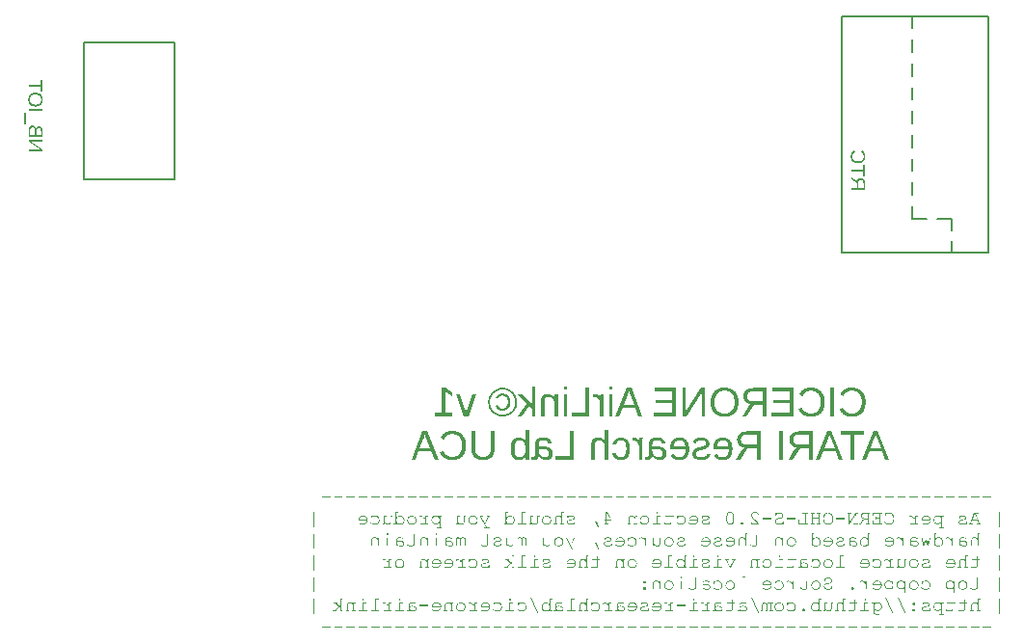
<source format=gbr>
G04 EAGLE Gerber RS-274X export*
G75*
%MOMM*%
%FSLAX34Y34*%
%LPD*%
%INSilkscreen Bottom*%
%IPPOS*%
%AMOC8*
5,1,8,0,0,1.08239X$1,22.5*%
G01*
G04 Define Apertures*
%ADD10C,0.127000*%
G36*
X661171Y294999D02*
X660704Y295005D01*
X660244Y295024D01*
X659793Y295054D01*
X659349Y295097D01*
X658485Y295219D01*
X657652Y295389D01*
X656850Y295609D01*
X656079Y295877D01*
X655340Y296194D01*
X654632Y296560D01*
X653959Y296971D01*
X653327Y297424D01*
X652735Y297920D01*
X652184Y298458D01*
X651672Y299038D01*
X651201Y299660D01*
X650771Y300324D01*
X650380Y301030D01*
X650033Y301773D01*
X649732Y302546D01*
X649477Y303349D01*
X649269Y304182D01*
X649107Y305045D01*
X648991Y305938D01*
X648922Y306862D01*
X648899Y307815D01*
X648921Y308772D01*
X648990Y309697D01*
X649104Y310589D01*
X649265Y311449D01*
X649470Y312277D01*
X649722Y313072D01*
X650019Y313835D01*
X650362Y314565D01*
X650749Y315259D01*
X651176Y315909D01*
X651644Y316518D01*
X652153Y317084D01*
X652703Y317607D01*
X653293Y318088D01*
X653924Y318526D01*
X654597Y318922D01*
X655305Y319274D01*
X656044Y319578D01*
X656815Y319836D01*
X657617Y320047D01*
X658450Y320210D01*
X659314Y320328D01*
X660209Y320398D01*
X661136Y320421D01*
X661849Y320408D01*
X662543Y320369D01*
X663216Y320304D01*
X663870Y320213D01*
X664504Y320095D01*
X665118Y319952D01*
X665712Y319782D01*
X666286Y319586D01*
X666841Y319364D01*
X667375Y319117D01*
X667890Y318843D01*
X668385Y318543D01*
X668860Y318216D01*
X669315Y317864D01*
X669750Y317486D01*
X670165Y317081D01*
X670558Y316654D01*
X670925Y316206D01*
X671268Y315738D01*
X671584Y315250D01*
X671876Y314741D01*
X672142Y314213D01*
X672383Y313664D01*
X672598Y313095D01*
X672788Y312506D01*
X672953Y311896D01*
X673092Y311267D01*
X673206Y310617D01*
X673295Y309947D01*
X673358Y309257D01*
X673396Y308546D01*
X673409Y307815D01*
X673386Y306858D01*
X673318Y305930D01*
X673204Y305033D01*
X673045Y304167D01*
X672840Y303330D01*
X672590Y302525D01*
X672295Y301749D01*
X671954Y301004D01*
X671569Y300296D01*
X671144Y299631D01*
X670679Y299008D01*
X670172Y298429D01*
X669624Y297893D01*
X669036Y297400D01*
X668407Y296949D01*
X667737Y296542D01*
X667030Y296181D01*
X666291Y295867D01*
X665519Y295602D01*
X664715Y295385D01*
X663878Y295216D01*
X663008Y295096D01*
X662561Y295054D01*
X662106Y295023D01*
X661643Y295005D01*
X661171Y294999D01*
G37*
%LPC*%
G36*
X661171Y297717D02*
X661683Y297728D01*
X662182Y297759D01*
X662666Y297813D01*
X663135Y297887D01*
X663591Y297983D01*
X664032Y298100D01*
X664460Y298239D01*
X664873Y298398D01*
X665272Y298579D01*
X665656Y298782D01*
X666027Y299005D01*
X666383Y299250D01*
X666725Y299517D01*
X667053Y299804D01*
X667367Y300113D01*
X667667Y300443D01*
X667950Y300791D01*
X668215Y301155D01*
X668462Y301533D01*
X668691Y301926D01*
X668901Y302335D01*
X669093Y302758D01*
X669267Y303196D01*
X669422Y303649D01*
X669559Y304118D01*
X669678Y304601D01*
X669779Y305099D01*
X669861Y305612D01*
X669925Y306141D01*
X669971Y306684D01*
X669998Y307242D01*
X670007Y307815D01*
X669998Y308392D01*
X669971Y308953D01*
X669926Y309498D01*
X669863Y310026D01*
X669781Y310537D01*
X669682Y311033D01*
X669565Y311512D01*
X669429Y311975D01*
X669275Y312422D01*
X669103Y312852D01*
X668914Y313266D01*
X668706Y313664D01*
X668480Y314045D01*
X668236Y314410D01*
X667973Y314759D01*
X667693Y315091D01*
X667396Y315406D01*
X667085Y315700D01*
X666758Y315973D01*
X666416Y316227D01*
X666058Y316460D01*
X665686Y316673D01*
X665299Y316865D01*
X664897Y317038D01*
X664479Y317190D01*
X664047Y317321D01*
X663600Y317433D01*
X663137Y317524D01*
X662659Y317595D01*
X662167Y317646D01*
X661659Y317676D01*
X661136Y317686D01*
X660618Y317676D01*
X660114Y317645D01*
X659625Y317594D01*
X659151Y317522D01*
X658692Y317429D01*
X658248Y317316D01*
X657818Y317183D01*
X657404Y317029D01*
X657004Y316854D01*
X656619Y316659D01*
X656250Y316443D01*
X655895Y316207D01*
X655554Y315950D01*
X655229Y315673D01*
X654918Y315375D01*
X654623Y315056D01*
X654344Y314720D01*
X654083Y314368D01*
X653839Y314001D01*
X653614Y313618D01*
X653407Y313219D01*
X653218Y312805D01*
X653047Y312376D01*
X652894Y311931D01*
X652759Y311471D01*
X652642Y310995D01*
X652542Y310504D01*
X652461Y309997D01*
X652398Y309475D01*
X652353Y308937D01*
X652326Y308384D01*
X652317Y307815D01*
X652326Y307221D01*
X652353Y306644D01*
X652398Y306084D01*
X652460Y305541D01*
X652541Y305015D01*
X652639Y304506D01*
X652755Y304015D01*
X652889Y303540D01*
X653041Y303082D01*
X653211Y302641D01*
X653399Y302218D01*
X653604Y301811D01*
X653828Y301422D01*
X654069Y301049D01*
X654328Y300694D01*
X654605Y300355D01*
X654899Y300036D01*
X655208Y299737D01*
X655533Y299459D01*
X655874Y299201D01*
X656230Y298964D01*
X656601Y298748D01*
X656988Y298552D01*
X657391Y298377D01*
X657809Y298222D01*
X658243Y298088D01*
X658692Y297975D01*
X659157Y297882D01*
X659637Y297810D01*
X660133Y297758D01*
X660644Y297727D01*
X661171Y297717D01*
G37*
%LPD*%
G36*
X466328Y295070D02*
X465906Y295076D01*
X465488Y295096D01*
X465074Y295129D01*
X464662Y295175D01*
X464255Y295235D01*
X463850Y295307D01*
X463051Y295492D01*
X462266Y295730D01*
X461494Y296021D01*
X460735Y296365D01*
X459990Y296761D01*
X459271Y297204D01*
X458591Y297686D01*
X457951Y298208D01*
X457351Y298769D01*
X456790Y299369D01*
X456268Y300009D01*
X455786Y300689D01*
X455343Y301407D01*
X454947Y302153D01*
X454603Y302911D01*
X454313Y303683D01*
X454075Y304469D01*
X453890Y305268D01*
X453817Y305672D01*
X453757Y306080D01*
X453711Y306492D01*
X453678Y306906D01*
X453658Y307324D01*
X453652Y307745D01*
X453658Y308169D01*
X453678Y308588D01*
X453711Y309004D01*
X453757Y309416D01*
X453816Y309825D01*
X453888Y310230D01*
X454072Y311028D01*
X454309Y311812D01*
X454598Y312581D01*
X454940Y313335D01*
X455335Y314075D01*
X455775Y314787D01*
X456256Y315462D01*
X456776Y316099D01*
X457336Y316698D01*
X457935Y317258D01*
X458574Y317781D01*
X459253Y318265D01*
X459972Y318712D01*
X460718Y319112D01*
X461477Y319460D01*
X462251Y319754D01*
X463038Y319994D01*
X463839Y320181D01*
X464245Y320254D01*
X464655Y320314D01*
X465068Y320361D01*
X465484Y320395D01*
X465904Y320415D01*
X466328Y320421D01*
X466749Y320415D01*
X467167Y320395D01*
X467581Y320361D01*
X467992Y320315D01*
X468400Y320255D01*
X468804Y320182D01*
X469602Y319996D01*
X470386Y319757D01*
X471157Y319465D01*
X471913Y319119D01*
X472657Y318721D01*
X473374Y318276D01*
X474052Y317793D01*
X474691Y317270D01*
X475291Y316709D01*
X475852Y316109D01*
X476375Y315469D01*
X476858Y314791D01*
X477303Y314075D01*
X477701Y313331D01*
X478047Y312574D01*
X478339Y311804D01*
X478578Y311020D01*
X478764Y310222D01*
X478837Y309817D01*
X478897Y309410D01*
X478944Y308999D01*
X478977Y308584D01*
X478997Y308167D01*
X479003Y307745D01*
X478997Y307333D01*
X478978Y306923D01*
X478946Y306517D01*
X478901Y306113D01*
X478773Y305316D01*
X478594Y304530D01*
X478363Y303757D01*
X478081Y302997D01*
X477748Y302249D01*
X477364Y301513D01*
X476933Y300801D01*
X476461Y300125D01*
X475947Y299486D01*
X475392Y298883D01*
X474795Y298316D01*
X474156Y297785D01*
X473475Y297290D01*
X472753Y296831D01*
X472003Y296419D01*
X471237Y296061D01*
X470457Y295758D01*
X469661Y295510D01*
X469257Y295407D01*
X468850Y295317D01*
X468439Y295242D01*
X468024Y295180D01*
X467606Y295131D01*
X467183Y295097D01*
X466757Y295076D01*
X466328Y295070D01*
G37*
%LPC*%
G36*
X466328Y296718D02*
X467062Y296741D01*
X467783Y296810D01*
X468491Y296925D01*
X469185Y297086D01*
X469867Y297293D01*
X470535Y297546D01*
X471191Y297845D01*
X471833Y298190D01*
X472452Y298575D01*
X473037Y298995D01*
X473590Y299448D01*
X474110Y299935D01*
X474596Y300456D01*
X475049Y301011D01*
X475469Y301600D01*
X475856Y302223D01*
X476204Y302869D01*
X476504Y303528D01*
X476759Y304199D01*
X476967Y304883D01*
X477129Y305580D01*
X477245Y306289D01*
X477315Y307011D01*
X477338Y307745D01*
X477315Y308472D01*
X477246Y309186D01*
X477131Y309890D01*
X476970Y310581D01*
X476763Y311261D01*
X476509Y311930D01*
X476210Y312587D01*
X475865Y313233D01*
X475480Y313856D01*
X475061Y314445D01*
X474608Y315001D01*
X474121Y315523D01*
X473600Y316011D01*
X473045Y316466D01*
X472456Y316887D01*
X471833Y317274D01*
X471187Y317621D01*
X470529Y317922D01*
X469859Y318177D01*
X469177Y318385D01*
X468482Y318547D01*
X467776Y318663D01*
X467058Y318733D01*
X466328Y318756D01*
X465589Y318732D01*
X464863Y318663D01*
X464150Y318546D01*
X463450Y318383D01*
X462763Y318174D01*
X462089Y317917D01*
X461427Y317615D01*
X460779Y317265D01*
X460154Y316877D01*
X459563Y316455D01*
X459006Y316001D01*
X458484Y315514D01*
X457996Y314995D01*
X457542Y314443D01*
X457123Y313859D01*
X456737Y313242D01*
X456392Y312602D01*
X456093Y311948D01*
X455840Y311281D01*
X455633Y310601D01*
X455472Y309907D01*
X455357Y309200D01*
X455288Y308479D01*
X455265Y307749D01*
X455265Y307745D01*
X455288Y307011D01*
X455357Y306289D01*
X455472Y305580D01*
X455633Y304883D01*
X455840Y304199D01*
X456093Y303528D01*
X456392Y302869D01*
X456737Y302223D01*
X457123Y301600D01*
X457543Y301011D01*
X457997Y300456D01*
X458486Y299935D01*
X459010Y299448D01*
X459568Y298995D01*
X460160Y298575D01*
X460787Y298190D01*
X461438Y297845D01*
X462100Y297546D01*
X462774Y297293D01*
X463461Y297086D01*
X464160Y296925D01*
X464870Y296810D01*
X465593Y296741D01*
X466328Y296718D01*
G37*
%LPD*%
G36*
X466135Y300242D02*
X465631Y300256D01*
X465145Y300299D01*
X464676Y300370D01*
X464226Y300469D01*
X463793Y300598D01*
X463378Y300754D01*
X462981Y300940D01*
X462602Y301153D01*
X462238Y301400D01*
X461886Y301685D01*
X461546Y302007D01*
X461219Y302367D01*
X460904Y302765D01*
X460602Y303201D01*
X460311Y303675D01*
X460033Y304186D01*
X462050Y304800D01*
X462220Y304469D01*
X462401Y304159D01*
X462594Y303870D01*
X462798Y303603D01*
X463014Y303358D01*
X463240Y303133D01*
X463479Y302930D01*
X463728Y302749D01*
X463989Y302588D01*
X464262Y302450D01*
X464545Y302332D01*
X464841Y302236D01*
X465147Y302161D01*
X465465Y302108D01*
X465794Y302076D01*
X466135Y302065D01*
X466668Y302088D01*
X467171Y302159D01*
X467645Y302276D01*
X468090Y302440D01*
X468504Y302650D01*
X468889Y302908D01*
X469245Y303213D01*
X469571Y303564D01*
X469863Y303958D01*
X470116Y304390D01*
X470330Y304860D01*
X470505Y305368D01*
X470641Y305914D01*
X470738Y306498D01*
X470796Y307120D01*
X470816Y307780D01*
X470797Y308452D01*
X470742Y309081D01*
X470649Y309667D01*
X470520Y310211D01*
X470354Y310712D01*
X470150Y311171D01*
X469910Y311588D01*
X469632Y311962D01*
X469320Y312293D01*
X468975Y312579D01*
X468598Y312822D01*
X468188Y313020D01*
X467746Y313175D01*
X467270Y313285D01*
X466763Y313351D01*
X466222Y313373D01*
X465894Y313364D01*
X465576Y313336D01*
X465267Y313289D01*
X464969Y313224D01*
X464680Y313140D01*
X464401Y313038D01*
X464132Y312917D01*
X463873Y312777D01*
X463626Y312619D01*
X463393Y312441D01*
X463174Y312244D01*
X462970Y312028D01*
X462780Y311792D01*
X462604Y311538D01*
X462442Y311264D01*
X462295Y310971D01*
X460296Y311550D01*
X460517Y311994D01*
X460758Y312409D01*
X461019Y312795D01*
X461300Y313153D01*
X461602Y313482D01*
X461924Y313783D01*
X462266Y314055D01*
X462628Y314298D01*
X463011Y314513D01*
X463414Y314699D01*
X463837Y314856D01*
X464281Y314985D01*
X464744Y315085D01*
X465228Y315157D01*
X465733Y315200D01*
X466257Y315214D01*
X466665Y315207D01*
X467061Y315184D01*
X467445Y315146D01*
X467817Y315093D01*
X468176Y315025D01*
X468523Y314942D01*
X468858Y314843D01*
X469181Y314730D01*
X469491Y314601D01*
X469790Y314457D01*
X470076Y314298D01*
X470350Y314124D01*
X470612Y313935D01*
X470862Y313731D01*
X471099Y313511D01*
X471324Y313277D01*
X471537Y313028D01*
X471735Y312767D01*
X471920Y312493D01*
X472091Y312207D01*
X472249Y311908D01*
X472393Y311596D01*
X472523Y311271D01*
X472639Y310934D01*
X472742Y310584D01*
X472831Y310222D01*
X472906Y309846D01*
X472968Y309459D01*
X473016Y309058D01*
X473050Y308645D01*
X473071Y308219D01*
X473077Y307780D01*
X473070Y307340D01*
X473049Y306911D01*
X473013Y306495D01*
X472964Y306092D01*
X472899Y305701D01*
X472821Y305322D01*
X472728Y304956D01*
X472622Y304603D01*
X472501Y304262D01*
X472365Y303933D01*
X472216Y303617D01*
X472052Y303313D01*
X471874Y303022D01*
X471681Y302743D01*
X471475Y302477D01*
X471254Y302223D01*
X471020Y301983D01*
X470775Y301758D01*
X470519Y301549D01*
X470250Y301356D01*
X469971Y301178D01*
X469679Y301015D01*
X469377Y300868D01*
X469063Y300737D01*
X468737Y300621D01*
X468400Y300520D01*
X468051Y300435D01*
X467691Y300365D01*
X467319Y300311D01*
X466936Y300272D01*
X466541Y300249D01*
X466135Y300242D01*
G37*
G36*
X675092Y257250D02*
X671235Y257250D01*
X675263Y263362D01*
X678248Y267892D01*
X677562Y268037D01*
X676913Y268224D01*
X676303Y268455D01*
X675730Y268729D01*
X675418Y268915D01*
X675196Y269047D01*
X674700Y269408D01*
X674241Y269812D01*
X673821Y270259D01*
X673445Y270742D01*
X673119Y271252D01*
X672844Y271789D01*
X672618Y272354D01*
X672443Y272946D01*
X672317Y273566D01*
X672273Y273886D01*
X672242Y274213D01*
X672223Y274547D01*
X672217Y274888D01*
X672226Y275298D01*
X672253Y275697D01*
X672297Y276085D01*
X672359Y276462D01*
X672439Y276827D01*
X672536Y277180D01*
X672652Y277522D01*
X672785Y277853D01*
X672935Y278172D01*
X673104Y278480D01*
X673290Y278776D01*
X673494Y279061D01*
X673716Y279334D01*
X673955Y279596D01*
X674213Y279847D01*
X674488Y280086D01*
X674779Y280312D01*
X675085Y280524D01*
X675406Y280720D01*
X675742Y280903D01*
X676092Y281071D01*
X676458Y281224D01*
X676838Y281362D01*
X677234Y281486D01*
X677644Y281596D01*
X678069Y281691D01*
X678508Y281771D01*
X678963Y281836D01*
X679433Y281887D01*
X679917Y281924D01*
X680416Y281946D01*
X680931Y281953D01*
X692555Y281953D01*
X692555Y257250D01*
X689206Y257250D01*
X689206Y267506D01*
X681509Y267506D01*
X675092Y257250D01*
G37*
%LPC*%
G36*
X689206Y270154D02*
X689206Y279271D01*
X681264Y279271D01*
X680596Y279253D01*
X679968Y279200D01*
X679381Y279112D01*
X678833Y278988D01*
X678326Y278829D01*
X677860Y278635D01*
X677433Y278405D01*
X677047Y278140D01*
X676704Y277841D01*
X676407Y277510D01*
X676155Y277147D01*
X675949Y276753D01*
X675789Y276326D01*
X675675Y275867D01*
X675606Y275376D01*
X675583Y274852D01*
X675606Y274311D01*
X675674Y273801D01*
X675787Y273322D01*
X675945Y272874D01*
X676148Y272456D01*
X676397Y272070D01*
X676691Y271714D01*
X677030Y271390D01*
X677410Y271100D01*
X677828Y270849D01*
X678283Y270637D01*
X678776Y270463D01*
X679307Y270328D01*
X679875Y270231D01*
X680480Y270173D01*
X681124Y270154D01*
X689206Y270154D01*
G37*
%LPD*%
G36*
X680639Y295350D02*
X676782Y295350D01*
X680810Y301462D01*
X683795Y305992D01*
X683108Y306137D01*
X682460Y306324D01*
X681849Y306555D01*
X681277Y306829D01*
X680965Y307015D01*
X680743Y307147D01*
X680246Y307508D01*
X679788Y307912D01*
X679368Y308359D01*
X678992Y308842D01*
X678666Y309352D01*
X678391Y309889D01*
X678165Y310454D01*
X677990Y311046D01*
X677864Y311666D01*
X677820Y311986D01*
X677789Y312313D01*
X677770Y312647D01*
X677764Y312988D01*
X677773Y313398D01*
X677799Y313797D01*
X677844Y314185D01*
X677906Y314562D01*
X677986Y314927D01*
X678083Y315280D01*
X678199Y315622D01*
X678332Y315953D01*
X678482Y316272D01*
X678651Y316580D01*
X678837Y316876D01*
X679041Y317161D01*
X679263Y317434D01*
X679502Y317696D01*
X679759Y317947D01*
X680034Y318186D01*
X680326Y318412D01*
X680632Y318624D01*
X680953Y318820D01*
X681288Y319003D01*
X681639Y319171D01*
X682005Y319324D01*
X682385Y319462D01*
X682780Y319586D01*
X683191Y319696D01*
X683616Y319791D01*
X684055Y319871D01*
X684510Y319936D01*
X684980Y319987D01*
X685464Y320024D01*
X685963Y320046D01*
X686478Y320053D01*
X698101Y320053D01*
X698101Y295350D01*
X694753Y295350D01*
X694753Y305606D01*
X687056Y305606D01*
X680639Y295350D01*
G37*
%LPC*%
G36*
X694753Y308254D02*
X694753Y317371D01*
X686811Y317371D01*
X686143Y317353D01*
X685515Y317300D01*
X684927Y317212D01*
X684380Y317088D01*
X683873Y316929D01*
X683407Y316735D01*
X682980Y316505D01*
X682594Y316240D01*
X682251Y315941D01*
X681954Y315610D01*
X681702Y315247D01*
X681496Y314853D01*
X681336Y314426D01*
X681222Y313967D01*
X681153Y313476D01*
X681130Y312952D01*
X681153Y312411D01*
X681221Y311901D01*
X681334Y311422D01*
X681492Y310974D01*
X681695Y310556D01*
X681944Y310170D01*
X682238Y309814D01*
X682577Y309490D01*
X682957Y309200D01*
X683375Y308949D01*
X683830Y308737D01*
X684323Y308563D01*
X684854Y308428D01*
X685422Y308331D01*
X686027Y308273D01*
X686670Y308254D01*
X694753Y308254D01*
G37*
%LPD*%
G36*
X720967Y257250D02*
X717110Y257250D01*
X721138Y263362D01*
X724123Y267892D01*
X723437Y268037D01*
X722788Y268224D01*
X722178Y268455D01*
X721605Y268729D01*
X721293Y268915D01*
X721071Y269047D01*
X720575Y269408D01*
X720116Y269812D01*
X719696Y270259D01*
X719320Y270742D01*
X718994Y271252D01*
X718719Y271789D01*
X718493Y272354D01*
X718318Y272946D01*
X718192Y273566D01*
X718148Y273886D01*
X718117Y274213D01*
X718098Y274547D01*
X718092Y274888D01*
X718101Y275298D01*
X718128Y275697D01*
X718172Y276085D01*
X718234Y276462D01*
X718314Y276827D01*
X718411Y277180D01*
X718527Y277522D01*
X718660Y277853D01*
X718810Y278172D01*
X718979Y278480D01*
X719165Y278776D01*
X719369Y279061D01*
X719591Y279334D01*
X719830Y279596D01*
X720088Y279847D01*
X720363Y280086D01*
X720654Y280312D01*
X720960Y280524D01*
X721281Y280720D01*
X721617Y280903D01*
X721967Y281071D01*
X722333Y281224D01*
X722713Y281362D01*
X723109Y281486D01*
X723519Y281596D01*
X723944Y281691D01*
X724383Y281771D01*
X724838Y281836D01*
X725308Y281887D01*
X725792Y281924D01*
X726291Y281946D01*
X726806Y281953D01*
X738430Y281953D01*
X738430Y257250D01*
X735081Y257250D01*
X735081Y267506D01*
X727384Y267506D01*
X720967Y257250D01*
G37*
%LPC*%
G36*
X735081Y270154D02*
X735081Y279271D01*
X727139Y279271D01*
X726471Y279253D01*
X725843Y279200D01*
X725256Y279112D01*
X724708Y278988D01*
X724201Y278829D01*
X723735Y278635D01*
X723308Y278405D01*
X722922Y278140D01*
X722579Y277841D01*
X722282Y277510D01*
X722030Y277147D01*
X721824Y276753D01*
X721664Y276326D01*
X721550Y275867D01*
X721481Y275376D01*
X721458Y274852D01*
X721481Y274311D01*
X721549Y273801D01*
X721662Y273322D01*
X721820Y272874D01*
X722023Y272456D01*
X722272Y272070D01*
X722566Y271714D01*
X722905Y271390D01*
X723285Y271100D01*
X723703Y270849D01*
X724158Y270637D01*
X724651Y270463D01*
X725182Y270328D01*
X725750Y270231D01*
X726355Y270173D01*
X726999Y270154D01*
X735081Y270154D01*
G37*
%LPD*%
G36*
X480391Y256899D02*
X479962Y256909D01*
X479546Y256938D01*
X479144Y256987D01*
X478756Y257054D01*
X478381Y257142D01*
X478020Y257248D01*
X477672Y257374D01*
X477339Y257520D01*
X477018Y257684D01*
X476712Y257868D01*
X476419Y258072D01*
X476139Y258295D01*
X475873Y258537D01*
X475621Y258799D01*
X475383Y259080D01*
X475158Y259380D01*
X474947Y259700D01*
X474749Y260039D01*
X474565Y260398D01*
X474395Y260776D01*
X474238Y261173D01*
X474095Y261590D01*
X473965Y262026D01*
X473850Y262481D01*
X473747Y262956D01*
X473659Y263450D01*
X473584Y263964D01*
X473522Y264497D01*
X473475Y265049D01*
X473441Y265621D01*
X473420Y266212D01*
X473413Y266823D01*
X473420Y267427D01*
X473440Y268011D01*
X473473Y268576D01*
X473519Y269122D01*
X473579Y269648D01*
X473651Y270154D01*
X473737Y270642D01*
X473836Y271109D01*
X473949Y271558D01*
X474074Y271986D01*
X474213Y272396D01*
X474365Y272786D01*
X474530Y273156D01*
X474709Y273507D01*
X474900Y273839D01*
X475105Y274151D01*
X475324Y274444D01*
X475558Y274718D01*
X475807Y274973D01*
X476070Y275210D01*
X476349Y275427D01*
X476642Y275626D01*
X476950Y275805D01*
X477273Y275966D01*
X477611Y276108D01*
X477963Y276230D01*
X478331Y276334D01*
X478713Y276419D01*
X479110Y276486D01*
X479523Y276533D01*
X479950Y276561D01*
X480391Y276571D01*
X480915Y276558D01*
X481418Y276521D01*
X481898Y276460D01*
X482357Y276373D01*
X482795Y276262D01*
X483210Y276127D01*
X483604Y275967D01*
X483977Y275782D01*
X484329Y275568D01*
X484664Y275323D01*
X484981Y275045D01*
X485281Y274734D01*
X485562Y274391D01*
X485826Y274016D01*
X486072Y273609D01*
X486300Y273169D01*
X486370Y273169D01*
X486317Y274611D01*
X486300Y275852D01*
X486300Y283268D01*
X489456Y283268D01*
X489456Y261160D01*
X489462Y259804D01*
X489482Y258701D01*
X489515Y257849D01*
X489561Y257250D01*
X486510Y257250D01*
X486466Y257660D01*
X486405Y258539D01*
X486352Y259509D01*
X486335Y260195D01*
X486300Y260195D01*
X486068Y259776D01*
X485819Y259387D01*
X485554Y259028D01*
X485272Y258699D01*
X484973Y258399D01*
X484658Y258129D01*
X484326Y257890D01*
X483977Y257680D01*
X483608Y257497D01*
X483217Y257338D01*
X482803Y257204D01*
X482366Y257094D01*
X481906Y257009D01*
X481424Y256948D01*
X480919Y256912D01*
X480391Y256899D01*
G37*
%LPC*%
G36*
X481233Y259231D02*
X481562Y259238D01*
X481880Y259259D01*
X482186Y259294D01*
X482481Y259342D01*
X482764Y259405D01*
X483035Y259481D01*
X483295Y259572D01*
X483543Y259676D01*
X483779Y259794D01*
X484004Y259926D01*
X484217Y260072D01*
X484418Y260232D01*
X484608Y260406D01*
X484786Y260594D01*
X484953Y260795D01*
X485108Y261011D01*
X485387Y261486D01*
X485629Y262023D01*
X485834Y262620D01*
X486002Y263279D01*
X486132Y263999D01*
X486225Y264780D01*
X486281Y265622D01*
X486300Y266525D01*
X486281Y267482D01*
X486224Y268372D01*
X486128Y269196D01*
X485995Y269952D01*
X485824Y270642D01*
X485614Y271265D01*
X485495Y271551D01*
X485367Y271821D01*
X485229Y272074D01*
X485081Y272310D01*
X484923Y272531D01*
X484754Y272738D01*
X484573Y272930D01*
X484382Y273108D01*
X484178Y273272D01*
X483964Y273421D01*
X483738Y273557D01*
X483501Y273678D01*
X483253Y273785D01*
X482993Y273877D01*
X482722Y273956D01*
X482440Y274020D01*
X482146Y274070D01*
X481841Y274105D01*
X481525Y274127D01*
X481198Y274134D01*
X480907Y274127D01*
X480627Y274107D01*
X480356Y274073D01*
X480097Y274026D01*
X479847Y273966D01*
X479608Y273892D01*
X479379Y273805D01*
X479160Y273704D01*
X478951Y273590D01*
X478753Y273462D01*
X478565Y273322D01*
X478387Y273167D01*
X478220Y272999D01*
X478063Y272818D01*
X477779Y272415D01*
X477532Y271951D01*
X477319Y271415D01*
X477138Y270809D01*
X476990Y270132D01*
X476875Y269384D01*
X476793Y268566D01*
X476744Y267677D01*
X476727Y266717D01*
X476744Y265761D01*
X476793Y264874D01*
X476876Y264055D01*
X476992Y263305D01*
X477141Y262624D01*
X477324Y262012D01*
X477539Y261468D01*
X477788Y260993D01*
X477926Y260780D01*
X478074Y260580D01*
X478232Y260394D01*
X478401Y260222D01*
X478580Y260064D01*
X478769Y259919D01*
X478969Y259789D01*
X479179Y259672D01*
X479400Y259568D01*
X479631Y259479D01*
X479872Y259403D01*
X480123Y259341D01*
X480385Y259293D01*
X480657Y259259D01*
X480940Y259238D01*
X481233Y259231D01*
G37*
%LPD*%
G36*
X389602Y257250D02*
X386183Y257250D01*
X396107Y281953D01*
X399911Y281953D01*
X409992Y257250D01*
X406521Y257250D01*
X403681Y264473D01*
X392425Y264473D01*
X389602Y257250D01*
G37*
%LPC*%
G36*
X402664Y267086D02*
X399508Y275203D01*
X398754Y277276D01*
X398456Y278158D01*
X398211Y278938D01*
X398053Y279428D01*
X397579Y277973D01*
X397089Y276527D01*
X396598Y275238D01*
X393424Y267086D01*
X402664Y267086D01*
G37*
%LPD*%
G36*
X568837Y295350D02*
X565418Y295350D01*
X575341Y320053D01*
X579146Y320053D01*
X589227Y295350D01*
X585755Y295350D01*
X582915Y302573D01*
X571659Y302573D01*
X568837Y295350D01*
G37*
%LPC*%
G36*
X581898Y305186D02*
X578742Y313303D01*
X577989Y315376D01*
X577690Y316258D01*
X577445Y317038D01*
X577287Y317528D01*
X576814Y316073D01*
X576323Y314627D01*
X575832Y313338D01*
X572659Y305186D01*
X581898Y305186D01*
G37*
%LPD*%
G36*
X744852Y257250D02*
X741433Y257250D01*
X751357Y281953D01*
X755161Y281953D01*
X765242Y257250D01*
X761771Y257250D01*
X758931Y264473D01*
X747675Y264473D01*
X744852Y257250D01*
G37*
%LPC*%
G36*
X757914Y267086D02*
X754758Y275203D01*
X754004Y277276D01*
X753706Y278158D01*
X753461Y278938D01*
X753303Y279428D01*
X752829Y277973D01*
X752339Y276527D01*
X751848Y275238D01*
X748674Y267086D01*
X757914Y267086D01*
G37*
%LPD*%
G36*
X785415Y257250D02*
X781996Y257250D01*
X791919Y281953D01*
X795724Y281953D01*
X805805Y257250D01*
X802333Y257250D01*
X799493Y264473D01*
X788237Y264473D01*
X785415Y257250D01*
G37*
%LPC*%
G36*
X798476Y267086D02*
X795321Y275203D01*
X794567Y277276D01*
X794269Y278158D01*
X794023Y278938D01*
X793865Y279428D01*
X793392Y277973D01*
X792901Y276527D01*
X792410Y275238D01*
X789237Y267086D01*
X798476Y267086D01*
G37*
%LPD*%
G36*
X628202Y295350D02*
X624169Y295350D01*
X624169Y320053D01*
X627185Y320053D01*
X627185Y303853D01*
X627172Y302963D01*
X627132Y301837D01*
X627067Y300474D01*
X626975Y298874D01*
X640334Y320053D01*
X644226Y320053D01*
X644226Y295350D01*
X641246Y295350D01*
X641246Y311760D01*
X641334Y314688D01*
X641421Y316389D01*
X628202Y295350D01*
G37*
G36*
X504585Y256899D02*
X504022Y256913D01*
X503480Y256956D01*
X502960Y257026D01*
X502462Y257125D01*
X501985Y257252D01*
X501530Y257407D01*
X501096Y257591D01*
X500684Y257802D01*
X500290Y258048D01*
X499907Y258333D01*
X499537Y258658D01*
X499179Y259023D01*
X498833Y259427D01*
X498500Y259872D01*
X498179Y260356D01*
X497870Y260879D01*
X497765Y260879D01*
X497728Y260405D01*
X497669Y259963D01*
X497589Y259553D01*
X497487Y259176D01*
X497363Y258832D01*
X497218Y258521D01*
X497051Y258242D01*
X496862Y257995D01*
X496648Y257779D01*
X496404Y257592D01*
X496130Y257434D01*
X495826Y257305D01*
X495492Y257204D01*
X495128Y257132D01*
X494735Y257089D01*
X494311Y257075D01*
X493692Y257092D01*
X493080Y257145D01*
X492474Y257232D01*
X491874Y257355D01*
X491874Y259319D01*
X492422Y259227D01*
X492673Y259204D01*
X492909Y259196D01*
X493157Y259207D01*
X493384Y259240D01*
X493591Y259296D01*
X493777Y259374D01*
X493942Y259473D01*
X494086Y259595D01*
X494209Y259740D01*
X494311Y259906D01*
X494398Y260094D01*
X494473Y260304D01*
X494536Y260536D01*
X494588Y260789D01*
X494628Y261064D01*
X494657Y261361D01*
X494674Y261679D01*
X494680Y262019D01*
X494680Y270189D01*
X494687Y270571D01*
X494708Y270942D01*
X494743Y271301D01*
X494792Y271649D01*
X494856Y271985D01*
X494934Y272310D01*
X495025Y272624D01*
X495131Y272926D01*
X495251Y273217D01*
X495385Y273496D01*
X495533Y273764D01*
X495695Y274020D01*
X495872Y274265D01*
X496062Y274499D01*
X496267Y274721D01*
X496485Y274931D01*
X496718Y275130D01*
X496965Y275316D01*
X497225Y275488D01*
X497499Y275649D01*
X497787Y275796D01*
X498089Y275930D01*
X498404Y276052D01*
X498734Y276161D01*
X499077Y276257D01*
X499434Y276340D01*
X499805Y276411D01*
X500190Y276468D01*
X500589Y276513D01*
X501001Y276545D01*
X501428Y276564D01*
X501868Y276571D01*
X502695Y276551D01*
X503475Y276491D01*
X504208Y276391D01*
X504894Y276251D01*
X505534Y276071D01*
X506127Y275851D01*
X506672Y275591D01*
X507171Y275291D01*
X507624Y274951D01*
X508029Y274571D01*
X508387Y274151D01*
X508699Y273691D01*
X508964Y273191D01*
X509182Y272651D01*
X509353Y272071D01*
X509477Y271451D01*
X506181Y271153D01*
X506121Y271534D01*
X506036Y271888D01*
X505928Y272216D01*
X505795Y272516D01*
X505638Y272790D01*
X505458Y273037D01*
X505253Y273257D01*
X505024Y273450D01*
X504765Y273618D01*
X504469Y273764D01*
X504138Y273888D01*
X503770Y273989D01*
X503366Y274068D01*
X502926Y274124D01*
X502450Y274157D01*
X501938Y274169D01*
X501430Y274153D01*
X500956Y274106D01*
X500518Y274028D01*
X500115Y273919D01*
X499746Y273778D01*
X499413Y273607D01*
X499115Y273404D01*
X498852Y273169D01*
X498622Y272899D01*
X498423Y272588D01*
X498254Y272235D01*
X498116Y271841D01*
X498009Y271407D01*
X497932Y270931D01*
X497886Y270414D01*
X497870Y269856D01*
X497870Y268821D01*
X502131Y268751D01*
X502661Y268732D01*
X503172Y268702D01*
X503665Y268660D01*
X504139Y268607D01*
X504594Y268542D01*
X505032Y268465D01*
X505450Y268377D01*
X505850Y268278D01*
X506231Y268167D01*
X506594Y268044D01*
X506938Y267910D01*
X507264Y267765D01*
X507571Y267608D01*
X507860Y267440D01*
X508130Y267260D01*
X508381Y267068D01*
X508616Y266866D01*
X508835Y266652D01*
X509040Y266428D01*
X509229Y266194D01*
X509403Y265948D01*
X509562Y265692D01*
X509705Y265426D01*
X509834Y265148D01*
X509948Y264860D01*
X510046Y264562D01*
X510129Y264252D01*
X510197Y263932D01*
X510250Y263601D01*
X510288Y263260D01*
X510311Y262908D01*
X510318Y262545D01*
X510296Y261905D01*
X510229Y261300D01*
X510116Y260730D01*
X509959Y260195D01*
X509757Y259696D01*
X509510Y259231D01*
X509218Y258802D01*
X508881Y258407D01*
X508499Y258054D01*
X508073Y257747D01*
X507603Y257488D01*
X507088Y257276D01*
X506529Y257111D01*
X505926Y256994D01*
X505278Y256923D01*
X504937Y256905D01*
X504585Y256899D01*
G37*
%LPC*%
G36*
X503867Y259266D02*
X504241Y259279D01*
X504594Y259319D01*
X504924Y259385D01*
X505232Y259477D01*
X505518Y259595D01*
X505781Y259740D01*
X506023Y259911D01*
X506242Y260108D01*
X506437Y260329D01*
X506607Y260572D01*
X506750Y260838D01*
X506867Y261125D01*
X506958Y261434D01*
X507023Y261765D01*
X507062Y262117D01*
X507075Y262492D01*
X507065Y262839D01*
X507037Y263168D01*
X506989Y263481D01*
X506922Y263776D01*
X506835Y264055D01*
X506730Y264317D01*
X506605Y264561D01*
X506461Y264789D01*
X506300Y265001D01*
X506121Y265199D01*
X505926Y265382D01*
X505714Y265552D01*
X505485Y265707D01*
X505240Y265847D01*
X504978Y265974D01*
X504699Y266086D01*
X504395Y266185D01*
X504058Y266273D01*
X503686Y266348D01*
X503281Y266411D01*
X502843Y266462D01*
X502370Y266501D01*
X501864Y266527D01*
X501324Y266542D01*
X497870Y266612D01*
X497870Y265052D01*
X497883Y264689D01*
X497919Y264329D01*
X497980Y263972D01*
X498066Y263616D01*
X498175Y263264D01*
X498309Y262913D01*
X498468Y262566D01*
X498651Y262220D01*
X498855Y261886D01*
X499076Y261569D01*
X499316Y261271D01*
X499573Y260991D01*
X499849Y260729D01*
X500141Y260486D01*
X500452Y260262D01*
X500781Y260055D01*
X501124Y259870D01*
X501480Y259710D01*
X501848Y259574D01*
X502227Y259463D01*
X502619Y259377D01*
X503023Y259316D01*
X503439Y259279D01*
X503867Y259266D01*
G37*
%LPD*%
G36*
X604398Y256899D02*
X603835Y256913D01*
X603293Y256956D01*
X602773Y257026D01*
X602274Y257125D01*
X601797Y257252D01*
X601342Y257407D01*
X600909Y257591D01*
X600497Y257802D01*
X600102Y258048D01*
X599719Y258333D01*
X599349Y258658D01*
X598991Y259023D01*
X598646Y259427D01*
X598313Y259872D01*
X597992Y260356D01*
X597683Y260879D01*
X597578Y260879D01*
X597541Y260405D01*
X597482Y259963D01*
X597402Y259553D01*
X597299Y259176D01*
X597176Y258832D01*
X597030Y258521D01*
X596863Y258242D01*
X596675Y257995D01*
X596461Y257779D01*
X596216Y257592D01*
X595942Y257434D01*
X595638Y257305D01*
X595304Y257204D01*
X594941Y257132D01*
X594547Y257089D01*
X594124Y257075D01*
X593505Y257092D01*
X592892Y257145D01*
X592286Y257232D01*
X591687Y257355D01*
X591687Y259319D01*
X592235Y259227D01*
X592486Y259204D01*
X592721Y259196D01*
X592970Y259207D01*
X593197Y259240D01*
X593403Y259296D01*
X593589Y259374D01*
X593754Y259473D01*
X593898Y259595D01*
X594021Y259740D01*
X594124Y259906D01*
X594210Y260094D01*
X594285Y260304D01*
X594348Y260536D01*
X594400Y260789D01*
X594440Y261064D01*
X594469Y261361D01*
X594486Y261679D01*
X594492Y262019D01*
X594492Y270189D01*
X594499Y270571D01*
X594520Y270942D01*
X594556Y271301D01*
X594605Y271649D01*
X594668Y271985D01*
X594746Y272310D01*
X594838Y272624D01*
X594944Y272926D01*
X595063Y273217D01*
X595198Y273496D01*
X595346Y273764D01*
X595508Y274020D01*
X595684Y274265D01*
X595875Y274499D01*
X596079Y274721D01*
X596298Y274931D01*
X596531Y275130D01*
X596777Y275316D01*
X597037Y275488D01*
X597312Y275649D01*
X597600Y275796D01*
X597901Y275930D01*
X598217Y276052D01*
X598546Y276161D01*
X598890Y276257D01*
X599247Y276340D01*
X599618Y276411D01*
X600003Y276468D01*
X600401Y276513D01*
X600814Y276545D01*
X601240Y276564D01*
X601680Y276571D01*
X602507Y276551D01*
X603287Y276491D01*
X604021Y276391D01*
X604707Y276251D01*
X605346Y276071D01*
X605939Y275851D01*
X606485Y275591D01*
X606984Y275291D01*
X607436Y274951D01*
X607841Y274571D01*
X608200Y274151D01*
X608511Y273691D01*
X608776Y273191D01*
X608994Y272651D01*
X609165Y272071D01*
X609289Y271451D01*
X605993Y271153D01*
X605933Y271534D01*
X605849Y271888D01*
X605740Y272216D01*
X605608Y272516D01*
X605451Y272790D01*
X605270Y273037D01*
X605065Y273257D01*
X604836Y273450D01*
X604577Y273618D01*
X604282Y273764D01*
X603950Y273888D01*
X603583Y273989D01*
X603179Y274068D01*
X602739Y274124D01*
X602263Y274157D01*
X601751Y274169D01*
X601242Y274153D01*
X600769Y274106D01*
X600330Y274028D01*
X599927Y273919D01*
X599559Y273778D01*
X599226Y273607D01*
X598928Y273404D01*
X598665Y273169D01*
X598435Y272899D01*
X598235Y272588D01*
X598067Y272235D01*
X597928Y271841D01*
X597821Y271407D01*
X597744Y270931D01*
X597698Y270414D01*
X597683Y269856D01*
X597683Y268821D01*
X601943Y268751D01*
X602473Y268732D01*
X602984Y268702D01*
X603477Y268660D01*
X603951Y268607D01*
X604407Y268542D01*
X604844Y268465D01*
X605262Y268377D01*
X605662Y268278D01*
X606044Y268167D01*
X606407Y268044D01*
X606751Y267910D01*
X607077Y267765D01*
X607384Y267608D01*
X607672Y267440D01*
X607942Y267260D01*
X608194Y267068D01*
X608428Y266866D01*
X608648Y266652D01*
X608852Y266428D01*
X609041Y266194D01*
X609215Y265948D01*
X609374Y265692D01*
X609518Y265426D01*
X609647Y265148D01*
X609760Y264860D01*
X609859Y264562D01*
X609942Y264252D01*
X610010Y263932D01*
X610063Y263601D01*
X610101Y263260D01*
X610123Y262908D01*
X610131Y262545D01*
X610109Y261905D01*
X610041Y261300D01*
X609929Y260730D01*
X609772Y260195D01*
X609569Y259696D01*
X609322Y259231D01*
X609030Y258802D01*
X608693Y258407D01*
X608312Y258054D01*
X607886Y257747D01*
X607415Y257488D01*
X606901Y257276D01*
X606342Y257111D01*
X605738Y256994D01*
X605090Y256923D01*
X604750Y256905D01*
X604398Y256899D01*
G37*
%LPC*%
G36*
X603679Y259266D02*
X604054Y259279D01*
X604406Y259319D01*
X604736Y259385D01*
X605044Y259477D01*
X605330Y259595D01*
X605594Y259740D01*
X605835Y259911D01*
X606055Y260108D01*
X606250Y260329D01*
X606419Y260572D01*
X606562Y260838D01*
X606679Y261125D01*
X606770Y261434D01*
X606835Y261765D01*
X606874Y262117D01*
X606887Y262492D01*
X606878Y262839D01*
X606849Y263168D01*
X606801Y263481D01*
X606734Y263776D01*
X606648Y264055D01*
X606542Y264317D01*
X606418Y264561D01*
X606274Y264789D01*
X606112Y265001D01*
X605934Y265199D01*
X605738Y265382D01*
X605527Y265552D01*
X605298Y265707D01*
X605053Y265847D01*
X604791Y265974D01*
X604512Y266086D01*
X604208Y266185D01*
X603870Y266273D01*
X603499Y266348D01*
X603094Y266411D01*
X602655Y266462D01*
X602183Y266501D01*
X601677Y266527D01*
X601137Y266542D01*
X597683Y266612D01*
X597683Y265052D01*
X597695Y264689D01*
X597732Y264329D01*
X597793Y263972D01*
X597878Y263616D01*
X597988Y263264D01*
X598122Y262913D01*
X598280Y262566D01*
X598463Y262220D01*
X598667Y261886D01*
X598889Y261569D01*
X599128Y261271D01*
X599386Y260991D01*
X599661Y260729D01*
X599954Y260486D01*
X600265Y260262D01*
X600593Y260055D01*
X600937Y259870D01*
X601292Y259710D01*
X601660Y259574D01*
X602040Y259463D01*
X602432Y259377D01*
X602835Y259316D01*
X603251Y259279D01*
X603679Y259266D01*
G37*
%LPD*%
G36*
X618289Y295350D02*
X598828Y295350D01*
X598828Y298085D01*
X614940Y298085D01*
X614940Y306693D01*
X600599Y306693D01*
X600599Y309393D01*
X614940Y309393D01*
X614940Y317318D01*
X599547Y317318D01*
X599547Y320053D01*
X618289Y320053D01*
X618289Y295350D01*
G37*
G36*
X722039Y295350D02*
X702578Y295350D01*
X702578Y298085D01*
X718690Y298085D01*
X718690Y306693D01*
X704349Y306693D01*
X704349Y309393D01*
X718690Y309393D01*
X718690Y317318D01*
X703297Y317318D01*
X703297Y320053D01*
X722039Y320053D01*
X722039Y295350D01*
G37*
G36*
X621491Y256899D02*
X620754Y256917D01*
X620051Y256970D01*
X619382Y257057D01*
X618746Y257180D01*
X618145Y257338D01*
X617577Y257531D01*
X617043Y257758D01*
X616543Y258021D01*
X616077Y258319D01*
X615644Y258653D01*
X615245Y259021D01*
X614881Y259424D01*
X614550Y259862D01*
X614252Y260336D01*
X613989Y260844D01*
X613760Y261388D01*
X616530Y262177D01*
X616652Y261868D01*
X616799Y261573D01*
X616971Y261291D01*
X617167Y261024D01*
X617389Y260770D01*
X617636Y260530D01*
X617907Y260303D01*
X618204Y260090D01*
X618526Y259897D01*
X618873Y259730D01*
X619246Y259588D01*
X619644Y259472D01*
X620068Y259382D01*
X620517Y259318D01*
X620991Y259279D01*
X621491Y259266D01*
X621811Y259273D01*
X622121Y259294D01*
X622421Y259328D01*
X622711Y259377D01*
X622992Y259439D01*
X623262Y259515D01*
X623524Y259605D01*
X623775Y259709D01*
X624017Y259827D01*
X624249Y259958D01*
X624471Y260103D01*
X624683Y260262D01*
X624886Y260435D01*
X625079Y260622D01*
X625436Y261037D01*
X625753Y261503D01*
X626027Y262016D01*
X626259Y262575D01*
X626449Y263180D01*
X626596Y263833D01*
X626702Y264531D01*
X626765Y265277D01*
X626786Y266069D01*
X613251Y266069D01*
X613251Y266490D01*
X613259Y267110D01*
X613284Y267710D01*
X613325Y268291D01*
X613382Y268852D01*
X613455Y269394D01*
X613545Y269916D01*
X613651Y270418D01*
X613774Y270900D01*
X613913Y271363D01*
X614068Y271806D01*
X614239Y272229D01*
X614427Y272633D01*
X614631Y273017D01*
X614852Y273381D01*
X615089Y273725D01*
X615342Y274050D01*
X615611Y274356D01*
X615897Y274641D01*
X616199Y274907D01*
X616518Y275153D01*
X616853Y275379D01*
X617204Y275586D01*
X617571Y275773D01*
X617955Y275941D01*
X618355Y276088D01*
X618772Y276216D01*
X619205Y276325D01*
X619654Y276413D01*
X620120Y276482D01*
X620601Y276531D01*
X621100Y276561D01*
X621614Y276571D01*
X622117Y276561D01*
X622606Y276531D01*
X623080Y276483D01*
X623539Y276414D01*
X623983Y276326D01*
X624413Y276218D01*
X624828Y276091D01*
X625228Y275944D01*
X625613Y275777D01*
X625984Y275591D01*
X626340Y275386D01*
X626681Y275160D01*
X627008Y274916D01*
X627320Y274651D01*
X627617Y274367D01*
X627899Y274064D01*
X628166Y273742D01*
X628415Y273402D01*
X628647Y273046D01*
X628862Y272673D01*
X629060Y272283D01*
X629240Y271875D01*
X629404Y271450D01*
X629550Y271009D01*
X629679Y270550D01*
X629790Y270074D01*
X629885Y269580D01*
X629962Y269070D01*
X630022Y268543D01*
X630065Y267998D01*
X630091Y267437D01*
X630100Y266858D01*
X630091Y266249D01*
X630065Y265660D01*
X630022Y265089D01*
X629962Y264538D01*
X629885Y264006D01*
X629790Y263492D01*
X629679Y262998D01*
X629550Y262523D01*
X629404Y262067D01*
X629240Y261630D01*
X629060Y261211D01*
X628862Y260812D01*
X628647Y260432D01*
X628415Y260071D01*
X628166Y259729D01*
X627899Y259406D01*
X627617Y259103D01*
X627318Y258819D01*
X627004Y258554D01*
X626674Y258310D01*
X626328Y258084D01*
X625967Y257879D01*
X625590Y257693D01*
X625197Y257526D01*
X624789Y257379D01*
X624365Y257252D01*
X623925Y257144D01*
X623470Y257056D01*
X622999Y256988D01*
X622512Y256939D01*
X622009Y256909D01*
X621491Y256899D01*
G37*
%LPC*%
G36*
X626751Y268488D02*
X626705Y269141D01*
X626621Y269758D01*
X626498Y270339D01*
X626337Y270884D01*
X626137Y271393D01*
X625898Y271866D01*
X625621Y272303D01*
X625305Y272705D01*
X624954Y273064D01*
X624574Y273376D01*
X624164Y273640D01*
X623725Y273855D01*
X623255Y274023D01*
X622755Y274143D01*
X622226Y274215D01*
X621950Y274233D01*
X621667Y274239D01*
X621092Y274217D01*
X620552Y274153D01*
X620047Y274045D01*
X619576Y273895D01*
X619140Y273701D01*
X618738Y273465D01*
X618370Y273185D01*
X618037Y272863D01*
X617737Y272493D01*
X617469Y272073D01*
X617231Y271602D01*
X617025Y271081D01*
X616850Y270509D01*
X616706Y269886D01*
X616594Y269212D01*
X616512Y268488D01*
X626751Y268488D01*
G37*
%LPD*%
G36*
X659429Y256899D02*
X658692Y256917D01*
X657989Y256970D01*
X657319Y257057D01*
X656684Y257180D01*
X656082Y257338D01*
X655514Y257531D01*
X654980Y257758D01*
X654480Y258021D01*
X654014Y258319D01*
X653582Y258653D01*
X653183Y259021D01*
X652818Y259424D01*
X652487Y259862D01*
X652190Y260336D01*
X651927Y260844D01*
X651697Y261388D01*
X654467Y262177D01*
X654589Y261868D01*
X654736Y261573D01*
X654908Y261291D01*
X655105Y261024D01*
X655327Y260770D01*
X655573Y260530D01*
X655845Y260303D01*
X656142Y260090D01*
X656463Y259897D01*
X656810Y259730D01*
X657183Y259588D01*
X657581Y259472D01*
X658005Y259382D01*
X658454Y259318D01*
X658929Y259279D01*
X659429Y259266D01*
X659748Y259273D01*
X660058Y259294D01*
X660358Y259328D01*
X660648Y259377D01*
X660929Y259439D01*
X661200Y259515D01*
X661461Y259605D01*
X661712Y259709D01*
X661954Y259827D01*
X662186Y259958D01*
X662408Y260103D01*
X662621Y260262D01*
X662824Y260435D01*
X663017Y260622D01*
X663374Y261037D01*
X663690Y261503D01*
X663964Y262016D01*
X664196Y262575D01*
X664386Y263180D01*
X664534Y263833D01*
X664639Y264531D01*
X664703Y265277D01*
X664724Y266069D01*
X651189Y266069D01*
X651189Y266490D01*
X651197Y267110D01*
X651221Y267710D01*
X651262Y268291D01*
X651319Y268852D01*
X651393Y269394D01*
X651483Y269916D01*
X651589Y270418D01*
X651711Y270900D01*
X651850Y271363D01*
X652005Y271806D01*
X652177Y272229D01*
X652365Y272633D01*
X652569Y273017D01*
X652789Y273381D01*
X653026Y273725D01*
X653279Y274050D01*
X653549Y274356D01*
X653835Y274641D01*
X654137Y274907D01*
X654455Y275153D01*
X654790Y275379D01*
X655141Y275586D01*
X655509Y275773D01*
X655893Y275941D01*
X656293Y276088D01*
X656709Y276216D01*
X657142Y276325D01*
X657591Y276413D01*
X658057Y276482D01*
X658539Y276531D01*
X659037Y276561D01*
X659552Y276571D01*
X660055Y276561D01*
X660543Y276531D01*
X661017Y276483D01*
X661476Y276414D01*
X661921Y276326D01*
X662350Y276218D01*
X662765Y276091D01*
X663165Y275944D01*
X663551Y275777D01*
X663922Y275591D01*
X664278Y275386D01*
X664619Y275160D01*
X664946Y274916D01*
X665257Y274651D01*
X665555Y274367D01*
X665837Y274064D01*
X666103Y273742D01*
X666353Y273402D01*
X666585Y273046D01*
X666800Y272673D01*
X666997Y272283D01*
X667178Y271875D01*
X667341Y271450D01*
X667487Y271009D01*
X667616Y270550D01*
X667728Y270074D01*
X667822Y269580D01*
X667900Y269070D01*
X667960Y268543D01*
X668003Y267998D01*
X668029Y267437D01*
X668037Y266858D01*
X668029Y266249D01*
X668003Y265660D01*
X667960Y265089D01*
X667900Y264538D01*
X667822Y264006D01*
X667728Y263492D01*
X667616Y262998D01*
X667487Y262523D01*
X667341Y262067D01*
X667178Y261630D01*
X666997Y261211D01*
X666800Y260812D01*
X666585Y260432D01*
X666353Y260071D01*
X666103Y259729D01*
X665837Y259406D01*
X665554Y259103D01*
X665255Y258819D01*
X664941Y258554D01*
X664611Y258310D01*
X664266Y258084D01*
X663904Y257879D01*
X663527Y257693D01*
X663135Y257526D01*
X662726Y257379D01*
X662302Y257252D01*
X661863Y257144D01*
X661407Y257056D01*
X660936Y256988D01*
X660449Y256939D01*
X659947Y256909D01*
X659429Y256899D01*
G37*
%LPC*%
G36*
X664689Y268488D02*
X664643Y269141D01*
X664559Y269758D01*
X664436Y270339D01*
X664274Y270884D01*
X664074Y271393D01*
X663835Y271866D01*
X663558Y272303D01*
X663242Y272705D01*
X662892Y273064D01*
X662512Y273376D01*
X662102Y273640D01*
X661662Y273855D01*
X661192Y274023D01*
X660693Y274143D01*
X660163Y274215D01*
X659888Y274233D01*
X659604Y274239D01*
X659030Y274217D01*
X658490Y274153D01*
X657984Y274045D01*
X657513Y273895D01*
X657077Y273701D01*
X656675Y273465D01*
X656308Y273185D01*
X655975Y272863D01*
X655675Y272493D01*
X655406Y272073D01*
X655169Y271602D01*
X654962Y271081D01*
X654787Y270509D01*
X654644Y269886D01*
X654531Y269212D01*
X654450Y268488D01*
X664689Y268488D01*
G37*
%LPD*%
G36*
X449121Y256899D02*
X448345Y256917D01*
X447596Y256971D01*
X446872Y257061D01*
X446174Y257186D01*
X445502Y257348D01*
X444856Y257545D01*
X444236Y257779D01*
X443643Y258048D01*
X443078Y258351D01*
X442547Y258686D01*
X442048Y259053D01*
X441582Y259453D01*
X441150Y259884D01*
X440750Y260347D01*
X440383Y260843D01*
X440048Y261370D01*
X439750Y261926D01*
X439492Y262509D01*
X439274Y263116D01*
X439095Y263750D01*
X438956Y264409D01*
X438857Y265095D01*
X438797Y265806D01*
X438777Y266542D01*
X438777Y281953D01*
X442108Y281953D01*
X442108Y266735D01*
X442116Y266305D01*
X442137Y265889D01*
X442173Y265486D01*
X442224Y265095D01*
X442289Y264718D01*
X442369Y264354D01*
X442462Y264003D01*
X442571Y263665D01*
X442694Y263340D01*
X442831Y263028D01*
X442983Y262729D01*
X443149Y262443D01*
X443330Y262171D01*
X443525Y261911D01*
X443734Y261665D01*
X443958Y261431D01*
X444195Y261212D01*
X444444Y261006D01*
X444704Y260815D01*
X444976Y260638D01*
X445259Y260475D01*
X445554Y260326D01*
X445860Y260191D01*
X446178Y260071D01*
X446508Y259964D01*
X446849Y259872D01*
X447202Y259794D01*
X447566Y259730D01*
X447942Y259681D01*
X448329Y259645D01*
X448728Y259624D01*
X449139Y259617D01*
X449538Y259624D01*
X449926Y259644D01*
X450302Y259679D01*
X450665Y259726D01*
X451017Y259788D01*
X451357Y259863D01*
X451685Y259952D01*
X452001Y260055D01*
X452305Y260172D01*
X452597Y260302D01*
X452878Y260446D01*
X453146Y260603D01*
X453403Y260774D01*
X453647Y260959D01*
X453880Y261158D01*
X454101Y261370D01*
X454309Y261596D01*
X454503Y261834D01*
X454684Y262085D01*
X454852Y262349D01*
X455007Y262625D01*
X455148Y262914D01*
X455275Y263216D01*
X455389Y263531D01*
X455490Y263858D01*
X455577Y264199D01*
X455651Y264551D01*
X455711Y264917D01*
X455758Y265295D01*
X455792Y265687D01*
X455812Y266090D01*
X455819Y266507D01*
X455819Y281953D01*
X459167Y281953D01*
X459167Y266227D01*
X459148Y265512D01*
X459090Y264822D01*
X458992Y264157D01*
X458856Y263518D01*
X458681Y262904D01*
X458467Y262315D01*
X458214Y261751D01*
X457923Y261212D01*
X457596Y260702D01*
X457237Y260223D01*
X456846Y259775D01*
X456424Y259358D01*
X455969Y258973D01*
X455483Y258619D01*
X454966Y258296D01*
X454416Y258004D01*
X453839Y257745D01*
X453237Y257521D01*
X452611Y257331D01*
X451962Y257176D01*
X451288Y257055D01*
X450590Y256968D01*
X449868Y256917D01*
X449121Y256899D01*
G37*
G36*
X422132Y256899D02*
X421680Y256906D01*
X421234Y256925D01*
X420796Y256958D01*
X420364Y257003D01*
X419939Y257062D01*
X419521Y257134D01*
X419111Y257218D01*
X418707Y257316D01*
X417919Y257550D01*
X417160Y257836D01*
X416428Y258175D01*
X415724Y258565D01*
X415053Y259005D01*
X414420Y259493D01*
X413827Y260029D01*
X413272Y260612D01*
X412755Y261243D01*
X412277Y261921D01*
X411838Y262647D01*
X411437Y263421D01*
X414172Y264789D01*
X414509Y264167D01*
X414866Y263585D01*
X415242Y263043D01*
X415639Y262541D01*
X416057Y262080D01*
X416494Y261659D01*
X416951Y261277D01*
X417429Y260936D01*
X417927Y260635D01*
X418444Y260374D01*
X418982Y260154D01*
X419540Y259973D01*
X420119Y259833D01*
X420717Y259732D01*
X421336Y259672D01*
X421974Y259652D01*
X422474Y259663D01*
X422960Y259695D01*
X423434Y259749D01*
X423894Y259825D01*
X424342Y259922D01*
X424776Y260040D01*
X425197Y260180D01*
X425606Y260342D01*
X426001Y260526D01*
X426383Y260731D01*
X426751Y260957D01*
X427107Y261205D01*
X427450Y261475D01*
X427780Y261766D01*
X428096Y262079D01*
X428400Y262413D01*
X428687Y262765D01*
X428957Y263131D01*
X429207Y263511D01*
X429439Y263905D01*
X429653Y264313D01*
X429847Y264735D01*
X430024Y265170D01*
X430181Y265620D01*
X430321Y266083D01*
X430441Y266560D01*
X430543Y267051D01*
X430627Y267556D01*
X430692Y268075D01*
X430738Y268608D01*
X430766Y269155D01*
X430775Y269715D01*
X430766Y270282D01*
X430740Y270833D01*
X430695Y271369D01*
X430633Y271890D01*
X430553Y272396D01*
X430455Y272886D01*
X430339Y273361D01*
X430206Y273820D01*
X430054Y274265D01*
X429885Y274694D01*
X429698Y275108D01*
X429493Y275506D01*
X429271Y275889D01*
X429030Y276257D01*
X428772Y276610D01*
X428496Y276948D01*
X428204Y277267D01*
X427898Y277566D01*
X427577Y277844D01*
X427243Y278102D01*
X426894Y278339D01*
X426530Y278556D01*
X426153Y278751D01*
X425761Y278927D01*
X425355Y279081D01*
X424935Y279215D01*
X424500Y279329D01*
X424052Y279421D01*
X423589Y279493D01*
X423112Y279545D01*
X422620Y279576D01*
X422114Y279586D01*
X421472Y279568D01*
X420853Y279515D01*
X420255Y279426D01*
X419680Y279301D01*
X419126Y279141D01*
X418595Y278945D01*
X418086Y278714D01*
X417600Y278447D01*
X417141Y278146D01*
X416714Y277813D01*
X416320Y277449D01*
X415958Y277053D01*
X415629Y276625D01*
X415333Y276165D01*
X415070Y275674D01*
X414838Y275151D01*
X411665Y276202D01*
X411998Y276937D01*
X412375Y277626D01*
X412796Y278268D01*
X413261Y278863D01*
X413769Y279412D01*
X414321Y279914D01*
X414917Y280369D01*
X415557Y280778D01*
X416239Y281140D01*
X416962Y281453D01*
X417725Y281719D01*
X418529Y281936D01*
X418946Y282026D01*
X419373Y282104D01*
X419811Y282171D01*
X420258Y282225D01*
X420716Y282267D01*
X421184Y282297D01*
X421661Y282315D01*
X422149Y282321D01*
X422846Y282308D01*
X423522Y282269D01*
X424180Y282204D01*
X424819Y282112D01*
X425438Y281994D01*
X426038Y281850D01*
X426619Y281680D01*
X427181Y281484D01*
X427724Y281262D01*
X428247Y281013D01*
X428752Y280738D01*
X429237Y280438D01*
X429703Y280111D01*
X430150Y279757D01*
X430577Y279378D01*
X430986Y278973D01*
X431372Y278544D01*
X431734Y278095D01*
X432070Y277627D01*
X432382Y277138D01*
X432668Y276630D01*
X432930Y276101D01*
X433167Y275553D01*
X433379Y274984D01*
X433566Y274395D01*
X433728Y273787D01*
X433865Y273158D01*
X433977Y272510D01*
X434064Y271841D01*
X434127Y271153D01*
X434164Y270444D01*
X434177Y269715D01*
X434154Y268746D01*
X434087Y267809D01*
X433976Y266906D01*
X433819Y266036D01*
X433619Y265199D01*
X433373Y264395D01*
X433083Y263624D01*
X432748Y262887D01*
X432370Y262186D01*
X431952Y261528D01*
X431494Y260911D01*
X430995Y260336D01*
X430455Y259802D01*
X429875Y259310D01*
X429254Y258860D01*
X428593Y258451D01*
X427895Y258087D01*
X427166Y257772D01*
X426406Y257505D01*
X425614Y257287D01*
X424791Y257118D01*
X423936Y256996D01*
X423497Y256954D01*
X423050Y256924D01*
X422595Y256905D01*
X422132Y256899D01*
G37*
G36*
X737054Y294999D02*
X736601Y295006D01*
X736156Y295025D01*
X735717Y295058D01*
X735286Y295103D01*
X734861Y295162D01*
X734443Y295234D01*
X734032Y295318D01*
X733628Y295416D01*
X732841Y295650D01*
X732082Y295936D01*
X731350Y296275D01*
X730646Y296665D01*
X729975Y297105D01*
X729342Y297593D01*
X728749Y298129D01*
X728193Y298712D01*
X727677Y299343D01*
X727199Y300021D01*
X726760Y300747D01*
X726359Y301521D01*
X729094Y302889D01*
X729431Y302267D01*
X729787Y301685D01*
X730164Y301143D01*
X730561Y300641D01*
X730979Y300180D01*
X731416Y299759D01*
X731873Y299377D01*
X732351Y299036D01*
X732848Y298735D01*
X733366Y298474D01*
X733904Y298254D01*
X734462Y298073D01*
X735041Y297933D01*
X735639Y297832D01*
X736257Y297772D01*
X736896Y297752D01*
X737396Y297763D01*
X737882Y297795D01*
X738356Y297849D01*
X738816Y297925D01*
X739264Y298022D01*
X739698Y298140D01*
X740119Y298280D01*
X740527Y298442D01*
X740922Y298626D01*
X741304Y298831D01*
X741673Y299057D01*
X742029Y299305D01*
X742372Y299575D01*
X742702Y299866D01*
X743018Y300179D01*
X743322Y300513D01*
X743609Y300865D01*
X743878Y301231D01*
X744129Y301611D01*
X744361Y302005D01*
X744574Y302413D01*
X744769Y302835D01*
X744946Y303270D01*
X745103Y303720D01*
X745243Y304183D01*
X745363Y304660D01*
X745465Y305151D01*
X745549Y305656D01*
X745614Y306175D01*
X745660Y306708D01*
X745688Y307255D01*
X745697Y307815D01*
X745688Y308382D01*
X745662Y308933D01*
X745617Y309469D01*
X745555Y309990D01*
X745475Y310496D01*
X745377Y310986D01*
X745261Y311461D01*
X745127Y311920D01*
X744976Y312365D01*
X744807Y312794D01*
X744620Y313208D01*
X744415Y313606D01*
X744193Y313989D01*
X743952Y314357D01*
X743694Y314710D01*
X743418Y315048D01*
X743126Y315367D01*
X742820Y315666D01*
X742499Y315944D01*
X742164Y316202D01*
X741815Y316439D01*
X741452Y316656D01*
X741075Y316851D01*
X740683Y317027D01*
X740277Y317181D01*
X739857Y317315D01*
X739422Y317429D01*
X738974Y317521D01*
X738511Y317593D01*
X738033Y317645D01*
X737542Y317676D01*
X737036Y317686D01*
X736394Y317668D01*
X735775Y317615D01*
X735177Y317526D01*
X734601Y317401D01*
X734048Y317241D01*
X733517Y317045D01*
X733008Y316814D01*
X732522Y316547D01*
X732062Y316246D01*
X731636Y315913D01*
X731242Y315549D01*
X730880Y315153D01*
X730551Y314725D01*
X730255Y314265D01*
X729991Y313774D01*
X729760Y313251D01*
X726587Y314302D01*
X726920Y315037D01*
X727297Y315726D01*
X727718Y316368D01*
X728182Y316963D01*
X728691Y317512D01*
X729243Y318014D01*
X729839Y318469D01*
X730479Y318878D01*
X731161Y319240D01*
X731884Y319553D01*
X732647Y319819D01*
X733451Y320036D01*
X733868Y320126D01*
X734295Y320204D01*
X734733Y320271D01*
X735180Y320325D01*
X735638Y320367D01*
X736105Y320397D01*
X736583Y320415D01*
X737071Y320421D01*
X737767Y320408D01*
X738444Y320369D01*
X739102Y320304D01*
X739741Y320212D01*
X740360Y320094D01*
X740960Y319950D01*
X741541Y319780D01*
X742103Y319584D01*
X742646Y319362D01*
X743169Y319113D01*
X743674Y318838D01*
X744159Y318538D01*
X744625Y318211D01*
X745072Y317857D01*
X745499Y317478D01*
X745908Y317073D01*
X746294Y316644D01*
X746656Y316195D01*
X746992Y315727D01*
X747304Y315238D01*
X747590Y314730D01*
X747852Y314201D01*
X748089Y313653D01*
X748301Y313084D01*
X748488Y312495D01*
X748650Y311887D01*
X748787Y311258D01*
X748899Y310610D01*
X748986Y309941D01*
X749049Y309253D01*
X749086Y308544D01*
X749099Y307815D01*
X749076Y306846D01*
X749009Y305909D01*
X748898Y305006D01*
X748741Y304136D01*
X748540Y303299D01*
X748295Y302495D01*
X748005Y301724D01*
X747670Y300987D01*
X747292Y300286D01*
X746874Y299628D01*
X746416Y299011D01*
X745916Y298436D01*
X745377Y297902D01*
X744797Y297410D01*
X744176Y296960D01*
X743514Y296551D01*
X742817Y296187D01*
X742088Y295872D01*
X741328Y295605D01*
X740536Y295387D01*
X739713Y295218D01*
X738858Y295096D01*
X738419Y295054D01*
X737972Y295024D01*
X737517Y295005D01*
X737054Y294999D01*
G37*
G36*
X772960Y294999D02*
X772508Y295006D01*
X772062Y295025D01*
X771624Y295058D01*
X771192Y295103D01*
X770767Y295162D01*
X770350Y295234D01*
X769939Y295318D01*
X769535Y295416D01*
X768748Y295650D01*
X767988Y295936D01*
X767256Y296275D01*
X766552Y296665D01*
X765881Y297105D01*
X765249Y297593D01*
X764655Y298129D01*
X764100Y298712D01*
X763583Y299343D01*
X763105Y300021D01*
X762666Y300747D01*
X762265Y301521D01*
X765000Y302889D01*
X765337Y302267D01*
X765694Y301685D01*
X766071Y301143D01*
X766468Y300641D01*
X766885Y300180D01*
X767322Y299759D01*
X767779Y299377D01*
X768257Y299036D01*
X768755Y298735D01*
X769273Y298474D01*
X769810Y298254D01*
X770369Y298073D01*
X770947Y297933D01*
X771545Y297832D01*
X772164Y297772D01*
X772802Y297752D01*
X773302Y297763D01*
X773789Y297795D01*
X774262Y297849D01*
X774723Y297925D01*
X775170Y298022D01*
X775604Y298140D01*
X776026Y298280D01*
X776434Y298442D01*
X776829Y298626D01*
X777211Y298831D01*
X777580Y299057D01*
X777935Y299305D01*
X778278Y299575D01*
X778608Y299866D01*
X778924Y300179D01*
X779228Y300513D01*
X779516Y300865D01*
X779785Y301231D01*
X780035Y301611D01*
X780267Y302005D01*
X780481Y302413D01*
X780676Y302835D01*
X780852Y303270D01*
X781010Y303720D01*
X781149Y304183D01*
X781269Y304660D01*
X781372Y305151D01*
X781455Y305656D01*
X781520Y306175D01*
X781566Y306708D01*
X781594Y307255D01*
X781604Y307815D01*
X781595Y308382D01*
X781568Y308933D01*
X781523Y309469D01*
X781461Y309990D01*
X781381Y310496D01*
X781283Y310986D01*
X781167Y311461D01*
X781034Y311920D01*
X780882Y312365D01*
X780713Y312794D01*
X780526Y313208D01*
X780321Y313606D01*
X780099Y313989D01*
X779858Y314357D01*
X779600Y314710D01*
X779324Y315048D01*
X779032Y315367D01*
X778726Y315666D01*
X778406Y315944D01*
X778071Y316202D01*
X777722Y316439D01*
X777358Y316656D01*
X776981Y316851D01*
X776589Y317027D01*
X776183Y317181D01*
X775763Y317315D01*
X775329Y317429D01*
X774880Y317521D01*
X774417Y317593D01*
X773940Y317645D01*
X773448Y317676D01*
X772943Y317686D01*
X772301Y317668D01*
X771681Y317615D01*
X771083Y317526D01*
X770508Y317401D01*
X769955Y317241D01*
X769423Y317045D01*
X768915Y316814D01*
X768428Y316547D01*
X767969Y316246D01*
X767542Y315913D01*
X767148Y315549D01*
X766786Y315153D01*
X766458Y314725D01*
X766161Y314265D01*
X765898Y313774D01*
X765667Y313251D01*
X762493Y314302D01*
X762826Y315037D01*
X763203Y315726D01*
X763624Y316368D01*
X764089Y316963D01*
X764597Y317512D01*
X765149Y318014D01*
X765746Y318469D01*
X766385Y318878D01*
X767068Y319240D01*
X767790Y319553D01*
X768553Y319819D01*
X769357Y320036D01*
X769774Y320126D01*
X770201Y320204D01*
X770639Y320271D01*
X771086Y320325D01*
X771544Y320367D01*
X772012Y320397D01*
X772490Y320415D01*
X772978Y320421D01*
X773674Y320408D01*
X774351Y320369D01*
X775008Y320304D01*
X775647Y320212D01*
X776266Y320094D01*
X776866Y319950D01*
X777448Y319780D01*
X778009Y319584D01*
X778552Y319362D01*
X779076Y319113D01*
X779580Y318838D01*
X780065Y318538D01*
X780531Y318211D01*
X780978Y317857D01*
X781405Y317478D01*
X781814Y317073D01*
X782200Y316644D01*
X782562Y316195D01*
X782898Y315727D01*
X783210Y315238D01*
X783497Y314730D01*
X783758Y314201D01*
X783995Y313653D01*
X784207Y313084D01*
X784394Y312495D01*
X784556Y311887D01*
X784693Y311258D01*
X784805Y310610D01*
X784893Y309941D01*
X784955Y309253D01*
X784992Y308544D01*
X785005Y307815D01*
X784982Y306846D01*
X784915Y305909D01*
X784804Y305006D01*
X784648Y304136D01*
X784447Y303299D01*
X784201Y302495D01*
X783911Y301724D01*
X783576Y300987D01*
X783198Y300286D01*
X782780Y299628D01*
X782322Y299011D01*
X781823Y298436D01*
X781283Y297902D01*
X780703Y297410D01*
X780082Y296960D01*
X779421Y296551D01*
X778723Y296187D01*
X777995Y295872D01*
X777234Y295605D01*
X776442Y295387D01*
X775619Y295218D01*
X774764Y295096D01*
X774325Y295054D01*
X773878Y295024D01*
X773423Y295005D01*
X772960Y294999D01*
G37*
G36*
X547286Y257250D02*
X544112Y257250D01*
X544112Y269891D01*
X544135Y270761D01*
X544164Y271172D01*
X544204Y271567D01*
X544255Y271945D01*
X544318Y272307D01*
X544393Y272653D01*
X544478Y272983D01*
X544576Y273297D01*
X544684Y273594D01*
X544804Y273875D01*
X544936Y274140D01*
X545079Y274388D01*
X545233Y274621D01*
X545399Y274837D01*
X545576Y275037D01*
X545766Y275222D01*
X545968Y275396D01*
X546182Y275558D01*
X546410Y275708D01*
X546650Y275846D01*
X546902Y275971D01*
X547168Y276085D01*
X547446Y276187D01*
X547737Y276277D01*
X548040Y276355D01*
X548356Y276421D01*
X548685Y276475D01*
X549026Y276517D01*
X549380Y276547D01*
X549747Y276565D01*
X550126Y276571D01*
X550662Y276557D01*
X551174Y276516D01*
X551662Y276449D01*
X552127Y276354D01*
X552568Y276232D01*
X552984Y276082D01*
X553377Y275906D01*
X553747Y275703D01*
X554097Y275470D01*
X554435Y275207D01*
X554760Y274913D01*
X555072Y274587D01*
X555372Y274231D01*
X555658Y273844D01*
X555932Y273426D01*
X556192Y272977D01*
X556245Y272977D01*
X556166Y274291D01*
X556120Y275414D01*
X556105Y276501D01*
X556105Y283268D01*
X559260Y283268D01*
X559260Y257250D01*
X556105Y257250D01*
X556105Y268436D01*
X556084Y269072D01*
X556021Y269675D01*
X555916Y270244D01*
X555769Y270781D01*
X555581Y271283D01*
X555350Y271753D01*
X555078Y272188D01*
X554763Y272591D01*
X554414Y272952D01*
X554037Y273266D01*
X553633Y273531D01*
X553201Y273748D01*
X552741Y273917D01*
X552254Y274037D01*
X551738Y274110D01*
X551470Y274128D01*
X551196Y274134D01*
X550833Y274127D01*
X550491Y274105D01*
X550169Y274070D01*
X549867Y274020D01*
X549586Y273956D01*
X549325Y273877D01*
X549084Y273785D01*
X548864Y273678D01*
X548661Y273556D01*
X548473Y273418D01*
X548299Y273263D01*
X548141Y273093D01*
X547997Y272906D01*
X547868Y272703D01*
X547753Y272484D01*
X547654Y272249D01*
X547568Y271990D01*
X547493Y271698D01*
X547430Y271375D01*
X547378Y271019D01*
X547338Y270632D01*
X547309Y270212D01*
X547292Y269761D01*
X547286Y269277D01*
X547286Y257250D01*
G37*
G36*
X483209Y295350D02*
X479510Y295350D01*
X487610Y306167D01*
X479913Y314320D01*
X483613Y314320D01*
X491940Y305116D01*
X491940Y321368D01*
X495096Y321368D01*
X495096Y295350D01*
X491940Y295350D01*
X491940Y302100D01*
X489626Y304011D01*
X483209Y295350D01*
G37*
G36*
X503020Y295350D02*
X499847Y295350D01*
X499847Y307991D01*
X499869Y308853D01*
X499937Y309653D01*
X499988Y310028D01*
X500050Y310389D01*
X500124Y310733D01*
X500208Y311061D01*
X500305Y311374D01*
X500412Y311671D01*
X500531Y311952D01*
X500660Y312217D01*
X500802Y312466D01*
X500954Y312699D01*
X501118Y312917D01*
X501293Y313119D01*
X501481Y313307D01*
X501681Y313483D01*
X501895Y313646D01*
X502121Y313798D01*
X502361Y313937D01*
X502614Y314065D01*
X502879Y314180D01*
X503158Y314283D01*
X503450Y314374D01*
X503755Y314452D01*
X504073Y314519D01*
X504405Y314574D01*
X504749Y314616D01*
X505106Y314646D01*
X505477Y314665D01*
X505860Y314671D01*
X506380Y314658D01*
X506878Y314620D01*
X507354Y314556D01*
X507809Y314467D01*
X508242Y314352D01*
X508653Y314212D01*
X509043Y314046D01*
X509411Y313855D01*
X509763Y313634D01*
X510104Y313376D01*
X510434Y313082D01*
X510754Y312753D01*
X511063Y312388D01*
X511362Y311987D01*
X511650Y311549D01*
X511927Y311077D01*
X511979Y311077D01*
X512041Y312961D01*
X512084Y313847D01*
X512120Y314320D01*
X515100Y314320D01*
X515054Y313791D01*
X515021Y312939D01*
X515001Y311766D01*
X514995Y310270D01*
X514995Y295350D01*
X511839Y295350D01*
X511839Y306343D01*
X511818Y307016D01*
X511757Y307652D01*
X511654Y308250D01*
X511510Y308810D01*
X511325Y309333D01*
X511099Y309817D01*
X510832Y310264D01*
X510524Y310673D01*
X510180Y311039D01*
X509806Y311356D01*
X509402Y311624D01*
X508968Y311844D01*
X508504Y312014D01*
X508009Y312136D01*
X507485Y312209D01*
X507211Y312228D01*
X506930Y312234D01*
X506552Y312227D01*
X506197Y312205D01*
X505866Y312170D01*
X505558Y312120D01*
X505274Y312056D01*
X505013Y311977D01*
X504776Y311885D01*
X504563Y311778D01*
X504368Y311655D01*
X504187Y311514D01*
X504020Y311355D01*
X503866Y311177D01*
X503726Y310982D01*
X503600Y310769D01*
X503487Y310537D01*
X503388Y310288D01*
X503302Y310016D01*
X503227Y309718D01*
X503164Y309393D01*
X503112Y309043D01*
X503072Y308666D01*
X503043Y308263D01*
X503026Y307833D01*
X503020Y307377D01*
X503020Y295350D01*
G37*
G36*
X640635Y256899D02*
X639748Y256922D01*
X638913Y256990D01*
X638128Y257104D01*
X637393Y257263D01*
X636710Y257468D01*
X636387Y257587D01*
X636077Y257718D01*
X635779Y257860D01*
X635495Y258013D01*
X635222Y258178D01*
X634963Y258355D01*
X634718Y258541D01*
X634488Y258738D01*
X634275Y258943D01*
X634077Y259159D01*
X633895Y259384D01*
X633729Y259619D01*
X633579Y259863D01*
X633444Y260117D01*
X633326Y260380D01*
X633223Y260653D01*
X633136Y260935D01*
X633065Y261228D01*
X633009Y261529D01*
X632970Y261841D01*
X632946Y262162D01*
X632938Y262492D01*
X632960Y263021D01*
X633026Y263520D01*
X633135Y263990D01*
X633289Y264429D01*
X633482Y264842D01*
X633712Y265229D01*
X633977Y265592D01*
X634279Y265929D01*
X634628Y266246D01*
X635035Y266549D01*
X635501Y266837D01*
X636024Y267112D01*
X636664Y267385D01*
X637479Y267671D01*
X638470Y267968D01*
X639635Y268278D01*
X640845Y268585D01*
X641827Y268856D01*
X642581Y269093D01*
X643107Y269295D01*
X643494Y269489D01*
X643830Y269702D01*
X644116Y269936D01*
X644352Y270189D01*
X644536Y270469D01*
X644608Y270623D01*
X644667Y270785D01*
X644713Y270956D01*
X644746Y271136D01*
X644766Y271324D01*
X644772Y271521D01*
X644756Y271840D01*
X644709Y272137D01*
X644629Y272414D01*
X644518Y272670D01*
X644375Y272905D01*
X644200Y273119D01*
X643994Y273312D01*
X643756Y273485D01*
X643484Y273637D01*
X643177Y273769D01*
X642835Y273880D01*
X642458Y273971D01*
X642046Y274042D01*
X641599Y274093D01*
X641117Y274124D01*
X640600Y274134D01*
X640130Y274123D01*
X639684Y274091D01*
X639263Y274039D01*
X638866Y273965D01*
X638494Y273870D01*
X638146Y273754D01*
X637822Y273617D01*
X637523Y273459D01*
X637250Y273281D01*
X637004Y273084D01*
X636786Y272870D01*
X636596Y272637D01*
X636433Y272385D01*
X636298Y272116D01*
X636191Y271828D01*
X636111Y271521D01*
X633271Y271872D01*
X633415Y272460D01*
X633602Y273007D01*
X633830Y273512D01*
X634102Y273976D01*
X634416Y274398D01*
X634772Y274778D01*
X635171Y275117D01*
X635612Y275414D01*
X636094Y275672D01*
X636617Y275897D01*
X637180Y276087D01*
X637784Y276242D01*
X638427Y276363D01*
X639111Y276449D01*
X639835Y276501D01*
X640600Y276518D01*
X641459Y276497D01*
X642265Y276433D01*
X643018Y276327D01*
X643718Y276178D01*
X644366Y275987D01*
X644960Y275754D01*
X645502Y275478D01*
X645991Y275159D01*
X646215Y274985D01*
X646424Y274800D01*
X646619Y274606D01*
X646800Y274403D01*
X646966Y274189D01*
X647118Y273966D01*
X647255Y273734D01*
X647378Y273492D01*
X647487Y273240D01*
X647580Y272978D01*
X647660Y272707D01*
X647725Y272426D01*
X647776Y272135D01*
X647812Y271835D01*
X647833Y271525D01*
X647841Y271206D01*
X647830Y270862D01*
X647800Y270532D01*
X647749Y270215D01*
X647678Y269913D01*
X647587Y269624D01*
X647476Y269348D01*
X647344Y269087D01*
X647192Y268839D01*
X647022Y268602D01*
X646836Y268375D01*
X646635Y268156D01*
X646418Y267947D01*
X646186Y267747D01*
X645938Y267555D01*
X645395Y267200D01*
X645083Y267030D01*
X644723Y266860D01*
X644313Y266690D01*
X643854Y266518D01*
X642790Y266172D01*
X641529Y265823D01*
X639267Y265227D01*
X638852Y265109D01*
X638467Y264984D01*
X638112Y264851D01*
X637786Y264710D01*
X637489Y264562D01*
X637223Y264405D01*
X636985Y264242D01*
X636778Y264070D01*
X636597Y263888D01*
X636440Y263693D01*
X636308Y263485D01*
X636199Y263264D01*
X636115Y263029D01*
X636054Y262781D01*
X636018Y262521D01*
X636006Y262247D01*
X636024Y261890D01*
X636076Y261556D01*
X636163Y261246D01*
X636285Y260958D01*
X636441Y260693D01*
X636632Y260452D01*
X636859Y260233D01*
X637120Y260038D01*
X637418Y259865D01*
X637757Y259715D01*
X638136Y259589D01*
X638555Y259485D01*
X639015Y259405D01*
X639514Y259347D01*
X640054Y259313D01*
X640635Y259301D01*
X641180Y259312D01*
X641695Y259346D01*
X642180Y259401D01*
X642633Y259479D01*
X643056Y259579D01*
X643449Y259701D01*
X643810Y259845D01*
X644141Y260011D01*
X644443Y260202D01*
X644719Y260417D01*
X644967Y260659D01*
X645189Y260925D01*
X645384Y261217D01*
X645551Y261535D01*
X645693Y261878D01*
X645807Y262247D01*
X648594Y261703D01*
X648429Y261106D01*
X648221Y260549D01*
X647972Y260033D01*
X647681Y259558D01*
X647347Y259123D01*
X646972Y258730D01*
X646555Y258377D01*
X646096Y258065D01*
X645591Y257792D01*
X645035Y257555D01*
X644428Y257355D01*
X643771Y257191D01*
X643063Y257063D01*
X642304Y256972D01*
X641495Y256918D01*
X640635Y256899D01*
G37*
G36*
X775302Y257250D02*
X771970Y257250D01*
X771970Y279218D01*
X763485Y279218D01*
X763485Y281953D01*
X783787Y281953D01*
X783787Y279218D01*
X775302Y279218D01*
X775302Y257250D01*
G37*
G36*
X422406Y295350D02*
X406925Y295350D01*
X406925Y298032D01*
X412938Y298032D01*
X412938Y320053D01*
X415849Y320053D01*
X421687Y316038D01*
X421687Y313058D01*
X416111Y317038D01*
X416111Y298032D01*
X422406Y298032D01*
X422406Y295350D01*
G37*
G36*
X570023Y256899D02*
X569651Y256906D01*
X569286Y256925D01*
X568930Y256957D01*
X568581Y257001D01*
X568241Y257059D01*
X567910Y257129D01*
X567586Y257211D01*
X567271Y257307D01*
X566665Y257536D01*
X566092Y257817D01*
X565552Y258148D01*
X565044Y258530D01*
X564578Y258955D01*
X564162Y259414D01*
X563796Y259908D01*
X563479Y260437D01*
X563213Y260999D01*
X562996Y261597D01*
X562829Y262229D01*
X562765Y262558D01*
X562712Y262895D01*
X565903Y263106D01*
X565983Y262648D01*
X566089Y262220D01*
X566223Y261824D01*
X566383Y261458D01*
X566571Y261122D01*
X566786Y260818D01*
X567028Y260544D01*
X567297Y260301D01*
X567588Y260087D01*
X567897Y259902D01*
X568223Y259745D01*
X568566Y259617D01*
X568926Y259517D01*
X569304Y259446D01*
X569699Y259403D01*
X570111Y259389D01*
X570407Y259396D01*
X570693Y259417D01*
X570969Y259453D01*
X571236Y259503D01*
X571494Y259567D01*
X571742Y259645D01*
X571981Y259738D01*
X572211Y259845D01*
X572430Y259966D01*
X572641Y260101D01*
X572842Y260251D01*
X573033Y260415D01*
X573216Y260593D01*
X573388Y260785D01*
X573705Y261212D01*
X573985Y261699D01*
X574227Y262247D01*
X574432Y262856D01*
X574599Y263527D01*
X574730Y264259D01*
X574823Y265052D01*
X574879Y265907D01*
X574897Y266823D01*
X574880Y267773D01*
X574827Y268653D01*
X574740Y269461D01*
X574617Y270198D01*
X574459Y270863D01*
X574266Y271458D01*
X574038Y271981D01*
X573911Y272216D01*
X573775Y272433D01*
X573630Y272635D01*
X573473Y272823D01*
X573306Y272999D01*
X573128Y273162D01*
X572939Y273311D01*
X572739Y273448D01*
X572528Y273572D01*
X572307Y273682D01*
X572075Y273780D01*
X571832Y273864D01*
X571578Y273936D01*
X571313Y273994D01*
X571038Y274040D01*
X570751Y274073D01*
X570454Y274092D01*
X570146Y274099D01*
X569699Y274084D01*
X569278Y274041D01*
X568884Y273968D01*
X568516Y273866D01*
X568174Y273736D01*
X567858Y273576D01*
X567569Y273387D01*
X567306Y273169D01*
X567068Y272927D01*
X566853Y272664D01*
X566662Y272381D01*
X566495Y272078D01*
X566351Y271754D01*
X566231Y271411D01*
X566134Y271047D01*
X566061Y270662D01*
X562818Y270908D01*
X562963Y271552D01*
X563152Y272160D01*
X563387Y272733D01*
X563666Y273270D01*
X563989Y273772D01*
X564358Y274238D01*
X564771Y274668D01*
X565228Y275063D01*
X565724Y275416D01*
X566250Y275723D01*
X566807Y275982D01*
X567396Y276194D01*
X568015Y276359D01*
X568665Y276476D01*
X569346Y276547D01*
X570058Y276571D01*
X570542Y276561D01*
X571012Y276531D01*
X571467Y276482D01*
X571908Y276413D01*
X572335Y276325D01*
X572747Y276217D01*
X573146Y276089D01*
X573530Y275942D01*
X573900Y275775D01*
X574255Y275588D01*
X574597Y275381D01*
X574924Y275155D01*
X575237Y274910D01*
X575535Y274644D01*
X575819Y274359D01*
X576090Y274055D01*
X576344Y273731D01*
X576583Y273390D01*
X576805Y273031D01*
X577010Y272655D01*
X577199Y272261D01*
X577372Y271849D01*
X577528Y271419D01*
X577667Y270971D01*
X577791Y270506D01*
X577898Y270023D01*
X577988Y269522D01*
X578062Y269004D01*
X578120Y268468D01*
X578161Y267914D01*
X578185Y267342D01*
X578193Y266753D01*
X578185Y266159D01*
X578161Y265583D01*
X578120Y265026D01*
X578063Y264486D01*
X577989Y263964D01*
X577899Y263461D01*
X577792Y262975D01*
X577670Y262508D01*
X577531Y262058D01*
X577375Y261626D01*
X577203Y261213D01*
X577015Y260817D01*
X576810Y260440D01*
X576589Y260080D01*
X576352Y259739D01*
X576098Y259415D01*
X575829Y259111D01*
X575545Y258826D01*
X575246Y258560D01*
X574933Y258315D01*
X574605Y258089D01*
X574262Y257882D01*
X573904Y257695D01*
X573532Y257528D01*
X573145Y257381D01*
X572743Y257253D01*
X572327Y257145D01*
X571896Y257057D01*
X571450Y256988D01*
X570989Y256939D01*
X570514Y256909D01*
X570023Y256899D01*
G37*
G36*
X528867Y257250D02*
X513035Y257250D01*
X513035Y259985D01*
X525518Y259985D01*
X525518Y281953D01*
X528867Y281953D01*
X528867Y257250D01*
G37*
G36*
X542476Y295350D02*
X526645Y295350D01*
X526645Y298085D01*
X539128Y298085D01*
X539128Y320053D01*
X542476Y320053D01*
X542476Y295350D01*
G37*
G36*
X436096Y295350D02*
X432362Y295350D01*
X425279Y314320D01*
X428628Y314320D01*
X432941Y301942D01*
X433624Y299873D01*
X434238Y297822D01*
X435031Y300588D01*
X435448Y301977D01*
X439620Y314320D01*
X442987Y314320D01*
X436096Y295350D01*
G37*
G36*
X712124Y257250D02*
X708775Y257250D01*
X708775Y281953D01*
X712124Y281953D01*
X712124Y257250D01*
G37*
G36*
X757577Y295350D02*
X754228Y295350D01*
X754228Y320053D01*
X757577Y320053D01*
X757577Y295350D01*
G37*
G36*
X554901Y295350D02*
X551745Y295350D01*
X551745Y305238D01*
X551729Y306004D01*
X551681Y306725D01*
X551600Y307399D01*
X551487Y308028D01*
X551341Y308611D01*
X551163Y309149D01*
X550953Y309640D01*
X550711Y310086D01*
X550438Y310482D01*
X550136Y310826D01*
X549804Y311117D01*
X549444Y311355D01*
X549055Y311540D01*
X548849Y311613D01*
X548637Y311672D01*
X548416Y311718D01*
X548189Y311751D01*
X547955Y311771D01*
X547713Y311778D01*
X547213Y311767D01*
X546766Y311734D01*
X546372Y311679D01*
X546030Y311602D01*
X546030Y314495D01*
X546353Y314572D01*
X546674Y314627D01*
X546993Y314660D01*
X547310Y314671D01*
X547744Y314657D01*
X548153Y314615D01*
X548537Y314545D01*
X548896Y314447D01*
X549230Y314321D01*
X549538Y314168D01*
X549822Y313986D01*
X550080Y313776D01*
X550322Y313529D01*
X550556Y313233D01*
X550784Y312889D01*
X551004Y312497D01*
X551218Y312056D01*
X551424Y311567D01*
X551623Y311030D01*
X551815Y310445D01*
X551885Y310445D01*
X551921Y311738D01*
X552026Y314320D01*
X555006Y314320D01*
X554927Y312006D01*
X554908Y310927D01*
X554901Y309902D01*
X554901Y295350D01*
G37*
G36*
X589198Y257250D02*
X586042Y257250D01*
X586042Y267138D01*
X586026Y267904D01*
X585977Y268625D01*
X585897Y269299D01*
X585784Y269928D01*
X585638Y270511D01*
X585460Y271049D01*
X585250Y271540D01*
X585008Y271986D01*
X584735Y272382D01*
X584432Y272726D01*
X584101Y273017D01*
X583741Y273255D01*
X583352Y273440D01*
X583146Y273513D01*
X582933Y273572D01*
X582713Y273618D01*
X582486Y273651D01*
X582251Y273671D01*
X582010Y273678D01*
X581510Y273667D01*
X581063Y273634D01*
X580668Y273579D01*
X580327Y273502D01*
X580327Y276395D01*
X580650Y276472D01*
X580971Y276527D01*
X581290Y276560D01*
X581606Y276571D01*
X582041Y276557D01*
X582450Y276515D01*
X582834Y276445D01*
X583193Y276347D01*
X583527Y276221D01*
X583835Y276068D01*
X584118Y275886D01*
X584377Y275676D01*
X584618Y275429D01*
X584853Y275133D01*
X585081Y274789D01*
X585301Y274397D01*
X585515Y273956D01*
X585721Y273467D01*
X585920Y272930D01*
X586112Y272345D01*
X586182Y272345D01*
X586217Y273638D01*
X586323Y276220D01*
X589303Y276220D01*
X589224Y273906D01*
X589205Y272827D01*
X589198Y271802D01*
X589198Y257250D01*
G37*
G36*
X523051Y295350D02*
X519895Y295350D01*
X519895Y314320D01*
X523051Y314320D01*
X523051Y295350D01*
G37*
G36*
X562957Y295350D02*
X559802Y295350D01*
X559802Y314320D01*
X562957Y314320D01*
X562957Y295350D01*
G37*
G36*
X523051Y318352D02*
X519895Y318352D01*
X519895Y321368D01*
X523051Y321368D01*
X523051Y318352D01*
G37*
G36*
X562957Y318352D02*
X559802Y318352D01*
X559802Y321368D01*
X562957Y321368D01*
X562957Y318352D01*
G37*
G36*
X752105Y199961D02*
X751807Y199972D01*
X751514Y200005D01*
X751226Y200060D01*
X750943Y200136D01*
X750665Y200235D01*
X750391Y200355D01*
X750122Y200497D01*
X749858Y200662D01*
X749604Y200846D01*
X749363Y201047D01*
X749137Y201265D01*
X748924Y201501D01*
X748726Y201755D01*
X748542Y202026D01*
X748372Y202314D01*
X748216Y202619D01*
X748076Y202937D01*
X747955Y203261D01*
X747853Y203592D01*
X747769Y203930D01*
X747704Y204274D01*
X747658Y204625D01*
X747630Y204983D01*
X747620Y205347D01*
X747630Y205714D01*
X747658Y206073D01*
X747705Y206426D01*
X747770Y206771D01*
X747855Y207109D01*
X747958Y207440D01*
X748080Y207763D01*
X748220Y208080D01*
X748377Y208385D01*
X748548Y208672D01*
X748733Y208942D01*
X748931Y209195D01*
X749143Y209430D01*
X749369Y209648D01*
X749609Y209850D01*
X749863Y210033D01*
X750126Y210198D01*
X750394Y210340D01*
X750666Y210460D01*
X750944Y210559D01*
X751227Y210635D01*
X751515Y210690D01*
X751807Y210723D01*
X752105Y210734D01*
X752543Y210710D01*
X752967Y210640D01*
X753379Y210522D01*
X753777Y210357D01*
X754161Y210146D01*
X754533Y209887D01*
X754891Y209581D01*
X755236Y209228D01*
X755553Y208837D01*
X755828Y208420D01*
X756061Y207976D01*
X756251Y207504D01*
X756399Y207006D01*
X756505Y206480D01*
X756568Y205927D01*
X756589Y205347D01*
X756568Y204770D01*
X756505Y204218D01*
X756399Y203694D01*
X756251Y203196D01*
X756061Y202725D01*
X755828Y202281D01*
X755553Y201863D01*
X755236Y201472D01*
X754891Y201118D01*
X754533Y200811D01*
X754161Y200551D01*
X753777Y200339D01*
X753379Y200173D01*
X752967Y200055D01*
X752543Y199985D01*
X752105Y199961D01*
G37*
%LPC*%
G36*
X752105Y200697D02*
X752461Y200717D01*
X752809Y200778D01*
X753147Y200880D01*
X753477Y201022D01*
X753797Y201205D01*
X754107Y201428D01*
X754409Y201692D01*
X754702Y201997D01*
X754972Y202334D01*
X755206Y202694D01*
X755404Y203078D01*
X755565Y203485D01*
X755691Y203916D01*
X755781Y204370D01*
X755835Y204847D01*
X755853Y205347D01*
X755836Y205820D01*
X755785Y206276D01*
X755699Y206713D01*
X755579Y207133D01*
X755424Y207535D01*
X755235Y207920D01*
X755012Y208287D01*
X754754Y208636D01*
X754472Y208956D01*
X754176Y209232D01*
X753866Y209466D01*
X753542Y209658D01*
X753204Y209807D01*
X752852Y209913D01*
X752485Y209977D01*
X752105Y209998D01*
X751701Y209976D01*
X751315Y209909D01*
X750949Y209797D01*
X750603Y209641D01*
X750275Y209441D01*
X749967Y209195D01*
X749677Y208905D01*
X749407Y208571D01*
X749163Y208208D01*
X748951Y207834D01*
X748772Y207448D01*
X748625Y207051D01*
X748511Y206642D01*
X748430Y206222D01*
X748381Y205791D01*
X748365Y205347D01*
X748381Y204902D01*
X748430Y204469D01*
X748511Y204048D01*
X748625Y203638D01*
X748772Y203241D01*
X748951Y202855D01*
X749163Y202482D01*
X749407Y202120D01*
X749677Y201786D01*
X749967Y201497D01*
X750275Y201253D01*
X750603Y201053D01*
X750949Y200897D01*
X751315Y200786D01*
X751701Y200719D01*
X752105Y200697D01*
G37*
%LPD*%
G36*
X666105Y199987D02*
X665775Y200004D01*
X665459Y200055D01*
X665158Y200140D01*
X664872Y200259D01*
X664600Y200411D01*
X664343Y200598D01*
X664100Y200819D01*
X663871Y201073D01*
X663607Y201435D01*
X663377Y201827D01*
X663183Y202250D01*
X663024Y202705D01*
X662900Y203190D01*
X662812Y203706D01*
X662759Y204253D01*
X662741Y204831D01*
X662741Y206652D01*
X662754Y207144D01*
X662790Y207603D01*
X662850Y208029D01*
X662934Y208422D01*
X663114Y208976D01*
X663372Y209587D01*
X663519Y209885D01*
X663661Y210141D01*
X663799Y210354D01*
X663933Y210524D01*
X664144Y210743D01*
X664377Y210937D01*
X664631Y211104D01*
X664905Y211246D01*
X665195Y211359D01*
X665496Y211440D01*
X665808Y211489D01*
X666131Y211505D01*
X666461Y211488D01*
X666776Y211437D01*
X667077Y211352D01*
X667364Y211233D01*
X667636Y211080D01*
X667893Y210894D01*
X668136Y210673D01*
X668364Y210419D01*
X668629Y210057D01*
X668859Y209664D01*
X669053Y209240D01*
X669212Y208785D01*
X669335Y208299D01*
X669424Y207781D01*
X669477Y207232D01*
X669494Y206652D01*
X669494Y204831D01*
X669482Y204343D01*
X669444Y203887D01*
X669381Y203463D01*
X669293Y203070D01*
X669217Y202797D01*
X669119Y202510D01*
X668859Y201897D01*
X668569Y201345D01*
X668433Y201135D01*
X668303Y200968D01*
X668091Y200749D01*
X667858Y200555D01*
X667603Y200388D01*
X667327Y200246D01*
X667035Y200133D01*
X666734Y200052D01*
X666424Y200003D01*
X666105Y199987D01*
G37*
%LPC*%
G36*
X666105Y200723D02*
X666412Y200743D01*
X666703Y200802D01*
X666977Y200900D01*
X667235Y201038D01*
X667401Y201153D01*
X667550Y201277D01*
X667681Y201411D01*
X667795Y201555D01*
X667978Y201845D01*
X668151Y202181D01*
X668313Y202563D01*
X668465Y202991D01*
X668594Y203451D01*
X668685Y203929D01*
X668740Y204423D01*
X668759Y204936D01*
X668759Y206556D01*
X668748Y206970D01*
X668715Y207371D01*
X668660Y207758D01*
X668583Y208133D01*
X668485Y208494D01*
X668364Y208842D01*
X668222Y209177D01*
X668058Y209499D01*
X667874Y209795D01*
X667674Y210051D01*
X667457Y210268D01*
X667224Y210445D01*
X666973Y210583D01*
X666706Y210681D01*
X666423Y210741D01*
X666122Y210760D01*
X665819Y210741D01*
X665531Y210684D01*
X665258Y210588D01*
X665001Y210454D01*
X664834Y210339D01*
X664684Y210213D01*
X664550Y210076D01*
X664432Y209928D01*
X664253Y209638D01*
X664083Y209303D01*
X663922Y208922D01*
X663771Y208496D01*
X663642Y208038D01*
X663551Y207562D01*
X663496Y207068D01*
X663477Y206556D01*
X663477Y204936D01*
X663488Y204522D01*
X663521Y204121D01*
X663576Y203733D01*
X663652Y203358D01*
X663751Y202996D01*
X663871Y202647D01*
X664014Y202311D01*
X664178Y201989D01*
X664361Y201692D01*
X664561Y201435D01*
X664777Y201217D01*
X665010Y201039D01*
X665259Y200901D01*
X665525Y200802D01*
X665806Y200743D01*
X666105Y200723D01*
G37*
%LPD*%
G36*
X376258Y199961D02*
X376014Y199968D01*
X375776Y199988D01*
X375543Y200023D01*
X375316Y200070D01*
X374877Y200207D01*
X374460Y200399D01*
X374065Y200645D01*
X373691Y200946D01*
X373339Y201302D01*
X373008Y201713D01*
X373008Y200250D01*
X371283Y200250D01*
X371157Y200257D01*
X371051Y200276D01*
X370964Y200309D01*
X370897Y200355D01*
X370812Y200473D01*
X370791Y200542D01*
X370784Y200618D01*
X370791Y200697D01*
X370812Y200768D01*
X370897Y200885D01*
X370964Y200929D01*
X371051Y200961D01*
X371157Y200979D01*
X371283Y200986D01*
X372264Y200986D01*
X372264Y211242D01*
X373989Y211242D01*
X374115Y211235D01*
X374221Y211216D01*
X374308Y211183D01*
X374375Y211137D01*
X374460Y211019D01*
X374481Y210950D01*
X374488Y210874D01*
X374481Y210795D01*
X374460Y210723D01*
X374375Y210603D01*
X374308Y210557D01*
X374221Y210524D01*
X374115Y210504D01*
X373989Y210497D01*
X373008Y210497D01*
X373008Y206346D01*
X373346Y206757D01*
X373703Y207112D01*
X374080Y207413D01*
X374475Y207660D01*
X374890Y207851D01*
X375324Y207988D01*
X375548Y208036D01*
X375777Y208070D01*
X376010Y208091D01*
X376249Y208098D01*
X376499Y208089D01*
X376747Y208064D01*
X376991Y208023D01*
X377233Y207964D01*
X377472Y207889D01*
X377708Y207797D01*
X377941Y207689D01*
X378171Y207563D01*
X378394Y207423D01*
X378605Y207269D01*
X378804Y207100D01*
X378990Y206919D01*
X379165Y206723D01*
X379328Y206513D01*
X379478Y206290D01*
X379617Y206053D01*
X379741Y205807D01*
X379848Y205560D01*
X379939Y205310D01*
X380014Y205057D01*
X380072Y204803D01*
X380113Y204546D01*
X380138Y204287D01*
X380146Y204025D01*
X380138Y203765D01*
X380113Y203508D01*
X380072Y203252D01*
X380014Y202998D01*
X379939Y202746D01*
X379848Y202496D01*
X379741Y202248D01*
X379617Y202002D01*
X379478Y201764D01*
X379328Y201539D01*
X379165Y201329D01*
X378990Y201134D01*
X378804Y200952D01*
X378605Y200784D01*
X378394Y200630D01*
X378171Y200491D01*
X377941Y200367D01*
X377709Y200259D01*
X377473Y200168D01*
X377235Y200093D01*
X376995Y200036D01*
X376752Y199994D01*
X376506Y199969D01*
X376258Y199961D01*
G37*
%LPC*%
G36*
X376205Y200697D02*
X376528Y200712D01*
X376839Y200757D01*
X377139Y200833D01*
X377427Y200939D01*
X377704Y201075D01*
X377969Y201241D01*
X378223Y201438D01*
X378465Y201665D01*
X378687Y201913D01*
X378879Y202175D01*
X379041Y202450D01*
X379174Y202739D01*
X379278Y203040D01*
X379352Y203355D01*
X379396Y203683D01*
X379411Y204025D01*
X379396Y204368D01*
X379352Y204698D01*
X379278Y205014D01*
X379174Y205317D01*
X379041Y205606D01*
X378879Y205881D01*
X378687Y206142D01*
X378465Y206390D01*
X378223Y206616D01*
X377969Y206811D01*
X377704Y206977D01*
X377427Y207112D01*
X377139Y207218D01*
X376839Y207293D01*
X376528Y207338D01*
X376205Y207353D01*
X375884Y207338D01*
X375575Y207293D01*
X375277Y207218D01*
X374990Y207112D01*
X374714Y206977D01*
X374450Y206811D01*
X374196Y206616D01*
X373954Y206390D01*
X373732Y206142D01*
X373540Y205881D01*
X373378Y205606D01*
X373245Y205317D01*
X373141Y205014D01*
X373067Y204698D01*
X373023Y204368D01*
X373008Y204025D01*
X373023Y203683D01*
X373067Y203355D01*
X373141Y203040D01*
X373245Y202739D01*
X373378Y202450D01*
X373540Y202175D01*
X373732Y201913D01*
X373954Y201665D01*
X374196Y201438D01*
X374450Y201241D01*
X374714Y201075D01*
X374990Y200939D01*
X375277Y200833D01*
X375575Y200757D01*
X375884Y200712D01*
X376205Y200697D01*
G37*
%LPD*%
G36*
X473008Y199961D02*
X472764Y199968D01*
X472526Y199988D01*
X472293Y200023D01*
X472066Y200070D01*
X471627Y200207D01*
X471210Y200399D01*
X470815Y200645D01*
X470441Y200946D01*
X470089Y201302D01*
X469758Y201713D01*
X469758Y200250D01*
X468033Y200250D01*
X467907Y200257D01*
X467801Y200276D01*
X467714Y200309D01*
X467647Y200355D01*
X467562Y200473D01*
X467541Y200542D01*
X467534Y200618D01*
X467541Y200697D01*
X467562Y200768D01*
X467647Y200885D01*
X467714Y200929D01*
X467801Y200961D01*
X467907Y200979D01*
X468033Y200986D01*
X469014Y200986D01*
X469014Y211242D01*
X470739Y211242D01*
X470865Y211235D01*
X470971Y211216D01*
X471058Y211183D01*
X471125Y211137D01*
X471210Y211019D01*
X471231Y210950D01*
X471238Y210874D01*
X471231Y210795D01*
X471210Y210723D01*
X471125Y210603D01*
X471058Y210557D01*
X470971Y210524D01*
X470865Y210504D01*
X470739Y210497D01*
X469758Y210497D01*
X469758Y206346D01*
X470096Y206757D01*
X470453Y207112D01*
X470830Y207413D01*
X471225Y207660D01*
X471640Y207851D01*
X472074Y207988D01*
X472298Y208036D01*
X472527Y208070D01*
X472760Y208091D01*
X472999Y208098D01*
X473249Y208089D01*
X473497Y208064D01*
X473741Y208023D01*
X473983Y207964D01*
X474222Y207889D01*
X474458Y207797D01*
X474691Y207689D01*
X474921Y207563D01*
X475144Y207423D01*
X475355Y207269D01*
X475554Y207100D01*
X475740Y206919D01*
X475915Y206723D01*
X476078Y206513D01*
X476228Y206290D01*
X476367Y206053D01*
X476491Y205807D01*
X476598Y205560D01*
X476689Y205310D01*
X476764Y205057D01*
X476822Y204803D01*
X476863Y204546D01*
X476888Y204287D01*
X476896Y204025D01*
X476888Y203765D01*
X476863Y203508D01*
X476822Y203252D01*
X476764Y202998D01*
X476689Y202746D01*
X476598Y202496D01*
X476491Y202248D01*
X476367Y202002D01*
X476228Y201764D01*
X476078Y201539D01*
X475915Y201329D01*
X475740Y201134D01*
X475554Y200952D01*
X475355Y200784D01*
X475144Y200630D01*
X474921Y200491D01*
X474691Y200367D01*
X474459Y200259D01*
X474223Y200168D01*
X473985Y200093D01*
X473745Y200036D01*
X473502Y199994D01*
X473256Y199969D01*
X473008Y199961D01*
G37*
%LPC*%
G36*
X472955Y200697D02*
X473278Y200712D01*
X473589Y200757D01*
X473889Y200833D01*
X474177Y200939D01*
X474454Y201075D01*
X474719Y201241D01*
X474973Y201438D01*
X475215Y201665D01*
X475437Y201913D01*
X475629Y202175D01*
X475791Y202450D01*
X475924Y202739D01*
X476028Y203040D01*
X476102Y203355D01*
X476146Y203683D01*
X476161Y204025D01*
X476146Y204368D01*
X476102Y204698D01*
X476028Y205014D01*
X475924Y205317D01*
X475791Y205606D01*
X475629Y205881D01*
X475437Y206142D01*
X475215Y206390D01*
X474973Y206616D01*
X474719Y206811D01*
X474454Y206977D01*
X474177Y207112D01*
X473889Y207218D01*
X473589Y207293D01*
X473278Y207338D01*
X472955Y207353D01*
X472634Y207338D01*
X472325Y207293D01*
X472027Y207218D01*
X471740Y207112D01*
X471464Y206977D01*
X471200Y206811D01*
X470946Y206616D01*
X470704Y206390D01*
X470482Y206142D01*
X470290Y205881D01*
X470128Y205606D01*
X469995Y205317D01*
X469891Y205014D01*
X469817Y204698D01*
X469773Y204368D01*
X469758Y204025D01*
X469773Y203683D01*
X469817Y203355D01*
X469891Y203040D01*
X469995Y202739D01*
X470128Y202450D01*
X470290Y202175D01*
X470482Y201913D01*
X470704Y201665D01*
X470946Y201438D01*
X471200Y201241D01*
X471464Y201075D01*
X471740Y200939D01*
X472027Y200833D01*
X472325Y200757D01*
X472634Y200712D01*
X472955Y200697D01*
G37*
%LPD*%
G36*
X741758Y180911D02*
X741514Y180918D01*
X741276Y180938D01*
X741043Y180973D01*
X740816Y181020D01*
X740377Y181157D01*
X739960Y181349D01*
X739565Y181595D01*
X739191Y181896D01*
X738839Y182252D01*
X738508Y182663D01*
X738508Y181200D01*
X736783Y181200D01*
X736657Y181207D01*
X736551Y181226D01*
X736464Y181259D01*
X736397Y181305D01*
X736312Y181423D01*
X736291Y181492D01*
X736284Y181568D01*
X736291Y181647D01*
X736312Y181718D01*
X736397Y181835D01*
X736464Y181879D01*
X736551Y181911D01*
X736657Y181929D01*
X736783Y181936D01*
X737764Y181936D01*
X737764Y192192D01*
X739489Y192192D01*
X739615Y192185D01*
X739721Y192166D01*
X739808Y192133D01*
X739875Y192087D01*
X739960Y191969D01*
X739981Y191900D01*
X739988Y191824D01*
X739981Y191745D01*
X739960Y191673D01*
X739875Y191553D01*
X739808Y191507D01*
X739721Y191474D01*
X739615Y191454D01*
X739489Y191447D01*
X738508Y191447D01*
X738508Y187296D01*
X738846Y187707D01*
X739203Y188062D01*
X739580Y188363D01*
X739975Y188610D01*
X740390Y188801D01*
X740824Y188938D01*
X741048Y188986D01*
X741277Y189020D01*
X741510Y189041D01*
X741749Y189048D01*
X741999Y189039D01*
X742247Y189014D01*
X742491Y188973D01*
X742733Y188914D01*
X742972Y188839D01*
X743208Y188747D01*
X743441Y188639D01*
X743671Y188513D01*
X743894Y188373D01*
X744105Y188219D01*
X744304Y188050D01*
X744490Y187869D01*
X744665Y187673D01*
X744828Y187463D01*
X744978Y187240D01*
X745117Y187003D01*
X745241Y186757D01*
X745348Y186510D01*
X745439Y186260D01*
X745514Y186007D01*
X745572Y185753D01*
X745613Y185496D01*
X745638Y185237D01*
X745646Y184975D01*
X745638Y184715D01*
X745613Y184458D01*
X745572Y184202D01*
X745514Y183948D01*
X745439Y183696D01*
X745348Y183446D01*
X745241Y183198D01*
X745117Y182952D01*
X744978Y182714D01*
X744828Y182489D01*
X744665Y182279D01*
X744490Y182084D01*
X744304Y181902D01*
X744105Y181734D01*
X743894Y181580D01*
X743671Y181441D01*
X743441Y181317D01*
X743209Y181209D01*
X742973Y181118D01*
X742735Y181043D01*
X742495Y180986D01*
X742252Y180944D01*
X742006Y180919D01*
X741758Y180911D01*
G37*
%LPC*%
G36*
X741705Y181647D02*
X742028Y181662D01*
X742339Y181707D01*
X742639Y181783D01*
X742927Y181889D01*
X743204Y182025D01*
X743469Y182191D01*
X743723Y182388D01*
X743965Y182615D01*
X744187Y182863D01*
X744379Y183125D01*
X744541Y183400D01*
X744674Y183689D01*
X744778Y183990D01*
X744852Y184305D01*
X744896Y184633D01*
X744911Y184975D01*
X744896Y185318D01*
X744852Y185648D01*
X744778Y185964D01*
X744674Y186267D01*
X744541Y186556D01*
X744379Y186831D01*
X744187Y187092D01*
X743965Y187340D01*
X743723Y187566D01*
X743469Y187761D01*
X743204Y187927D01*
X742927Y188062D01*
X742639Y188168D01*
X742339Y188243D01*
X742028Y188288D01*
X741705Y188303D01*
X741384Y188288D01*
X741075Y188243D01*
X740777Y188168D01*
X740490Y188062D01*
X740214Y187927D01*
X739950Y187761D01*
X739696Y187566D01*
X739454Y187340D01*
X739232Y187092D01*
X739040Y186831D01*
X738878Y186556D01*
X738745Y186267D01*
X738641Y185964D01*
X738567Y185648D01*
X738523Y185318D01*
X738508Y184975D01*
X738523Y184633D01*
X738567Y184305D01*
X738641Y183990D01*
X738745Y183689D01*
X738878Y183400D01*
X739040Y183125D01*
X739232Y182863D01*
X739454Y182615D01*
X739696Y182388D01*
X739950Y182191D01*
X740214Y182025D01*
X740490Y181889D01*
X740777Y181783D01*
X741075Y181707D01*
X741384Y181662D01*
X741705Y181647D01*
G37*
%LPD*%
G36*
X849258Y180911D02*
X849014Y180918D01*
X848776Y180938D01*
X848543Y180973D01*
X848316Y181020D01*
X847877Y181157D01*
X847460Y181349D01*
X847065Y181595D01*
X846691Y181896D01*
X846339Y182252D01*
X846008Y182663D01*
X846008Y181200D01*
X844283Y181200D01*
X844157Y181207D01*
X844051Y181226D01*
X843964Y181259D01*
X843897Y181305D01*
X843812Y181423D01*
X843791Y181492D01*
X843784Y181568D01*
X843791Y181647D01*
X843812Y181718D01*
X843897Y181835D01*
X843964Y181879D01*
X844051Y181911D01*
X844157Y181929D01*
X844283Y181936D01*
X845264Y181936D01*
X845264Y192192D01*
X846989Y192192D01*
X847115Y192185D01*
X847221Y192166D01*
X847308Y192133D01*
X847375Y192087D01*
X847460Y191969D01*
X847481Y191900D01*
X847488Y191824D01*
X847481Y191745D01*
X847460Y191673D01*
X847375Y191553D01*
X847308Y191507D01*
X847221Y191474D01*
X847115Y191454D01*
X846989Y191447D01*
X846008Y191447D01*
X846008Y187296D01*
X846346Y187707D01*
X846703Y188062D01*
X847080Y188363D01*
X847475Y188610D01*
X847890Y188801D01*
X848324Y188938D01*
X848548Y188986D01*
X848777Y189020D01*
X849010Y189041D01*
X849249Y189048D01*
X849499Y189039D01*
X849747Y189014D01*
X849991Y188973D01*
X850233Y188914D01*
X850472Y188839D01*
X850708Y188747D01*
X850941Y188639D01*
X851171Y188513D01*
X851394Y188373D01*
X851605Y188219D01*
X851804Y188050D01*
X851990Y187869D01*
X852165Y187673D01*
X852328Y187463D01*
X852478Y187240D01*
X852617Y187003D01*
X852741Y186757D01*
X852848Y186510D01*
X852939Y186260D01*
X853014Y186007D01*
X853072Y185753D01*
X853113Y185496D01*
X853138Y185237D01*
X853146Y184975D01*
X853138Y184715D01*
X853113Y184458D01*
X853072Y184202D01*
X853014Y183948D01*
X852939Y183696D01*
X852848Y183446D01*
X852741Y183198D01*
X852617Y182952D01*
X852478Y182714D01*
X852328Y182489D01*
X852165Y182279D01*
X851990Y182084D01*
X851804Y181902D01*
X851605Y181734D01*
X851394Y181580D01*
X851171Y181441D01*
X850941Y181317D01*
X850709Y181209D01*
X850473Y181118D01*
X850235Y181043D01*
X849995Y180986D01*
X849752Y180944D01*
X849506Y180919D01*
X849258Y180911D01*
G37*
%LPC*%
G36*
X849205Y181647D02*
X849528Y181662D01*
X849839Y181707D01*
X850139Y181783D01*
X850427Y181889D01*
X850704Y182025D01*
X850969Y182191D01*
X851223Y182388D01*
X851465Y182615D01*
X851687Y182863D01*
X851879Y183125D01*
X852041Y183400D01*
X852174Y183689D01*
X852278Y183990D01*
X852352Y184305D01*
X852396Y184633D01*
X852411Y184975D01*
X852396Y185318D01*
X852352Y185648D01*
X852278Y185964D01*
X852174Y186267D01*
X852041Y186556D01*
X851879Y186831D01*
X851687Y187092D01*
X851465Y187340D01*
X851223Y187566D01*
X850969Y187761D01*
X850704Y187927D01*
X850427Y188062D01*
X850139Y188168D01*
X849839Y188243D01*
X849528Y188288D01*
X849205Y188303D01*
X848884Y188288D01*
X848575Y188243D01*
X848277Y188168D01*
X847990Y188062D01*
X847714Y187927D01*
X847450Y187761D01*
X847196Y187566D01*
X846954Y187340D01*
X846732Y187092D01*
X846540Y186831D01*
X846378Y186556D01*
X846245Y186267D01*
X846141Y185964D01*
X846067Y185648D01*
X846023Y185318D01*
X846008Y184975D01*
X846023Y184633D01*
X846067Y184305D01*
X846141Y183990D01*
X846245Y183689D01*
X846378Y183400D01*
X846540Y183125D01*
X846732Y182863D01*
X846954Y182615D01*
X847196Y182388D01*
X847450Y182191D01*
X847714Y182025D01*
X847990Y181889D01*
X848277Y181783D01*
X848575Y181707D01*
X848884Y181662D01*
X849205Y181647D01*
G37*
%LPD*%
G36*
X504426Y123761D02*
X504036Y123780D01*
X503659Y123835D01*
X503296Y123929D01*
X502946Y124059D01*
X502610Y124226D01*
X502287Y124431D01*
X501977Y124673D01*
X501680Y124952D01*
X501408Y125258D01*
X501172Y125581D01*
X500973Y125919D01*
X500809Y126275D01*
X500682Y126646D01*
X500592Y127034D01*
X500537Y127439D01*
X500519Y127860D01*
X500537Y128276D01*
X500591Y128676D01*
X500681Y129060D01*
X500806Y129427D01*
X500967Y129777D01*
X501165Y130111D01*
X501398Y130428D01*
X501667Y130728D01*
X501961Y131002D01*
X502269Y131240D01*
X502592Y131441D01*
X502930Y131605D01*
X503282Y131733D01*
X503649Y131825D01*
X504030Y131879D01*
X504426Y131898D01*
X504659Y131891D01*
X504838Y131875D01*
X504888Y131871D01*
X505112Y131837D01*
X505333Y131789D01*
X505760Y131654D01*
X506171Y131464D01*
X506564Y131220D01*
X506940Y130922D01*
X507299Y130570D01*
X507640Y130163D01*
X507640Y135042D01*
X509365Y135042D01*
X509487Y135035D01*
X509591Y135016D01*
X509676Y134983D01*
X509742Y134937D01*
X509827Y134819D01*
X509849Y134750D01*
X509856Y134674D01*
X509849Y134595D01*
X509827Y134523D01*
X509742Y134403D01*
X509676Y134357D01*
X509591Y134324D01*
X509487Y134304D01*
X509365Y134297D01*
X508376Y134297D01*
X508376Y124786D01*
X509365Y124786D01*
X509487Y124779D01*
X509591Y124761D01*
X509676Y124729D01*
X509742Y124685D01*
X509827Y124568D01*
X509849Y124497D01*
X509856Y124418D01*
X509849Y124342D01*
X509827Y124273D01*
X509742Y124155D01*
X509676Y124109D01*
X509591Y124076D01*
X509487Y124057D01*
X509365Y124050D01*
X507640Y124050D01*
X507640Y125495D01*
X507308Y125089D01*
X506956Y124736D01*
X506584Y124438D01*
X506193Y124195D01*
X505781Y124005D01*
X505349Y123869D01*
X505126Y123822D01*
X504897Y123788D01*
X504664Y123768D01*
X504426Y123761D01*
G37*
%LPC*%
G36*
X504443Y124497D02*
X504758Y124512D01*
X505062Y124557D01*
X505357Y124633D01*
X505641Y124739D01*
X505915Y124875D01*
X506179Y125041D01*
X506433Y125238D01*
X506677Y125465D01*
X506900Y125713D01*
X507094Y125975D01*
X507258Y126250D01*
X507393Y126539D01*
X507497Y126840D01*
X507572Y127155D01*
X507616Y127483D01*
X507631Y127825D01*
X507616Y128166D01*
X507572Y128495D01*
X507497Y128810D01*
X507393Y129111D01*
X507258Y129400D01*
X507094Y129675D01*
X506900Y129937D01*
X506677Y130185D01*
X506433Y130412D01*
X506179Y130609D01*
X505915Y130775D01*
X505641Y130911D01*
X505357Y131017D01*
X505062Y131093D01*
X504758Y131138D01*
X504443Y131153D01*
X504189Y131141D01*
X504128Y131138D01*
X503824Y131093D01*
X503530Y131017D01*
X503245Y130911D01*
X502971Y130775D01*
X502707Y130609D01*
X502453Y130412D01*
X502210Y130185D01*
X501986Y129937D01*
X501792Y129675D01*
X501628Y129400D01*
X501494Y129111D01*
X501389Y128810D01*
X501315Y128495D01*
X501270Y128166D01*
X501255Y127825D01*
X501270Y127483D01*
X501315Y127155D01*
X501389Y126840D01*
X501494Y126539D01*
X501628Y126250D01*
X501792Y125975D01*
X501986Y125713D01*
X502210Y125465D01*
X502453Y125238D01*
X502707Y125041D01*
X502971Y124875D01*
X503245Y124739D01*
X503530Y124633D01*
X503824Y124557D01*
X504128Y124512D01*
X504443Y124497D01*
G37*
%LPD*%
G36*
X622676Y161861D02*
X622286Y161880D01*
X621909Y161935D01*
X621546Y162029D01*
X621196Y162159D01*
X620860Y162326D01*
X620537Y162531D01*
X620227Y162773D01*
X619930Y163052D01*
X619658Y163358D01*
X619422Y163681D01*
X619223Y164019D01*
X619059Y164375D01*
X618932Y164746D01*
X618842Y165134D01*
X618787Y165539D01*
X618769Y165960D01*
X618787Y166376D01*
X618841Y166776D01*
X618931Y167160D01*
X619056Y167527D01*
X619217Y167877D01*
X619415Y168211D01*
X619648Y168528D01*
X619917Y168828D01*
X620211Y169102D01*
X620519Y169340D01*
X620842Y169541D01*
X621180Y169705D01*
X621532Y169833D01*
X621899Y169925D01*
X622280Y169979D01*
X622676Y169998D01*
X622909Y169991D01*
X623088Y169975D01*
X623138Y169971D01*
X623362Y169937D01*
X623583Y169889D01*
X624010Y169754D01*
X624421Y169564D01*
X624814Y169320D01*
X625190Y169022D01*
X625549Y168670D01*
X625890Y168263D01*
X625890Y173142D01*
X627615Y173142D01*
X627737Y173135D01*
X627841Y173116D01*
X627926Y173083D01*
X627992Y173037D01*
X628077Y172919D01*
X628099Y172850D01*
X628106Y172774D01*
X628099Y172695D01*
X628077Y172623D01*
X627992Y172503D01*
X627926Y172457D01*
X627841Y172424D01*
X627737Y172404D01*
X627615Y172397D01*
X626626Y172397D01*
X626626Y162886D01*
X627615Y162886D01*
X627737Y162879D01*
X627841Y162861D01*
X627926Y162829D01*
X627992Y162785D01*
X628077Y162668D01*
X628099Y162597D01*
X628106Y162518D01*
X628099Y162442D01*
X628077Y162373D01*
X627992Y162255D01*
X627926Y162209D01*
X627841Y162176D01*
X627737Y162157D01*
X627615Y162150D01*
X625890Y162150D01*
X625890Y163595D01*
X625558Y163189D01*
X625206Y162836D01*
X624834Y162538D01*
X624443Y162295D01*
X624031Y162105D01*
X623599Y161969D01*
X623376Y161922D01*
X623147Y161888D01*
X622914Y161868D01*
X622676Y161861D01*
G37*
%LPC*%
G36*
X622693Y162597D02*
X623008Y162612D01*
X623312Y162657D01*
X623607Y162733D01*
X623891Y162839D01*
X624165Y162975D01*
X624429Y163141D01*
X624683Y163338D01*
X624927Y163565D01*
X625150Y163813D01*
X625344Y164075D01*
X625508Y164350D01*
X625643Y164639D01*
X625747Y164940D01*
X625822Y165255D01*
X625866Y165583D01*
X625881Y165925D01*
X625866Y166266D01*
X625822Y166595D01*
X625747Y166910D01*
X625643Y167211D01*
X625508Y167500D01*
X625344Y167775D01*
X625150Y168037D01*
X624927Y168285D01*
X624683Y168512D01*
X624429Y168709D01*
X624165Y168875D01*
X623891Y169011D01*
X623607Y169117D01*
X623312Y169193D01*
X623008Y169238D01*
X622693Y169253D01*
X622439Y169241D01*
X622378Y169238D01*
X622074Y169193D01*
X621780Y169117D01*
X621495Y169011D01*
X621221Y168875D01*
X620957Y168709D01*
X620703Y168512D01*
X620460Y168285D01*
X620236Y168037D01*
X620042Y167775D01*
X619878Y167500D01*
X619744Y167211D01*
X619639Y166910D01*
X619565Y166595D01*
X619520Y166266D01*
X619505Y165925D01*
X619520Y165583D01*
X619565Y165255D01*
X619639Y164940D01*
X619744Y164639D01*
X619878Y164350D01*
X620042Y164075D01*
X620236Y163813D01*
X620460Y163565D01*
X620703Y163338D01*
X620957Y163141D01*
X621221Y162975D01*
X621495Y162839D01*
X621780Y162733D01*
X622074Y162657D01*
X622378Y162612D01*
X622693Y162597D01*
G37*
%LPD*%
G36*
X740926Y123761D02*
X740536Y123780D01*
X740159Y123835D01*
X739796Y123929D01*
X739446Y124059D01*
X739110Y124226D01*
X738787Y124431D01*
X738477Y124673D01*
X738180Y124952D01*
X737908Y125258D01*
X737672Y125581D01*
X737473Y125919D01*
X737309Y126275D01*
X737182Y126646D01*
X737092Y127034D01*
X737037Y127439D01*
X737019Y127860D01*
X737037Y128276D01*
X737091Y128676D01*
X737181Y129060D01*
X737306Y129427D01*
X737467Y129777D01*
X737665Y130111D01*
X737898Y130428D01*
X738167Y130728D01*
X738461Y131002D01*
X738769Y131240D01*
X739092Y131441D01*
X739430Y131605D01*
X739782Y131733D01*
X740149Y131825D01*
X740530Y131879D01*
X740926Y131898D01*
X741159Y131891D01*
X741338Y131875D01*
X741388Y131871D01*
X741612Y131837D01*
X741833Y131789D01*
X742260Y131654D01*
X742671Y131464D01*
X743064Y131220D01*
X743440Y130922D01*
X743799Y130570D01*
X744140Y130163D01*
X744140Y135042D01*
X745865Y135042D01*
X745987Y135035D01*
X746091Y135016D01*
X746176Y134983D01*
X746242Y134937D01*
X746327Y134819D01*
X746349Y134750D01*
X746356Y134674D01*
X746349Y134595D01*
X746327Y134523D01*
X746242Y134403D01*
X746176Y134357D01*
X746091Y134324D01*
X745987Y134304D01*
X745865Y134297D01*
X744876Y134297D01*
X744876Y124786D01*
X745865Y124786D01*
X745987Y124779D01*
X746091Y124761D01*
X746176Y124729D01*
X746242Y124685D01*
X746327Y124568D01*
X746349Y124497D01*
X746356Y124418D01*
X746349Y124342D01*
X746327Y124273D01*
X746242Y124155D01*
X746176Y124109D01*
X746091Y124076D01*
X745987Y124057D01*
X745865Y124050D01*
X744140Y124050D01*
X744140Y125495D01*
X743808Y125089D01*
X743456Y124736D01*
X743084Y124438D01*
X742693Y124195D01*
X742281Y124005D01*
X741849Y123869D01*
X741626Y123822D01*
X741397Y123788D01*
X741164Y123768D01*
X740926Y123761D01*
G37*
%LPC*%
G36*
X740943Y124497D02*
X741258Y124512D01*
X741562Y124557D01*
X741857Y124633D01*
X742141Y124739D01*
X742415Y124875D01*
X742679Y125041D01*
X742933Y125238D01*
X743177Y125465D01*
X743400Y125713D01*
X743594Y125975D01*
X743758Y126250D01*
X743893Y126539D01*
X743997Y126840D01*
X744072Y127155D01*
X744116Y127483D01*
X744131Y127825D01*
X744116Y128166D01*
X744072Y128495D01*
X743997Y128810D01*
X743893Y129111D01*
X743758Y129400D01*
X743594Y129675D01*
X743400Y129937D01*
X743177Y130185D01*
X742933Y130412D01*
X742679Y130609D01*
X742415Y130775D01*
X742141Y130911D01*
X741857Y131017D01*
X741562Y131093D01*
X741258Y131138D01*
X740943Y131153D01*
X740689Y131141D01*
X740628Y131138D01*
X740324Y131093D01*
X740030Y131017D01*
X739745Y130911D01*
X739471Y130775D01*
X739207Y130609D01*
X738953Y130412D01*
X738710Y130185D01*
X738486Y129937D01*
X738292Y129675D01*
X738128Y129400D01*
X737994Y129111D01*
X737889Y128810D01*
X737815Y128495D01*
X737770Y128166D01*
X737755Y127825D01*
X737770Y127483D01*
X737815Y127155D01*
X737889Y126840D01*
X737994Y126539D01*
X738128Y126250D01*
X738292Y125975D01*
X738486Y125713D01*
X738710Y125465D01*
X738953Y125238D01*
X739207Y125041D01*
X739471Y124875D01*
X739745Y124739D01*
X740030Y124633D01*
X740324Y124557D01*
X740628Y124512D01*
X740943Y124497D01*
G37*
%LPD*%
G36*
X783926Y180911D02*
X783536Y180930D01*
X783159Y180985D01*
X782796Y181079D01*
X782446Y181209D01*
X782110Y181376D01*
X781787Y181581D01*
X781477Y181823D01*
X781180Y182102D01*
X780908Y182408D01*
X780672Y182731D01*
X780473Y183069D01*
X780309Y183425D01*
X780182Y183796D01*
X780092Y184184D01*
X780037Y184589D01*
X780019Y185010D01*
X780037Y185426D01*
X780091Y185826D01*
X780181Y186210D01*
X780306Y186577D01*
X780467Y186927D01*
X780665Y187261D01*
X780898Y187578D01*
X781167Y187878D01*
X781461Y188152D01*
X781769Y188390D01*
X782092Y188591D01*
X782430Y188755D01*
X782782Y188883D01*
X783149Y188975D01*
X783530Y189029D01*
X783926Y189048D01*
X784159Y189041D01*
X784338Y189025D01*
X784388Y189021D01*
X784612Y188987D01*
X784833Y188939D01*
X785260Y188804D01*
X785671Y188614D01*
X786064Y188370D01*
X786440Y188072D01*
X786799Y187720D01*
X787140Y187313D01*
X787140Y192192D01*
X788865Y192192D01*
X788987Y192185D01*
X789091Y192166D01*
X789176Y192133D01*
X789242Y192087D01*
X789327Y191969D01*
X789349Y191900D01*
X789356Y191824D01*
X789349Y191745D01*
X789327Y191673D01*
X789242Y191553D01*
X789176Y191507D01*
X789091Y191474D01*
X788987Y191454D01*
X788865Y191447D01*
X787876Y191447D01*
X787876Y181936D01*
X788865Y181936D01*
X788987Y181929D01*
X789091Y181911D01*
X789176Y181879D01*
X789242Y181835D01*
X789327Y181718D01*
X789349Y181647D01*
X789356Y181568D01*
X789349Y181492D01*
X789327Y181423D01*
X789242Y181305D01*
X789176Y181259D01*
X789091Y181226D01*
X788987Y181207D01*
X788865Y181200D01*
X787140Y181200D01*
X787140Y182645D01*
X786808Y182239D01*
X786456Y181886D01*
X786084Y181588D01*
X785693Y181345D01*
X785281Y181155D01*
X784849Y181019D01*
X784626Y180972D01*
X784397Y180938D01*
X784164Y180918D01*
X783926Y180911D01*
G37*
%LPC*%
G36*
X783943Y181647D02*
X784258Y181662D01*
X784562Y181707D01*
X784857Y181783D01*
X785141Y181889D01*
X785415Y182025D01*
X785679Y182191D01*
X785933Y182388D01*
X786177Y182615D01*
X786400Y182863D01*
X786594Y183125D01*
X786758Y183400D01*
X786893Y183689D01*
X786997Y183990D01*
X787072Y184305D01*
X787116Y184633D01*
X787131Y184975D01*
X787116Y185316D01*
X787072Y185645D01*
X786997Y185960D01*
X786893Y186261D01*
X786758Y186550D01*
X786594Y186825D01*
X786400Y187087D01*
X786177Y187335D01*
X785933Y187562D01*
X785679Y187759D01*
X785415Y187925D01*
X785141Y188061D01*
X784857Y188167D01*
X784562Y188243D01*
X784258Y188288D01*
X783943Y188303D01*
X783689Y188291D01*
X783628Y188288D01*
X783324Y188243D01*
X783030Y188167D01*
X782745Y188061D01*
X782471Y187925D01*
X782207Y187759D01*
X781953Y187562D01*
X781710Y187335D01*
X781486Y187087D01*
X781292Y186825D01*
X781128Y186550D01*
X780994Y186261D01*
X780889Y185960D01*
X780815Y185645D01*
X780770Y185316D01*
X780755Y184975D01*
X780770Y184633D01*
X780815Y184305D01*
X780889Y183990D01*
X780994Y183689D01*
X781128Y183400D01*
X781292Y183125D01*
X781486Y182863D01*
X781710Y182615D01*
X781953Y182388D01*
X782207Y182191D01*
X782471Y182025D01*
X782745Y181889D01*
X783030Y181783D01*
X783324Y181707D01*
X783628Y181662D01*
X783943Y181647D01*
G37*
%LPD*%
G36*
X412615Y196869D02*
X409103Y196869D01*
X408981Y196876D01*
X408878Y196896D01*
X408793Y196928D01*
X408727Y196974D01*
X408641Y197093D01*
X408620Y197162D01*
X408613Y197237D01*
X408620Y197316D01*
X408641Y197387D01*
X408727Y197504D01*
X408793Y197548D01*
X408878Y197580D01*
X408981Y197599D01*
X409103Y197605D01*
X410890Y197605D01*
X410890Y202037D01*
X410572Y201661D01*
X410230Y201336D01*
X409866Y201060D01*
X409478Y200835D01*
X409066Y200659D01*
X408632Y200534D01*
X408174Y200459D01*
X407937Y200440D01*
X407693Y200434D01*
X407287Y200452D01*
X406898Y200504D01*
X406525Y200592D01*
X406168Y200715D01*
X405827Y200874D01*
X405503Y201067D01*
X405195Y201296D01*
X404904Y201559D01*
X404638Y201848D01*
X404407Y202151D01*
X404212Y202468D01*
X404053Y202800D01*
X403929Y203146D01*
X403840Y203506D01*
X403787Y203881D01*
X403769Y204270D01*
X403777Y204518D01*
X403801Y204764D01*
X403840Y205006D01*
X403895Y205246D01*
X403966Y205482D01*
X404053Y205716D01*
X404273Y206175D01*
X404405Y206396D01*
X404551Y206604D01*
X404709Y206799D01*
X404881Y206982D01*
X405065Y207153D01*
X405262Y207311D01*
X405473Y207456D01*
X405696Y207590D01*
X405929Y207709D01*
X406166Y207812D01*
X406409Y207899D01*
X406657Y207971D01*
X406911Y208026D01*
X407169Y208066D01*
X407433Y208090D01*
X407702Y208098D01*
X407954Y208091D01*
X408197Y208072D01*
X408432Y208041D01*
X408659Y207997D01*
X409086Y207871D01*
X409480Y207695D01*
X409850Y207469D01*
X410012Y207344D01*
X410209Y207193D01*
X410556Y206869D01*
X410890Y206495D01*
X410890Y207835D01*
X412615Y207835D01*
X412737Y207828D01*
X412841Y207809D01*
X412926Y207776D01*
X412992Y207730D01*
X413077Y207612D01*
X413099Y207543D01*
X413106Y207467D01*
X413099Y207388D01*
X413077Y207316D01*
X412992Y207196D01*
X412926Y207150D01*
X412841Y207117D01*
X412737Y207097D01*
X412615Y207090D01*
X411626Y207090D01*
X411626Y197605D01*
X412615Y197605D01*
X412737Y197599D01*
X412841Y197580D01*
X412926Y197548D01*
X412992Y197504D01*
X413077Y197387D01*
X413099Y197316D01*
X413106Y197237D01*
X413099Y197158D01*
X413077Y197087D01*
X412992Y196970D01*
X412926Y196926D01*
X412841Y196894D01*
X412737Y196876D01*
X412615Y196869D01*
G37*
%LPC*%
G36*
X407693Y201178D02*
X408022Y201193D01*
X408337Y201235D01*
X408640Y201306D01*
X408930Y201406D01*
X409207Y201534D01*
X409472Y201691D01*
X409723Y201876D01*
X409962Y202089D01*
X410179Y202323D01*
X410368Y202567D01*
X410527Y202823D01*
X410658Y203090D01*
X410759Y203368D01*
X410832Y203658D01*
X410875Y203958D01*
X410890Y204270D01*
X410875Y204580D01*
X410832Y204879D01*
X410759Y205167D01*
X410658Y205444D01*
X410527Y205710D01*
X410368Y205965D01*
X410179Y206209D01*
X409962Y206442D01*
X409723Y206656D01*
X409472Y206841D01*
X409297Y206944D01*
X409207Y206997D01*
X408930Y207125D01*
X408640Y207225D01*
X408337Y207296D01*
X408022Y207339D01*
X407693Y207353D01*
X407367Y207339D01*
X407053Y207297D01*
X406752Y207226D01*
X406464Y207127D01*
X406188Y206999D01*
X405925Y206843D01*
X405675Y206659D01*
X405438Y206447D01*
X405221Y206214D01*
X405034Y205971D01*
X404875Y205716D01*
X404745Y205449D01*
X404644Y205172D01*
X404572Y204882D01*
X404528Y204582D01*
X404514Y204270D01*
X404528Y203956D01*
X404572Y203654D01*
X404644Y203363D01*
X404746Y203084D01*
X404876Y202817D01*
X405036Y202561D01*
X405225Y202317D01*
X405442Y202085D01*
X405680Y201872D01*
X405931Y201688D01*
X406194Y201533D01*
X406469Y201405D01*
X406757Y201306D01*
X407056Y201235D01*
X407369Y201193D01*
X407693Y201178D01*
G37*
%LPD*%
G36*
X810365Y139719D02*
X806853Y139719D01*
X806731Y139726D01*
X806628Y139746D01*
X806543Y139778D01*
X806477Y139824D01*
X806391Y139943D01*
X806370Y140012D01*
X806363Y140087D01*
X806370Y140166D01*
X806391Y140237D01*
X806477Y140354D01*
X806543Y140398D01*
X806628Y140430D01*
X806731Y140449D01*
X806853Y140455D01*
X808640Y140455D01*
X808640Y144887D01*
X808322Y144511D01*
X807980Y144186D01*
X807616Y143910D01*
X807228Y143685D01*
X806816Y143509D01*
X806382Y143384D01*
X805924Y143309D01*
X805687Y143290D01*
X805443Y143284D01*
X805037Y143302D01*
X804648Y143354D01*
X804275Y143442D01*
X803918Y143565D01*
X803577Y143724D01*
X803253Y143917D01*
X802945Y144146D01*
X802654Y144409D01*
X802388Y144698D01*
X802157Y145001D01*
X801962Y145318D01*
X801803Y145650D01*
X801679Y145996D01*
X801590Y146356D01*
X801537Y146731D01*
X801519Y147120D01*
X801527Y147368D01*
X801551Y147614D01*
X801590Y147856D01*
X801645Y148096D01*
X801716Y148332D01*
X801803Y148566D01*
X802023Y149025D01*
X802155Y149246D01*
X802301Y149454D01*
X802459Y149649D01*
X802631Y149832D01*
X802815Y150003D01*
X803012Y150161D01*
X803223Y150306D01*
X803446Y150440D01*
X803679Y150559D01*
X803916Y150662D01*
X804159Y150749D01*
X804407Y150821D01*
X804661Y150876D01*
X804919Y150916D01*
X805183Y150940D01*
X805452Y150948D01*
X805704Y150941D01*
X805947Y150922D01*
X806182Y150891D01*
X806409Y150847D01*
X806836Y150721D01*
X807230Y150545D01*
X807600Y150319D01*
X807762Y150194D01*
X807959Y150043D01*
X808306Y149719D01*
X808640Y149345D01*
X808640Y150685D01*
X810365Y150685D01*
X810487Y150678D01*
X810591Y150659D01*
X810676Y150626D01*
X810742Y150580D01*
X810827Y150462D01*
X810849Y150393D01*
X810856Y150317D01*
X810849Y150238D01*
X810827Y150166D01*
X810742Y150046D01*
X810676Y150000D01*
X810591Y149967D01*
X810487Y149947D01*
X810365Y149940D01*
X809376Y149940D01*
X809376Y140455D01*
X810365Y140455D01*
X810487Y140449D01*
X810591Y140430D01*
X810676Y140398D01*
X810742Y140354D01*
X810827Y140237D01*
X810849Y140166D01*
X810856Y140087D01*
X810849Y140008D01*
X810827Y139937D01*
X810742Y139820D01*
X810676Y139776D01*
X810591Y139744D01*
X810487Y139726D01*
X810365Y139719D01*
G37*
%LPC*%
G36*
X805443Y144028D02*
X805772Y144043D01*
X806087Y144085D01*
X806390Y144156D01*
X806680Y144256D01*
X806957Y144384D01*
X807222Y144541D01*
X807473Y144726D01*
X807712Y144939D01*
X807929Y145173D01*
X808118Y145417D01*
X808277Y145673D01*
X808408Y145940D01*
X808509Y146218D01*
X808582Y146508D01*
X808625Y146808D01*
X808640Y147120D01*
X808625Y147430D01*
X808582Y147729D01*
X808509Y148017D01*
X808408Y148294D01*
X808277Y148560D01*
X808118Y148815D01*
X807929Y149059D01*
X807712Y149292D01*
X807473Y149506D01*
X807222Y149691D01*
X807047Y149794D01*
X806957Y149847D01*
X806680Y149975D01*
X806390Y150075D01*
X806087Y150146D01*
X805772Y150189D01*
X805443Y150203D01*
X805117Y150189D01*
X804803Y150147D01*
X804502Y150076D01*
X804214Y149977D01*
X803938Y149849D01*
X803675Y149693D01*
X803425Y149509D01*
X803188Y149297D01*
X802971Y149064D01*
X802784Y148821D01*
X802625Y148566D01*
X802495Y148299D01*
X802394Y148022D01*
X802322Y147732D01*
X802278Y147432D01*
X802264Y147120D01*
X802278Y146806D01*
X802322Y146504D01*
X802394Y146213D01*
X802496Y145934D01*
X802626Y145667D01*
X802786Y145411D01*
X802975Y145167D01*
X803192Y144935D01*
X803430Y144722D01*
X803681Y144538D01*
X803944Y144383D01*
X804219Y144255D01*
X804507Y144156D01*
X804806Y144085D01*
X805119Y144043D01*
X805443Y144028D01*
G37*
%LPD*%
G36*
X821115Y139719D02*
X817603Y139719D01*
X817481Y139726D01*
X817378Y139746D01*
X817293Y139778D01*
X817227Y139824D01*
X817141Y139943D01*
X817120Y140012D01*
X817113Y140087D01*
X817120Y140166D01*
X817141Y140237D01*
X817227Y140354D01*
X817293Y140398D01*
X817378Y140430D01*
X817481Y140449D01*
X817603Y140455D01*
X819390Y140455D01*
X819390Y144887D01*
X819072Y144511D01*
X818730Y144186D01*
X818366Y143910D01*
X817978Y143685D01*
X817566Y143509D01*
X817132Y143384D01*
X816674Y143309D01*
X816437Y143290D01*
X816193Y143284D01*
X815787Y143302D01*
X815398Y143354D01*
X815025Y143442D01*
X814668Y143565D01*
X814327Y143724D01*
X814003Y143917D01*
X813695Y144146D01*
X813404Y144409D01*
X813138Y144698D01*
X812907Y145001D01*
X812712Y145318D01*
X812553Y145650D01*
X812429Y145996D01*
X812340Y146356D01*
X812287Y146731D01*
X812269Y147120D01*
X812277Y147368D01*
X812301Y147614D01*
X812340Y147856D01*
X812395Y148096D01*
X812466Y148332D01*
X812553Y148566D01*
X812773Y149025D01*
X812905Y149246D01*
X813051Y149454D01*
X813209Y149649D01*
X813381Y149832D01*
X813565Y150003D01*
X813762Y150161D01*
X813973Y150306D01*
X814196Y150440D01*
X814429Y150559D01*
X814666Y150662D01*
X814909Y150749D01*
X815157Y150821D01*
X815411Y150876D01*
X815669Y150916D01*
X815933Y150940D01*
X816202Y150948D01*
X816454Y150941D01*
X816697Y150922D01*
X816932Y150891D01*
X817159Y150847D01*
X817586Y150721D01*
X817980Y150545D01*
X818350Y150319D01*
X818512Y150194D01*
X818709Y150043D01*
X819056Y149719D01*
X819390Y149345D01*
X819390Y150685D01*
X821115Y150685D01*
X821237Y150678D01*
X821341Y150659D01*
X821426Y150626D01*
X821492Y150580D01*
X821577Y150462D01*
X821599Y150393D01*
X821606Y150317D01*
X821599Y150238D01*
X821577Y150166D01*
X821492Y150046D01*
X821426Y150000D01*
X821341Y149967D01*
X821237Y149947D01*
X821115Y149940D01*
X820126Y149940D01*
X820126Y140455D01*
X821115Y140455D01*
X821237Y140449D01*
X821341Y140430D01*
X821426Y140398D01*
X821492Y140354D01*
X821577Y140237D01*
X821599Y140166D01*
X821606Y140087D01*
X821599Y140008D01*
X821577Y139937D01*
X821492Y139820D01*
X821426Y139776D01*
X821341Y139744D01*
X821237Y139726D01*
X821115Y139719D01*
G37*
%LPC*%
G36*
X816193Y144028D02*
X816522Y144043D01*
X816837Y144085D01*
X817140Y144156D01*
X817430Y144256D01*
X817707Y144384D01*
X817972Y144541D01*
X818223Y144726D01*
X818462Y144939D01*
X818679Y145173D01*
X818868Y145417D01*
X819027Y145673D01*
X819158Y145940D01*
X819259Y146218D01*
X819332Y146508D01*
X819375Y146808D01*
X819390Y147120D01*
X819375Y147430D01*
X819332Y147729D01*
X819259Y148017D01*
X819158Y148294D01*
X819027Y148560D01*
X818868Y148815D01*
X818679Y149059D01*
X818462Y149292D01*
X818223Y149506D01*
X817972Y149691D01*
X817797Y149794D01*
X817707Y149847D01*
X817430Y149975D01*
X817140Y150075D01*
X816837Y150146D01*
X816522Y150189D01*
X816193Y150203D01*
X815867Y150189D01*
X815553Y150147D01*
X815252Y150076D01*
X814964Y149977D01*
X814688Y149849D01*
X814425Y149693D01*
X814175Y149509D01*
X813938Y149297D01*
X813721Y149064D01*
X813534Y148821D01*
X813375Y148566D01*
X813245Y148299D01*
X813144Y148022D01*
X813072Y147732D01*
X813028Y147432D01*
X813014Y147120D01*
X813028Y146806D01*
X813072Y146504D01*
X813144Y146213D01*
X813246Y145934D01*
X813376Y145667D01*
X813536Y145411D01*
X813725Y145167D01*
X813942Y144935D01*
X814180Y144722D01*
X814431Y144538D01*
X814694Y144383D01*
X814969Y144255D01*
X815257Y144156D01*
X815556Y144085D01*
X815869Y144043D01*
X816193Y144028D01*
G37*
%LPD*%
G36*
X853365Y120669D02*
X849853Y120669D01*
X849731Y120676D01*
X849628Y120696D01*
X849543Y120728D01*
X849477Y120774D01*
X849391Y120893D01*
X849370Y120962D01*
X849363Y121037D01*
X849370Y121116D01*
X849391Y121187D01*
X849477Y121304D01*
X849543Y121348D01*
X849628Y121380D01*
X849731Y121399D01*
X849853Y121405D01*
X851640Y121405D01*
X851640Y125837D01*
X851322Y125461D01*
X850980Y125136D01*
X850616Y124860D01*
X850228Y124635D01*
X849816Y124459D01*
X849382Y124334D01*
X848924Y124259D01*
X848687Y124240D01*
X848443Y124234D01*
X848037Y124252D01*
X847648Y124304D01*
X847275Y124392D01*
X846918Y124515D01*
X846577Y124674D01*
X846253Y124867D01*
X845945Y125096D01*
X845654Y125359D01*
X845388Y125648D01*
X845157Y125951D01*
X844962Y126268D01*
X844803Y126600D01*
X844679Y126946D01*
X844590Y127306D01*
X844537Y127681D01*
X844519Y128070D01*
X844527Y128318D01*
X844551Y128564D01*
X844590Y128806D01*
X844645Y129046D01*
X844716Y129282D01*
X844803Y129516D01*
X845023Y129975D01*
X845155Y130196D01*
X845301Y130404D01*
X845459Y130599D01*
X845631Y130782D01*
X845815Y130953D01*
X846012Y131111D01*
X846223Y131256D01*
X846446Y131390D01*
X846679Y131509D01*
X846916Y131612D01*
X847159Y131699D01*
X847407Y131771D01*
X847661Y131826D01*
X847919Y131866D01*
X848183Y131890D01*
X848452Y131898D01*
X848704Y131891D01*
X848947Y131872D01*
X849182Y131841D01*
X849409Y131797D01*
X849836Y131671D01*
X850230Y131495D01*
X850600Y131269D01*
X850762Y131144D01*
X850959Y130993D01*
X851306Y130669D01*
X851640Y130295D01*
X851640Y131635D01*
X853365Y131635D01*
X853487Y131628D01*
X853591Y131609D01*
X853676Y131576D01*
X853742Y131530D01*
X853827Y131412D01*
X853849Y131343D01*
X853856Y131267D01*
X853849Y131188D01*
X853827Y131116D01*
X853742Y130996D01*
X853676Y130950D01*
X853591Y130917D01*
X853487Y130897D01*
X853365Y130890D01*
X852376Y130890D01*
X852376Y121405D01*
X853365Y121405D01*
X853487Y121399D01*
X853591Y121380D01*
X853676Y121348D01*
X853742Y121304D01*
X853827Y121187D01*
X853849Y121116D01*
X853856Y121037D01*
X853849Y120958D01*
X853827Y120887D01*
X853742Y120770D01*
X853676Y120726D01*
X853591Y120694D01*
X853487Y120676D01*
X853365Y120669D01*
G37*
%LPC*%
G36*
X848443Y124978D02*
X848772Y124993D01*
X849087Y125035D01*
X849390Y125106D01*
X849680Y125206D01*
X849957Y125334D01*
X850222Y125491D01*
X850473Y125676D01*
X850712Y125889D01*
X850929Y126123D01*
X851118Y126367D01*
X851277Y126623D01*
X851408Y126890D01*
X851509Y127168D01*
X851582Y127458D01*
X851625Y127758D01*
X851640Y128070D01*
X851625Y128380D01*
X851582Y128679D01*
X851509Y128967D01*
X851408Y129244D01*
X851277Y129510D01*
X851118Y129765D01*
X850929Y130009D01*
X850712Y130242D01*
X850473Y130456D01*
X850222Y130641D01*
X850047Y130744D01*
X849957Y130797D01*
X849680Y130925D01*
X849390Y131025D01*
X849087Y131096D01*
X848772Y131139D01*
X848443Y131153D01*
X848117Y131139D01*
X847803Y131097D01*
X847502Y131026D01*
X847214Y130927D01*
X846938Y130799D01*
X846675Y130643D01*
X846425Y130459D01*
X846188Y130247D01*
X845971Y130014D01*
X845784Y129771D01*
X845625Y129516D01*
X845495Y129249D01*
X845394Y128972D01*
X845322Y128682D01*
X845278Y128382D01*
X845264Y128070D01*
X845278Y127756D01*
X845322Y127454D01*
X845394Y127163D01*
X845496Y126884D01*
X845626Y126617D01*
X845786Y126361D01*
X845975Y126117D01*
X846192Y125885D01*
X846430Y125672D01*
X846681Y125488D01*
X846944Y125333D01*
X847219Y125205D01*
X847507Y125106D01*
X847806Y125035D01*
X848119Y124993D01*
X848443Y124978D01*
G37*
%LPD*%
G36*
X853365Y196869D02*
X849853Y196869D01*
X849731Y196876D01*
X849628Y196896D01*
X849543Y196928D01*
X849477Y196974D01*
X849391Y197093D01*
X849370Y197162D01*
X849363Y197237D01*
X849370Y197316D01*
X849391Y197387D01*
X849477Y197504D01*
X849543Y197548D01*
X849628Y197580D01*
X849731Y197599D01*
X849853Y197605D01*
X851640Y197605D01*
X851640Y202037D01*
X851322Y201661D01*
X850980Y201336D01*
X850616Y201060D01*
X850228Y200835D01*
X849816Y200659D01*
X849382Y200534D01*
X848924Y200459D01*
X848687Y200440D01*
X848443Y200434D01*
X848037Y200452D01*
X847648Y200504D01*
X847275Y200592D01*
X846918Y200715D01*
X846577Y200874D01*
X846253Y201067D01*
X845945Y201296D01*
X845654Y201559D01*
X845388Y201848D01*
X845157Y202151D01*
X844962Y202468D01*
X844803Y202800D01*
X844679Y203146D01*
X844590Y203506D01*
X844537Y203881D01*
X844519Y204270D01*
X844527Y204518D01*
X844551Y204764D01*
X844590Y205006D01*
X844645Y205246D01*
X844716Y205482D01*
X844803Y205716D01*
X845023Y206175D01*
X845155Y206396D01*
X845301Y206604D01*
X845459Y206799D01*
X845631Y206982D01*
X845815Y207153D01*
X846012Y207311D01*
X846223Y207456D01*
X846446Y207590D01*
X846679Y207709D01*
X846916Y207812D01*
X847159Y207899D01*
X847407Y207971D01*
X847661Y208026D01*
X847919Y208066D01*
X848183Y208090D01*
X848452Y208098D01*
X848704Y208091D01*
X848947Y208072D01*
X849182Y208041D01*
X849409Y207997D01*
X849836Y207871D01*
X850230Y207695D01*
X850600Y207469D01*
X850762Y207344D01*
X850959Y207193D01*
X851306Y206869D01*
X851640Y206495D01*
X851640Y207835D01*
X853365Y207835D01*
X853487Y207828D01*
X853591Y207809D01*
X853676Y207776D01*
X853742Y207730D01*
X853827Y207612D01*
X853849Y207543D01*
X853856Y207467D01*
X853849Y207388D01*
X853827Y207316D01*
X853742Y207196D01*
X853676Y207150D01*
X853591Y207117D01*
X853487Y207097D01*
X853365Y207090D01*
X852376Y207090D01*
X852376Y197605D01*
X853365Y197605D01*
X853487Y197599D01*
X853591Y197580D01*
X853676Y197548D01*
X853742Y197504D01*
X853827Y197387D01*
X853849Y197316D01*
X853856Y197237D01*
X853849Y197158D01*
X853827Y197087D01*
X853742Y196970D01*
X853676Y196926D01*
X853591Y196894D01*
X853487Y196876D01*
X853365Y196869D01*
G37*
%LPC*%
G36*
X848443Y201178D02*
X848772Y201193D01*
X849087Y201235D01*
X849390Y201306D01*
X849680Y201406D01*
X849957Y201534D01*
X850222Y201691D01*
X850473Y201876D01*
X850712Y202089D01*
X850929Y202323D01*
X851118Y202567D01*
X851277Y202823D01*
X851408Y203090D01*
X851509Y203368D01*
X851582Y203658D01*
X851625Y203958D01*
X851640Y204270D01*
X851625Y204580D01*
X851582Y204879D01*
X851509Y205167D01*
X851408Y205444D01*
X851277Y205710D01*
X851118Y205965D01*
X850929Y206209D01*
X850712Y206442D01*
X850473Y206656D01*
X850222Y206841D01*
X850047Y206944D01*
X849957Y206997D01*
X849680Y207125D01*
X849390Y207225D01*
X849087Y207296D01*
X848772Y207339D01*
X848443Y207353D01*
X848117Y207339D01*
X847803Y207297D01*
X847502Y207226D01*
X847214Y207127D01*
X846938Y206999D01*
X846675Y206843D01*
X846425Y206659D01*
X846188Y206447D01*
X845971Y206214D01*
X845784Y205971D01*
X845625Y205716D01*
X845495Y205449D01*
X845394Y205172D01*
X845322Y204882D01*
X845278Y204582D01*
X845264Y204270D01*
X845278Y203956D01*
X845322Y203654D01*
X845394Y203363D01*
X845496Y203084D01*
X845626Y202817D01*
X845786Y202561D01*
X845975Y202317D01*
X846192Y202085D01*
X846430Y201872D01*
X846681Y201688D01*
X846944Y201533D01*
X847219Y201405D01*
X847507Y201306D01*
X847806Y201235D01*
X848119Y201193D01*
X848443Y201178D01*
G37*
%LPD*%
G36*
X864115Y139719D02*
X860603Y139719D01*
X860481Y139726D01*
X860378Y139746D01*
X860293Y139778D01*
X860227Y139824D01*
X860141Y139943D01*
X860120Y140012D01*
X860113Y140087D01*
X860120Y140166D01*
X860141Y140237D01*
X860227Y140354D01*
X860293Y140398D01*
X860378Y140430D01*
X860481Y140449D01*
X860603Y140455D01*
X862390Y140455D01*
X862390Y144887D01*
X862072Y144511D01*
X861730Y144186D01*
X861366Y143910D01*
X860978Y143685D01*
X860566Y143509D01*
X860132Y143384D01*
X859674Y143309D01*
X859437Y143290D01*
X859193Y143284D01*
X858787Y143302D01*
X858398Y143354D01*
X858025Y143442D01*
X857668Y143565D01*
X857327Y143724D01*
X857003Y143917D01*
X856695Y144146D01*
X856404Y144409D01*
X856138Y144698D01*
X855907Y145001D01*
X855712Y145318D01*
X855553Y145650D01*
X855429Y145996D01*
X855340Y146356D01*
X855287Y146731D01*
X855269Y147120D01*
X855277Y147368D01*
X855301Y147614D01*
X855340Y147856D01*
X855395Y148096D01*
X855466Y148332D01*
X855553Y148566D01*
X855773Y149025D01*
X855905Y149246D01*
X856051Y149454D01*
X856209Y149649D01*
X856381Y149832D01*
X856565Y150003D01*
X856762Y150161D01*
X856973Y150306D01*
X857196Y150440D01*
X857429Y150559D01*
X857666Y150662D01*
X857909Y150749D01*
X858157Y150821D01*
X858411Y150876D01*
X858669Y150916D01*
X858933Y150940D01*
X859202Y150948D01*
X859454Y150941D01*
X859697Y150922D01*
X859932Y150891D01*
X860159Y150847D01*
X860586Y150721D01*
X860980Y150545D01*
X861350Y150319D01*
X861512Y150194D01*
X861709Y150043D01*
X862056Y149719D01*
X862390Y149345D01*
X862390Y150685D01*
X864115Y150685D01*
X864237Y150678D01*
X864341Y150659D01*
X864426Y150626D01*
X864492Y150580D01*
X864577Y150462D01*
X864599Y150393D01*
X864606Y150317D01*
X864599Y150238D01*
X864577Y150166D01*
X864492Y150046D01*
X864426Y150000D01*
X864341Y149967D01*
X864237Y149947D01*
X864115Y149940D01*
X863126Y149940D01*
X863126Y140455D01*
X864115Y140455D01*
X864237Y140449D01*
X864341Y140430D01*
X864426Y140398D01*
X864492Y140354D01*
X864577Y140237D01*
X864599Y140166D01*
X864606Y140087D01*
X864599Y140008D01*
X864577Y139937D01*
X864492Y139820D01*
X864426Y139776D01*
X864341Y139744D01*
X864237Y139726D01*
X864115Y139719D01*
G37*
%LPC*%
G36*
X859193Y144028D02*
X859522Y144043D01*
X859837Y144085D01*
X860140Y144156D01*
X860430Y144256D01*
X860707Y144384D01*
X860972Y144541D01*
X861223Y144726D01*
X861462Y144939D01*
X861679Y145173D01*
X861868Y145417D01*
X862027Y145673D01*
X862158Y145940D01*
X862259Y146218D01*
X862332Y146508D01*
X862375Y146808D01*
X862390Y147120D01*
X862375Y147430D01*
X862332Y147729D01*
X862259Y148017D01*
X862158Y148294D01*
X862027Y148560D01*
X861868Y148815D01*
X861679Y149059D01*
X861462Y149292D01*
X861223Y149506D01*
X860972Y149691D01*
X860797Y149794D01*
X860707Y149847D01*
X860430Y149975D01*
X860140Y150075D01*
X859837Y150146D01*
X859522Y150189D01*
X859193Y150203D01*
X858867Y150189D01*
X858553Y150147D01*
X858252Y150076D01*
X857964Y149977D01*
X857688Y149849D01*
X857425Y149693D01*
X857175Y149509D01*
X856938Y149297D01*
X856721Y149064D01*
X856534Y148821D01*
X856375Y148566D01*
X856245Y148299D01*
X856144Y148022D01*
X856072Y147732D01*
X856028Y147432D01*
X856014Y147120D01*
X856028Y146806D01*
X856072Y146504D01*
X856144Y146213D01*
X856246Y145934D01*
X856376Y145667D01*
X856536Y145411D01*
X856725Y145167D01*
X856942Y144935D01*
X857180Y144722D01*
X857431Y144538D01*
X857694Y144383D01*
X857969Y144255D01*
X858257Y144156D01*
X858556Y144085D01*
X858869Y144043D01*
X859193Y144028D01*
G37*
%LPD*%
G36*
X796979Y120669D02*
X794895Y120669D01*
X794574Y120680D01*
X794288Y120713D01*
X794036Y120768D01*
X793817Y120844D01*
X793610Y120947D01*
X793392Y121079D01*
X793164Y121240D01*
X792924Y121431D01*
X792696Y121635D01*
X792503Y121836D01*
X792346Y122034D01*
X792223Y122228D01*
X792085Y122527D01*
X791987Y122846D01*
X791928Y123184D01*
X791908Y123542D01*
X791908Y130890D01*
X790918Y130890D01*
X790796Y130897D01*
X790693Y130917D01*
X790608Y130950D01*
X790542Y130996D01*
X790456Y131114D01*
X790435Y131183D01*
X790428Y131258D01*
X790435Y131338D01*
X790456Y131409D01*
X790542Y131530D01*
X790608Y131576D01*
X790693Y131609D01*
X790796Y131628D01*
X790918Y131635D01*
X792644Y131635D01*
X792644Y130286D01*
X792950Y130664D01*
X793278Y130991D01*
X793626Y131268D01*
X793997Y131495D01*
X794388Y131671D01*
X794802Y131797D01*
X795236Y131872D01*
X795461Y131891D01*
X795692Y131898D01*
X796064Y131880D01*
X796423Y131828D01*
X796770Y131740D01*
X797103Y131617D01*
X797423Y131460D01*
X797730Y131267D01*
X798025Y131039D01*
X798306Y130777D01*
X798564Y130489D01*
X798787Y130187D01*
X798976Y129870D01*
X799130Y129539D01*
X799251Y129194D01*
X799337Y128834D01*
X799388Y128459D01*
X799405Y128070D01*
X799388Y127681D01*
X799337Y127306D01*
X799251Y126946D01*
X799130Y126600D01*
X798976Y126268D01*
X798787Y125951D01*
X798564Y125648D01*
X798306Y125359D01*
X798025Y125096D01*
X797730Y124867D01*
X797423Y124674D01*
X797103Y124515D01*
X796770Y124392D01*
X796423Y124304D01*
X796064Y124252D01*
X795692Y124234D01*
X795461Y124240D01*
X795236Y124259D01*
X794802Y124335D01*
X794388Y124462D01*
X793997Y124639D01*
X793626Y124867D01*
X793278Y125145D01*
X792950Y125474D01*
X792644Y125854D01*
X792644Y123647D01*
X792656Y123375D01*
X792692Y123128D01*
X792752Y122906D01*
X792836Y122710D01*
X793018Y122409D01*
X793223Y122147D01*
X793450Y121923D01*
X793699Y121738D01*
X793968Y121592D01*
X794252Y121488D01*
X794552Y121426D01*
X794868Y121405D01*
X796979Y121414D01*
X797101Y121407D01*
X797205Y121387D01*
X797289Y121355D01*
X797356Y121309D01*
X797441Y121188D01*
X797462Y121116D01*
X797470Y121037D01*
X797462Y120958D01*
X797441Y120887D01*
X797356Y120770D01*
X797289Y120726D01*
X797205Y120694D01*
X797101Y120676D01*
X796979Y120669D01*
G37*
%LPC*%
G36*
X795657Y124978D02*
X795960Y124992D01*
X796252Y125035D01*
X796534Y125105D01*
X796804Y125203D01*
X797063Y125329D01*
X797312Y125483D01*
X797549Y125666D01*
X797776Y125876D01*
X797983Y126107D01*
X798163Y126350D01*
X798315Y126606D01*
X798440Y126874D01*
X798536Y127154D01*
X798605Y127447D01*
X798647Y127752D01*
X798661Y128070D01*
X798647Y128386D01*
X798605Y128690D01*
X798536Y128981D01*
X798440Y129260D01*
X798315Y129527D01*
X798163Y129782D01*
X797983Y130025D01*
X797776Y130255D01*
X797549Y130466D01*
X797312Y130648D01*
X797063Y130802D01*
X796804Y130929D01*
X796534Y131027D01*
X796252Y131097D01*
X795960Y131139D01*
X795657Y131153D01*
X795353Y131139D01*
X795061Y131097D01*
X794779Y131028D01*
X794508Y130930D01*
X794248Y130804D01*
X793999Y130651D01*
X793760Y130469D01*
X793533Y130260D01*
X793324Y130030D01*
X793144Y129788D01*
X792991Y129533D01*
X792866Y129266D01*
X792769Y128986D01*
X792699Y128693D01*
X792658Y128388D01*
X792644Y128070D01*
X792658Y127752D01*
X792699Y127447D01*
X792769Y127154D01*
X792866Y126874D01*
X792991Y126606D01*
X793144Y126350D01*
X793324Y126107D01*
X793533Y125876D01*
X793760Y125666D01*
X793999Y125483D01*
X794248Y125329D01*
X794508Y125203D01*
X794779Y125105D01*
X795061Y125035D01*
X795353Y124992D01*
X795657Y124978D01*
G37*
%LPD*%
G36*
X375864Y161861D02*
X375446Y161880D01*
X375045Y161935D01*
X374659Y162029D01*
X374288Y162159D01*
X373933Y162326D01*
X373593Y162531D01*
X373269Y162773D01*
X372960Y163052D01*
X372678Y163358D01*
X372433Y163678D01*
X372226Y164014D01*
X372057Y164366D01*
X371925Y164733D01*
X371831Y165115D01*
X371775Y165512D01*
X371756Y165925D01*
X371775Y166340D01*
X371831Y166739D01*
X371925Y167123D01*
X372057Y167491D01*
X372226Y167843D01*
X372433Y168180D01*
X372678Y168501D01*
X372960Y168806D01*
X373269Y169086D01*
X373593Y169328D01*
X373933Y169532D01*
X374288Y169700D01*
X374659Y169830D01*
X375045Y169923D01*
X375446Y169979D01*
X375864Y169998D01*
X376285Y169979D01*
X376690Y169923D01*
X377078Y169830D01*
X377451Y169699D01*
X377808Y169531D01*
X378148Y169325D01*
X378472Y169082D01*
X378780Y168802D01*
X379061Y168496D01*
X379305Y168174D01*
X379511Y167837D01*
X379680Y167485D01*
X379811Y167118D01*
X379905Y166735D01*
X379961Y166338D01*
X379980Y165925D01*
X379961Y165514D01*
X379905Y165118D01*
X379811Y164737D01*
X379680Y164371D01*
X379511Y164020D01*
X379305Y163684D01*
X379061Y163363D01*
X378780Y163057D01*
X378472Y162776D01*
X378148Y162533D01*
X377808Y162328D01*
X377451Y162160D01*
X377078Y162029D01*
X376690Y161936D01*
X376285Y161880D01*
X375864Y161861D01*
G37*
%LPC*%
G36*
X375872Y162597D02*
X376216Y162612D01*
X376547Y162658D01*
X376865Y162735D01*
X377170Y162842D01*
X377461Y162980D01*
X377740Y163148D01*
X378006Y163348D01*
X378259Y163578D01*
X378490Y163829D01*
X378690Y164092D01*
X378859Y164368D01*
X378998Y164655D01*
X379106Y164954D01*
X379183Y165266D01*
X379229Y165589D01*
X379244Y165925D01*
X379229Y166262D01*
X379183Y166588D01*
X379106Y166900D01*
X378998Y167200D01*
X378859Y167488D01*
X378690Y167763D01*
X378490Y168026D01*
X378259Y168277D01*
X378006Y168505D01*
X377740Y168704D01*
X377461Y168872D01*
X377170Y169009D01*
X376865Y169116D01*
X376547Y169192D01*
X376216Y169238D01*
X375872Y169253D01*
X375528Y169238D01*
X375198Y169192D01*
X374880Y169116D01*
X374575Y169010D01*
X374283Y168873D01*
X374004Y168706D01*
X373738Y168509D01*
X373486Y168281D01*
X373255Y168031D01*
X373054Y167769D01*
X372885Y167494D01*
X372747Y167206D01*
X372639Y166905D01*
X372562Y166591D01*
X372516Y166264D01*
X372500Y165925D01*
X372516Y165587D01*
X372562Y165262D01*
X372639Y164950D01*
X372747Y164649D01*
X372885Y164362D01*
X373054Y164086D01*
X373255Y163824D01*
X373486Y163573D01*
X373738Y163344D01*
X374004Y163146D01*
X374283Y162978D01*
X374575Y162841D01*
X374880Y162734D01*
X375198Y162658D01*
X375528Y162612D01*
X375872Y162597D01*
G37*
%LPD*%
G36*
X386614Y199961D02*
X386196Y199980D01*
X385795Y200035D01*
X385409Y200129D01*
X385038Y200259D01*
X384683Y200426D01*
X384343Y200631D01*
X384019Y200873D01*
X383710Y201152D01*
X383428Y201458D01*
X383183Y201778D01*
X382976Y202114D01*
X382807Y202466D01*
X382675Y202833D01*
X382581Y203215D01*
X382525Y203612D01*
X382506Y204025D01*
X382525Y204440D01*
X382581Y204839D01*
X382675Y205223D01*
X382807Y205591D01*
X382976Y205943D01*
X383183Y206280D01*
X383428Y206601D01*
X383710Y206906D01*
X384019Y207186D01*
X384343Y207428D01*
X384683Y207632D01*
X385038Y207800D01*
X385409Y207930D01*
X385795Y208023D01*
X386196Y208079D01*
X386614Y208098D01*
X387035Y208079D01*
X387440Y208023D01*
X387828Y207930D01*
X388201Y207799D01*
X388558Y207631D01*
X388898Y207425D01*
X389222Y207182D01*
X389530Y206902D01*
X389811Y206596D01*
X390055Y206274D01*
X390261Y205937D01*
X390430Y205585D01*
X390561Y205218D01*
X390655Y204835D01*
X390711Y204438D01*
X390730Y204025D01*
X390711Y203614D01*
X390655Y203218D01*
X390561Y202837D01*
X390430Y202471D01*
X390261Y202120D01*
X390055Y201784D01*
X389811Y201463D01*
X389530Y201157D01*
X389222Y200876D01*
X388898Y200633D01*
X388558Y200428D01*
X388201Y200260D01*
X387828Y200129D01*
X387440Y200036D01*
X387035Y199980D01*
X386614Y199961D01*
G37*
%LPC*%
G36*
X386622Y200697D02*
X386966Y200712D01*
X387297Y200758D01*
X387615Y200835D01*
X387920Y200942D01*
X388211Y201080D01*
X388490Y201248D01*
X388756Y201448D01*
X389009Y201678D01*
X389240Y201929D01*
X389440Y202192D01*
X389609Y202468D01*
X389748Y202755D01*
X389856Y203054D01*
X389933Y203366D01*
X389979Y203689D01*
X389994Y204025D01*
X389979Y204362D01*
X389933Y204688D01*
X389856Y205000D01*
X389748Y205300D01*
X389609Y205588D01*
X389440Y205863D01*
X389240Y206126D01*
X389009Y206377D01*
X388756Y206605D01*
X388490Y206804D01*
X388211Y206972D01*
X387920Y207109D01*
X387615Y207216D01*
X387297Y207292D01*
X386966Y207338D01*
X386622Y207353D01*
X386278Y207338D01*
X385948Y207292D01*
X385630Y207216D01*
X385325Y207110D01*
X385033Y206973D01*
X384754Y206806D01*
X384488Y206609D01*
X384236Y206381D01*
X384005Y206131D01*
X383804Y205869D01*
X383635Y205594D01*
X383497Y205306D01*
X383389Y205005D01*
X383312Y204691D01*
X383266Y204364D01*
X383250Y204025D01*
X383266Y203687D01*
X383312Y203362D01*
X383389Y203050D01*
X383497Y202749D01*
X383635Y202462D01*
X383804Y202186D01*
X384005Y201924D01*
X384236Y201673D01*
X384488Y201444D01*
X384754Y201246D01*
X385033Y201078D01*
X385325Y200941D01*
X385630Y200834D01*
X385948Y200758D01*
X386278Y200712D01*
X386622Y200697D01*
G37*
%LPD*%
G36*
X429614Y123761D02*
X429196Y123780D01*
X428795Y123835D01*
X428409Y123929D01*
X428038Y124059D01*
X427683Y124226D01*
X427343Y124431D01*
X427019Y124673D01*
X426710Y124952D01*
X426428Y125258D01*
X426183Y125578D01*
X425976Y125914D01*
X425807Y126266D01*
X425675Y126633D01*
X425581Y127015D01*
X425525Y127412D01*
X425506Y127825D01*
X425525Y128240D01*
X425581Y128639D01*
X425675Y129023D01*
X425807Y129391D01*
X425976Y129743D01*
X426183Y130080D01*
X426428Y130401D01*
X426710Y130706D01*
X427019Y130986D01*
X427343Y131228D01*
X427683Y131432D01*
X428038Y131600D01*
X428409Y131730D01*
X428795Y131823D01*
X429196Y131879D01*
X429614Y131898D01*
X430035Y131879D01*
X430440Y131823D01*
X430828Y131730D01*
X431201Y131599D01*
X431558Y131431D01*
X431898Y131225D01*
X432222Y130982D01*
X432530Y130702D01*
X432811Y130396D01*
X433055Y130074D01*
X433261Y129737D01*
X433430Y129385D01*
X433561Y129018D01*
X433655Y128635D01*
X433711Y128238D01*
X433730Y127825D01*
X433711Y127414D01*
X433655Y127018D01*
X433561Y126637D01*
X433430Y126271D01*
X433261Y125920D01*
X433055Y125584D01*
X432811Y125263D01*
X432530Y124957D01*
X432222Y124676D01*
X431898Y124433D01*
X431558Y124228D01*
X431201Y124060D01*
X430828Y123929D01*
X430440Y123836D01*
X430035Y123780D01*
X429614Y123761D01*
G37*
%LPC*%
G36*
X429622Y124497D02*
X429966Y124512D01*
X430297Y124558D01*
X430615Y124635D01*
X430920Y124742D01*
X431211Y124880D01*
X431490Y125048D01*
X431756Y125248D01*
X432009Y125478D01*
X432240Y125729D01*
X432440Y125992D01*
X432609Y126268D01*
X432748Y126555D01*
X432856Y126854D01*
X432933Y127166D01*
X432979Y127489D01*
X432994Y127825D01*
X432979Y128162D01*
X432933Y128488D01*
X432856Y128800D01*
X432748Y129100D01*
X432609Y129388D01*
X432440Y129663D01*
X432240Y129926D01*
X432009Y130177D01*
X431756Y130405D01*
X431490Y130604D01*
X431211Y130772D01*
X430920Y130909D01*
X430615Y131016D01*
X430297Y131092D01*
X429966Y131138D01*
X429622Y131153D01*
X429278Y131138D01*
X428948Y131092D01*
X428630Y131016D01*
X428325Y130910D01*
X428033Y130773D01*
X427754Y130606D01*
X427488Y130409D01*
X427236Y130181D01*
X427005Y129931D01*
X426804Y129669D01*
X426635Y129394D01*
X426497Y129106D01*
X426389Y128805D01*
X426312Y128491D01*
X426266Y128164D01*
X426250Y127825D01*
X426266Y127487D01*
X426312Y127162D01*
X426389Y126850D01*
X426497Y126549D01*
X426635Y126262D01*
X426804Y125986D01*
X427005Y125724D01*
X427236Y125473D01*
X427488Y125244D01*
X427754Y125046D01*
X428033Y124878D01*
X428325Y124741D01*
X428630Y124634D01*
X428948Y124558D01*
X429278Y124512D01*
X429622Y124497D01*
G37*
%LPD*%
G36*
X440364Y199961D02*
X439946Y199980D01*
X439545Y200035D01*
X439159Y200129D01*
X438788Y200259D01*
X438433Y200426D01*
X438093Y200631D01*
X437769Y200873D01*
X437460Y201152D01*
X437178Y201458D01*
X436933Y201778D01*
X436726Y202114D01*
X436557Y202466D01*
X436425Y202833D01*
X436331Y203215D01*
X436275Y203612D01*
X436256Y204025D01*
X436275Y204440D01*
X436331Y204839D01*
X436425Y205223D01*
X436557Y205591D01*
X436726Y205943D01*
X436933Y206280D01*
X437178Y206601D01*
X437460Y206906D01*
X437769Y207186D01*
X438093Y207428D01*
X438433Y207632D01*
X438788Y207800D01*
X439159Y207930D01*
X439545Y208023D01*
X439946Y208079D01*
X440364Y208098D01*
X440785Y208079D01*
X441190Y208023D01*
X441578Y207930D01*
X441951Y207799D01*
X442308Y207631D01*
X442648Y207425D01*
X442972Y207182D01*
X443280Y206902D01*
X443561Y206596D01*
X443805Y206274D01*
X444011Y205937D01*
X444180Y205585D01*
X444311Y205218D01*
X444405Y204835D01*
X444461Y204438D01*
X444480Y204025D01*
X444461Y203614D01*
X444405Y203218D01*
X444311Y202837D01*
X444180Y202471D01*
X444011Y202120D01*
X443805Y201784D01*
X443561Y201463D01*
X443280Y201157D01*
X442972Y200876D01*
X442648Y200633D01*
X442308Y200428D01*
X441951Y200260D01*
X441578Y200129D01*
X441190Y200036D01*
X440785Y199980D01*
X440364Y199961D01*
G37*
%LPC*%
G36*
X440372Y200697D02*
X440716Y200712D01*
X441047Y200758D01*
X441365Y200835D01*
X441670Y200942D01*
X441961Y201080D01*
X442240Y201248D01*
X442506Y201448D01*
X442759Y201678D01*
X442990Y201929D01*
X443190Y202192D01*
X443359Y202468D01*
X443498Y202755D01*
X443606Y203054D01*
X443683Y203366D01*
X443729Y203689D01*
X443744Y204025D01*
X443729Y204362D01*
X443683Y204688D01*
X443606Y205000D01*
X443498Y205300D01*
X443359Y205588D01*
X443190Y205863D01*
X442990Y206126D01*
X442759Y206377D01*
X442506Y206605D01*
X442240Y206804D01*
X441961Y206972D01*
X441670Y207109D01*
X441365Y207216D01*
X441047Y207292D01*
X440716Y207338D01*
X440372Y207353D01*
X440028Y207338D01*
X439698Y207292D01*
X439380Y207216D01*
X439075Y207110D01*
X438783Y206973D01*
X438504Y206806D01*
X438238Y206609D01*
X437986Y206381D01*
X437755Y206131D01*
X437554Y205869D01*
X437385Y205594D01*
X437247Y205306D01*
X437139Y205005D01*
X437062Y204691D01*
X437016Y204364D01*
X437000Y204025D01*
X437016Y203687D01*
X437062Y203362D01*
X437139Y203050D01*
X437247Y202749D01*
X437385Y202462D01*
X437554Y202186D01*
X437755Y201924D01*
X437986Y201673D01*
X438238Y201444D01*
X438504Y201246D01*
X438783Y201078D01*
X439075Y200941D01*
X439380Y200834D01*
X439698Y200758D01*
X440028Y200712D01*
X440372Y200697D01*
G37*
%LPD*%
G36*
X504864Y199961D02*
X504446Y199980D01*
X504045Y200035D01*
X503659Y200129D01*
X503288Y200259D01*
X502933Y200426D01*
X502593Y200631D01*
X502269Y200873D01*
X501960Y201152D01*
X501678Y201458D01*
X501433Y201778D01*
X501226Y202114D01*
X501057Y202466D01*
X500925Y202833D01*
X500831Y203215D01*
X500775Y203612D01*
X500756Y204025D01*
X500775Y204440D01*
X500831Y204839D01*
X500925Y205223D01*
X501057Y205591D01*
X501226Y205943D01*
X501433Y206280D01*
X501678Y206601D01*
X501960Y206906D01*
X502269Y207186D01*
X502593Y207428D01*
X502933Y207632D01*
X503288Y207800D01*
X503659Y207930D01*
X504045Y208023D01*
X504446Y208079D01*
X504864Y208098D01*
X505285Y208079D01*
X505690Y208023D01*
X506078Y207930D01*
X506451Y207799D01*
X506808Y207631D01*
X507148Y207425D01*
X507472Y207182D01*
X507780Y206902D01*
X508061Y206596D01*
X508305Y206274D01*
X508511Y205937D01*
X508680Y205585D01*
X508811Y205218D01*
X508905Y204835D01*
X508961Y204438D01*
X508980Y204025D01*
X508961Y203614D01*
X508905Y203218D01*
X508811Y202837D01*
X508680Y202471D01*
X508511Y202120D01*
X508305Y201784D01*
X508061Y201463D01*
X507780Y201157D01*
X507472Y200876D01*
X507148Y200633D01*
X506808Y200428D01*
X506451Y200260D01*
X506078Y200129D01*
X505690Y200036D01*
X505285Y199980D01*
X504864Y199961D01*
G37*
%LPC*%
G36*
X504872Y200697D02*
X505216Y200712D01*
X505547Y200758D01*
X505865Y200835D01*
X506170Y200942D01*
X506461Y201080D01*
X506740Y201248D01*
X507006Y201448D01*
X507259Y201678D01*
X507490Y201929D01*
X507690Y202192D01*
X507859Y202468D01*
X507998Y202755D01*
X508106Y203054D01*
X508183Y203366D01*
X508229Y203689D01*
X508244Y204025D01*
X508229Y204362D01*
X508183Y204688D01*
X508106Y205000D01*
X507998Y205300D01*
X507859Y205588D01*
X507690Y205863D01*
X507490Y206126D01*
X507259Y206377D01*
X507006Y206605D01*
X506740Y206804D01*
X506461Y206972D01*
X506170Y207109D01*
X505865Y207216D01*
X505547Y207292D01*
X505216Y207338D01*
X504872Y207353D01*
X504528Y207338D01*
X504198Y207292D01*
X503880Y207216D01*
X503575Y207110D01*
X503283Y206973D01*
X503004Y206806D01*
X502738Y206609D01*
X502486Y206381D01*
X502255Y206131D01*
X502054Y205869D01*
X501885Y205594D01*
X501747Y205306D01*
X501639Y205005D01*
X501562Y204691D01*
X501516Y204364D01*
X501500Y204025D01*
X501516Y203687D01*
X501562Y203362D01*
X501639Y203050D01*
X501747Y202749D01*
X501885Y202462D01*
X502054Y202186D01*
X502255Y201924D01*
X502486Y201673D01*
X502738Y201444D01*
X503004Y201246D01*
X503283Y201078D01*
X503575Y200941D01*
X503880Y200834D01*
X504198Y200758D01*
X504528Y200712D01*
X504872Y200697D01*
G37*
%LPD*%
G36*
X515614Y180911D02*
X515196Y180930D01*
X514795Y180985D01*
X514409Y181079D01*
X514038Y181209D01*
X513683Y181376D01*
X513343Y181581D01*
X513019Y181823D01*
X512710Y182102D01*
X512428Y182408D01*
X512183Y182728D01*
X511976Y183064D01*
X511807Y183416D01*
X511675Y183783D01*
X511581Y184165D01*
X511525Y184562D01*
X511506Y184975D01*
X511525Y185390D01*
X511581Y185789D01*
X511675Y186173D01*
X511807Y186541D01*
X511976Y186893D01*
X512183Y187230D01*
X512428Y187551D01*
X512710Y187856D01*
X513019Y188136D01*
X513343Y188378D01*
X513683Y188582D01*
X514038Y188750D01*
X514409Y188880D01*
X514795Y188973D01*
X515196Y189029D01*
X515614Y189048D01*
X516035Y189029D01*
X516440Y188973D01*
X516828Y188880D01*
X517201Y188749D01*
X517558Y188581D01*
X517898Y188375D01*
X518222Y188132D01*
X518530Y187852D01*
X518811Y187546D01*
X519055Y187224D01*
X519261Y186887D01*
X519430Y186535D01*
X519561Y186168D01*
X519655Y185785D01*
X519711Y185388D01*
X519730Y184975D01*
X519711Y184564D01*
X519655Y184168D01*
X519561Y183787D01*
X519430Y183421D01*
X519261Y183070D01*
X519055Y182734D01*
X518811Y182413D01*
X518530Y182107D01*
X518222Y181826D01*
X517898Y181583D01*
X517558Y181378D01*
X517201Y181210D01*
X516828Y181079D01*
X516440Y180986D01*
X516035Y180930D01*
X515614Y180911D01*
G37*
%LPC*%
G36*
X515622Y181647D02*
X515966Y181662D01*
X516297Y181708D01*
X516615Y181785D01*
X516920Y181892D01*
X517211Y182030D01*
X517490Y182198D01*
X517756Y182398D01*
X518009Y182628D01*
X518240Y182879D01*
X518440Y183142D01*
X518609Y183418D01*
X518748Y183705D01*
X518856Y184004D01*
X518933Y184316D01*
X518979Y184639D01*
X518994Y184975D01*
X518979Y185312D01*
X518933Y185638D01*
X518856Y185950D01*
X518748Y186250D01*
X518609Y186538D01*
X518440Y186813D01*
X518240Y187076D01*
X518009Y187327D01*
X517756Y187555D01*
X517490Y187754D01*
X517211Y187922D01*
X516920Y188059D01*
X516615Y188166D01*
X516297Y188242D01*
X515966Y188288D01*
X515622Y188303D01*
X515278Y188288D01*
X514948Y188242D01*
X514630Y188166D01*
X514325Y188060D01*
X514033Y187923D01*
X513754Y187756D01*
X513488Y187559D01*
X513236Y187331D01*
X513005Y187081D01*
X512804Y186819D01*
X512635Y186544D01*
X512497Y186256D01*
X512389Y185955D01*
X512312Y185641D01*
X512266Y185314D01*
X512250Y184975D01*
X512266Y184637D01*
X512312Y184312D01*
X512389Y184000D01*
X512497Y183699D01*
X512635Y183412D01*
X512804Y183136D01*
X513005Y182874D01*
X513236Y182623D01*
X513488Y182394D01*
X513754Y182196D01*
X514033Y182028D01*
X514325Y181891D01*
X514630Y181784D01*
X514948Y181708D01*
X515278Y181662D01*
X515622Y181647D01*
G37*
%LPD*%
G36*
X580114Y161861D02*
X579696Y161880D01*
X579295Y161935D01*
X578909Y162029D01*
X578538Y162159D01*
X578183Y162326D01*
X577843Y162531D01*
X577519Y162773D01*
X577210Y163052D01*
X576928Y163358D01*
X576683Y163678D01*
X576476Y164014D01*
X576307Y164366D01*
X576175Y164733D01*
X576081Y165115D01*
X576025Y165512D01*
X576006Y165925D01*
X576025Y166340D01*
X576081Y166739D01*
X576175Y167123D01*
X576307Y167491D01*
X576476Y167843D01*
X576683Y168180D01*
X576928Y168501D01*
X577210Y168806D01*
X577519Y169086D01*
X577843Y169328D01*
X578183Y169532D01*
X578538Y169700D01*
X578909Y169830D01*
X579295Y169923D01*
X579696Y169979D01*
X580114Y169998D01*
X580535Y169979D01*
X580940Y169923D01*
X581328Y169830D01*
X581701Y169699D01*
X582058Y169531D01*
X582398Y169325D01*
X582722Y169082D01*
X583030Y168802D01*
X583311Y168496D01*
X583555Y168174D01*
X583761Y167837D01*
X583930Y167485D01*
X584061Y167118D01*
X584155Y166735D01*
X584211Y166338D01*
X584230Y165925D01*
X584211Y165514D01*
X584155Y165118D01*
X584061Y164737D01*
X583930Y164371D01*
X583761Y164020D01*
X583555Y163684D01*
X583311Y163363D01*
X583030Y163057D01*
X582722Y162776D01*
X582398Y162533D01*
X582058Y162328D01*
X581701Y162160D01*
X581328Y162029D01*
X580940Y161936D01*
X580535Y161880D01*
X580114Y161861D01*
G37*
%LPC*%
G36*
X580122Y162597D02*
X580466Y162612D01*
X580797Y162658D01*
X581115Y162735D01*
X581420Y162842D01*
X581711Y162980D01*
X581990Y163148D01*
X582256Y163348D01*
X582509Y163578D01*
X582740Y163829D01*
X582940Y164092D01*
X583109Y164368D01*
X583248Y164655D01*
X583356Y164954D01*
X583433Y165266D01*
X583479Y165589D01*
X583494Y165925D01*
X583479Y166262D01*
X583433Y166588D01*
X583356Y166900D01*
X583248Y167200D01*
X583109Y167488D01*
X582940Y167763D01*
X582740Y168026D01*
X582509Y168277D01*
X582256Y168505D01*
X581990Y168704D01*
X581711Y168872D01*
X581420Y169009D01*
X581115Y169116D01*
X580797Y169192D01*
X580466Y169238D01*
X580122Y169253D01*
X579778Y169238D01*
X579448Y169192D01*
X579130Y169116D01*
X578825Y169010D01*
X578533Y168873D01*
X578254Y168706D01*
X577988Y168509D01*
X577736Y168281D01*
X577505Y168031D01*
X577304Y167769D01*
X577135Y167494D01*
X576997Y167206D01*
X576889Y166905D01*
X576812Y166591D01*
X576766Y166264D01*
X576750Y165925D01*
X576766Y165587D01*
X576812Y165262D01*
X576889Y164950D01*
X576997Y164649D01*
X577135Y164362D01*
X577304Y164086D01*
X577505Y163824D01*
X577736Y163573D01*
X577988Y163344D01*
X578254Y163146D01*
X578533Y162978D01*
X578825Y162841D01*
X579130Y162734D01*
X579448Y162658D01*
X579778Y162612D01*
X580122Y162597D01*
G37*
%LPD*%
G36*
X590864Y199961D02*
X590446Y199980D01*
X590045Y200035D01*
X589659Y200129D01*
X589288Y200259D01*
X588933Y200426D01*
X588593Y200631D01*
X588269Y200873D01*
X587960Y201152D01*
X587678Y201458D01*
X587433Y201778D01*
X587226Y202114D01*
X587057Y202466D01*
X586925Y202833D01*
X586831Y203215D01*
X586775Y203612D01*
X586756Y204025D01*
X586775Y204440D01*
X586831Y204839D01*
X586925Y205223D01*
X587057Y205591D01*
X587226Y205943D01*
X587433Y206280D01*
X587678Y206601D01*
X587960Y206906D01*
X588269Y207186D01*
X588593Y207428D01*
X588933Y207632D01*
X589288Y207800D01*
X589659Y207930D01*
X590045Y208023D01*
X590446Y208079D01*
X590864Y208098D01*
X591285Y208079D01*
X591690Y208023D01*
X592078Y207930D01*
X592451Y207799D01*
X592808Y207631D01*
X593148Y207425D01*
X593472Y207182D01*
X593780Y206902D01*
X594061Y206596D01*
X594305Y206274D01*
X594511Y205937D01*
X594680Y205585D01*
X594811Y205218D01*
X594905Y204835D01*
X594961Y204438D01*
X594980Y204025D01*
X594961Y203614D01*
X594905Y203218D01*
X594811Y202837D01*
X594680Y202471D01*
X594511Y202120D01*
X594305Y201784D01*
X594061Y201463D01*
X593780Y201157D01*
X593472Y200876D01*
X593148Y200633D01*
X592808Y200428D01*
X592451Y200260D01*
X592078Y200129D01*
X591690Y200036D01*
X591285Y199980D01*
X590864Y199961D01*
G37*
%LPC*%
G36*
X590872Y200697D02*
X591216Y200712D01*
X591547Y200758D01*
X591865Y200835D01*
X592170Y200942D01*
X592461Y201080D01*
X592740Y201248D01*
X593006Y201448D01*
X593259Y201678D01*
X593490Y201929D01*
X593690Y202192D01*
X593859Y202468D01*
X593998Y202755D01*
X594106Y203054D01*
X594183Y203366D01*
X594229Y203689D01*
X594244Y204025D01*
X594229Y204362D01*
X594183Y204688D01*
X594106Y205000D01*
X593998Y205300D01*
X593859Y205588D01*
X593690Y205863D01*
X593490Y206126D01*
X593259Y206377D01*
X593006Y206605D01*
X592740Y206804D01*
X592461Y206972D01*
X592170Y207109D01*
X591865Y207216D01*
X591547Y207292D01*
X591216Y207338D01*
X590872Y207353D01*
X590528Y207338D01*
X590198Y207292D01*
X589880Y207216D01*
X589575Y207110D01*
X589283Y206973D01*
X589004Y206806D01*
X588738Y206609D01*
X588486Y206381D01*
X588255Y206131D01*
X588054Y205869D01*
X587885Y205594D01*
X587747Y205306D01*
X587639Y205005D01*
X587562Y204691D01*
X587516Y204364D01*
X587500Y204025D01*
X587516Y203687D01*
X587562Y203362D01*
X587639Y203050D01*
X587747Y202749D01*
X587885Y202462D01*
X588054Y202186D01*
X588255Y201924D01*
X588486Y201673D01*
X588738Y201444D01*
X589004Y201246D01*
X589283Y201078D01*
X589575Y200941D01*
X589880Y200834D01*
X590198Y200758D01*
X590528Y200712D01*
X590872Y200697D01*
G37*
%LPD*%
G36*
X612364Y142811D02*
X611946Y142830D01*
X611545Y142885D01*
X611159Y142979D01*
X610788Y143109D01*
X610433Y143276D01*
X610093Y143481D01*
X609769Y143723D01*
X609460Y144002D01*
X609178Y144308D01*
X608933Y144628D01*
X608726Y144964D01*
X608557Y145316D01*
X608425Y145683D01*
X608331Y146065D01*
X608275Y146462D01*
X608256Y146875D01*
X608275Y147290D01*
X608331Y147689D01*
X608425Y148073D01*
X608557Y148441D01*
X608726Y148793D01*
X608933Y149130D01*
X609178Y149451D01*
X609460Y149756D01*
X609769Y150036D01*
X610093Y150278D01*
X610433Y150482D01*
X610788Y150650D01*
X611159Y150780D01*
X611545Y150873D01*
X611946Y150929D01*
X612364Y150948D01*
X612785Y150929D01*
X613190Y150873D01*
X613578Y150780D01*
X613951Y150649D01*
X614308Y150481D01*
X614648Y150275D01*
X614972Y150032D01*
X615280Y149752D01*
X615561Y149446D01*
X615805Y149124D01*
X616011Y148787D01*
X616180Y148435D01*
X616311Y148068D01*
X616405Y147685D01*
X616461Y147288D01*
X616480Y146875D01*
X616461Y146464D01*
X616405Y146068D01*
X616311Y145687D01*
X616180Y145321D01*
X616011Y144970D01*
X615805Y144634D01*
X615561Y144313D01*
X615280Y144007D01*
X614972Y143726D01*
X614648Y143483D01*
X614308Y143278D01*
X613951Y143110D01*
X613578Y142979D01*
X613190Y142886D01*
X612785Y142830D01*
X612364Y142811D01*
G37*
%LPC*%
G36*
X612372Y143547D02*
X612716Y143562D01*
X613047Y143608D01*
X613365Y143685D01*
X613670Y143792D01*
X613961Y143930D01*
X614240Y144098D01*
X614506Y144298D01*
X614759Y144528D01*
X614990Y144779D01*
X615190Y145042D01*
X615359Y145318D01*
X615498Y145605D01*
X615606Y145904D01*
X615683Y146216D01*
X615729Y146539D01*
X615744Y146875D01*
X615729Y147212D01*
X615683Y147538D01*
X615606Y147850D01*
X615498Y148150D01*
X615359Y148438D01*
X615190Y148713D01*
X614990Y148976D01*
X614759Y149227D01*
X614506Y149455D01*
X614240Y149654D01*
X613961Y149822D01*
X613670Y149959D01*
X613365Y150066D01*
X613047Y150142D01*
X612716Y150188D01*
X612372Y150203D01*
X612028Y150188D01*
X611698Y150142D01*
X611380Y150066D01*
X611075Y149960D01*
X610783Y149823D01*
X610504Y149656D01*
X610238Y149459D01*
X609986Y149231D01*
X609755Y148981D01*
X609554Y148719D01*
X609385Y148444D01*
X609247Y148156D01*
X609139Y147855D01*
X609062Y147541D01*
X609016Y147214D01*
X609000Y146875D01*
X609016Y146537D01*
X609062Y146212D01*
X609139Y145900D01*
X609247Y145599D01*
X609385Y145312D01*
X609554Y145036D01*
X609755Y144774D01*
X609986Y144523D01*
X610238Y144294D01*
X610504Y144096D01*
X610783Y143928D01*
X611075Y143791D01*
X611380Y143684D01*
X611698Y143608D01*
X612028Y143562D01*
X612372Y143547D01*
G37*
%LPD*%
G36*
X612364Y180911D02*
X611946Y180930D01*
X611545Y180985D01*
X611159Y181079D01*
X610788Y181209D01*
X610433Y181376D01*
X610093Y181581D01*
X609769Y181823D01*
X609460Y182102D01*
X609178Y182408D01*
X608933Y182728D01*
X608726Y183064D01*
X608557Y183416D01*
X608425Y183783D01*
X608331Y184165D01*
X608275Y184562D01*
X608256Y184975D01*
X608275Y185390D01*
X608331Y185789D01*
X608425Y186173D01*
X608557Y186541D01*
X608726Y186893D01*
X608933Y187230D01*
X609178Y187551D01*
X609460Y187856D01*
X609769Y188136D01*
X610093Y188378D01*
X610433Y188582D01*
X610788Y188750D01*
X611159Y188880D01*
X611545Y188973D01*
X611946Y189029D01*
X612364Y189048D01*
X612785Y189029D01*
X613190Y188973D01*
X613578Y188880D01*
X613951Y188749D01*
X614308Y188581D01*
X614648Y188375D01*
X614972Y188132D01*
X615280Y187852D01*
X615561Y187546D01*
X615805Y187224D01*
X616011Y186887D01*
X616180Y186535D01*
X616311Y186168D01*
X616405Y185785D01*
X616461Y185388D01*
X616480Y184975D01*
X616461Y184564D01*
X616405Y184168D01*
X616311Y183787D01*
X616180Y183421D01*
X616011Y183070D01*
X615805Y182734D01*
X615561Y182413D01*
X615280Y182107D01*
X614972Y181826D01*
X614648Y181583D01*
X614308Y181378D01*
X613951Y181210D01*
X613578Y181079D01*
X613190Y180986D01*
X612785Y180930D01*
X612364Y180911D01*
G37*
%LPC*%
G36*
X612372Y181647D02*
X612716Y181662D01*
X613047Y181708D01*
X613365Y181785D01*
X613670Y181892D01*
X613961Y182030D01*
X614240Y182198D01*
X614506Y182398D01*
X614759Y182628D01*
X614990Y182879D01*
X615190Y183142D01*
X615359Y183418D01*
X615498Y183705D01*
X615606Y184004D01*
X615683Y184316D01*
X615729Y184639D01*
X615744Y184975D01*
X615729Y185312D01*
X615683Y185638D01*
X615606Y185950D01*
X615498Y186250D01*
X615359Y186538D01*
X615190Y186813D01*
X614990Y187076D01*
X614759Y187327D01*
X614506Y187555D01*
X614240Y187754D01*
X613961Y187922D01*
X613670Y188059D01*
X613365Y188166D01*
X613047Y188242D01*
X612716Y188288D01*
X612372Y188303D01*
X612028Y188288D01*
X611698Y188242D01*
X611380Y188166D01*
X611075Y188060D01*
X610783Y187923D01*
X610504Y187756D01*
X610238Y187559D01*
X609986Y187331D01*
X609755Y187081D01*
X609554Y186819D01*
X609385Y186544D01*
X609247Y186256D01*
X609139Y185955D01*
X609062Y185641D01*
X609016Y185314D01*
X609000Y184975D01*
X609016Y184637D01*
X609062Y184312D01*
X609139Y184000D01*
X609247Y183699D01*
X609385Y183412D01*
X609554Y183136D01*
X609755Y182874D01*
X609986Y182623D01*
X610238Y182394D01*
X610504Y182196D01*
X610783Y182028D01*
X611075Y181891D01*
X611380Y181784D01*
X611698Y181708D01*
X612028Y181662D01*
X612372Y181647D01*
G37*
%LPD*%
G36*
X666114Y142811D02*
X665696Y142830D01*
X665295Y142885D01*
X664909Y142979D01*
X664538Y143109D01*
X664183Y143276D01*
X663843Y143481D01*
X663519Y143723D01*
X663210Y144002D01*
X662928Y144308D01*
X662683Y144628D01*
X662476Y144964D01*
X662307Y145316D01*
X662175Y145683D01*
X662081Y146065D01*
X662025Y146462D01*
X662006Y146875D01*
X662025Y147290D01*
X662081Y147689D01*
X662175Y148073D01*
X662307Y148441D01*
X662476Y148793D01*
X662683Y149130D01*
X662928Y149451D01*
X663210Y149756D01*
X663519Y150036D01*
X663843Y150278D01*
X664183Y150482D01*
X664538Y150650D01*
X664909Y150780D01*
X665295Y150873D01*
X665696Y150929D01*
X666114Y150948D01*
X666535Y150929D01*
X666940Y150873D01*
X667328Y150780D01*
X667701Y150649D01*
X668058Y150481D01*
X668398Y150275D01*
X668722Y150032D01*
X669030Y149752D01*
X669311Y149446D01*
X669555Y149124D01*
X669761Y148787D01*
X669930Y148435D01*
X670061Y148068D01*
X670155Y147685D01*
X670211Y147288D01*
X670230Y146875D01*
X670211Y146464D01*
X670155Y146068D01*
X670061Y145687D01*
X669930Y145321D01*
X669761Y144970D01*
X669555Y144634D01*
X669311Y144313D01*
X669030Y144007D01*
X668722Y143726D01*
X668398Y143483D01*
X668058Y143278D01*
X667701Y143110D01*
X667328Y142979D01*
X666940Y142886D01*
X666535Y142830D01*
X666114Y142811D01*
G37*
%LPC*%
G36*
X666122Y143547D02*
X666466Y143562D01*
X666797Y143608D01*
X667115Y143685D01*
X667420Y143792D01*
X667711Y143930D01*
X667990Y144098D01*
X668256Y144298D01*
X668509Y144528D01*
X668740Y144779D01*
X668940Y145042D01*
X669109Y145318D01*
X669248Y145605D01*
X669356Y145904D01*
X669433Y146216D01*
X669479Y146539D01*
X669494Y146875D01*
X669479Y147212D01*
X669433Y147538D01*
X669356Y147850D01*
X669248Y148150D01*
X669109Y148438D01*
X668940Y148713D01*
X668740Y148976D01*
X668509Y149227D01*
X668256Y149455D01*
X667990Y149654D01*
X667711Y149822D01*
X667420Y149959D01*
X667115Y150066D01*
X666797Y150142D01*
X666466Y150188D01*
X666122Y150203D01*
X665778Y150188D01*
X665448Y150142D01*
X665130Y150066D01*
X664825Y149960D01*
X664533Y149823D01*
X664254Y149656D01*
X663988Y149459D01*
X663736Y149231D01*
X663505Y148981D01*
X663304Y148719D01*
X663135Y148444D01*
X662997Y148156D01*
X662889Y147855D01*
X662812Y147541D01*
X662766Y147214D01*
X662750Y146875D01*
X662766Y146537D01*
X662812Y146212D01*
X662889Y145900D01*
X662997Y145599D01*
X663135Y145312D01*
X663304Y145036D01*
X663505Y144774D01*
X663736Y144523D01*
X663988Y144294D01*
X664254Y144096D01*
X664533Y143928D01*
X664825Y143791D01*
X665130Y143684D01*
X665448Y143608D01*
X665778Y143562D01*
X666122Y143547D01*
G37*
%LPD*%
G36*
X698364Y161861D02*
X697946Y161880D01*
X697545Y161935D01*
X697159Y162029D01*
X696788Y162159D01*
X696433Y162326D01*
X696093Y162531D01*
X695769Y162773D01*
X695460Y163052D01*
X695178Y163358D01*
X694933Y163678D01*
X694726Y164014D01*
X694557Y164366D01*
X694425Y164733D01*
X694331Y165115D01*
X694275Y165512D01*
X694256Y165925D01*
X694275Y166340D01*
X694331Y166739D01*
X694425Y167123D01*
X694557Y167491D01*
X694726Y167843D01*
X694933Y168180D01*
X695178Y168501D01*
X695460Y168806D01*
X695769Y169086D01*
X696093Y169328D01*
X696433Y169532D01*
X696788Y169700D01*
X697159Y169830D01*
X697545Y169923D01*
X697946Y169979D01*
X698364Y169998D01*
X698785Y169979D01*
X699190Y169923D01*
X699578Y169830D01*
X699951Y169699D01*
X700308Y169531D01*
X700648Y169325D01*
X700972Y169082D01*
X701280Y168802D01*
X701561Y168496D01*
X701805Y168174D01*
X702011Y167837D01*
X702180Y167485D01*
X702311Y167118D01*
X702405Y166735D01*
X702461Y166338D01*
X702480Y165925D01*
X702461Y165514D01*
X702405Y165118D01*
X702311Y164737D01*
X702180Y164371D01*
X702011Y164020D01*
X701805Y163684D01*
X701561Y163363D01*
X701280Y163057D01*
X700972Y162776D01*
X700648Y162533D01*
X700308Y162328D01*
X699951Y162160D01*
X699578Y162029D01*
X699190Y161936D01*
X698785Y161880D01*
X698364Y161861D01*
G37*
%LPC*%
G36*
X698372Y162597D02*
X698716Y162612D01*
X699047Y162658D01*
X699365Y162735D01*
X699670Y162842D01*
X699961Y162980D01*
X700240Y163148D01*
X700506Y163348D01*
X700759Y163578D01*
X700990Y163829D01*
X701190Y164092D01*
X701359Y164368D01*
X701498Y164655D01*
X701606Y164954D01*
X701683Y165266D01*
X701729Y165589D01*
X701744Y165925D01*
X701729Y166262D01*
X701683Y166588D01*
X701606Y166900D01*
X701498Y167200D01*
X701359Y167488D01*
X701190Y167763D01*
X700990Y168026D01*
X700759Y168277D01*
X700506Y168505D01*
X700240Y168704D01*
X699961Y168872D01*
X699670Y169009D01*
X699365Y169116D01*
X699047Y169192D01*
X698716Y169238D01*
X698372Y169253D01*
X698028Y169238D01*
X697698Y169192D01*
X697380Y169116D01*
X697075Y169010D01*
X696783Y168873D01*
X696504Y168706D01*
X696238Y168509D01*
X695986Y168281D01*
X695755Y168031D01*
X695554Y167769D01*
X695385Y167494D01*
X695247Y167206D01*
X695139Y166905D01*
X695062Y166591D01*
X695016Y166264D01*
X695000Y165925D01*
X695016Y165587D01*
X695062Y165262D01*
X695139Y164950D01*
X695247Y164649D01*
X695385Y164362D01*
X695554Y164086D01*
X695755Y163824D01*
X695986Y163573D01*
X696238Y163344D01*
X696504Y163146D01*
X696783Y162978D01*
X697075Y162841D01*
X697380Y162734D01*
X697698Y162658D01*
X698028Y162612D01*
X698372Y162597D01*
G37*
%LPD*%
G36*
X709114Y123761D02*
X708696Y123780D01*
X708295Y123835D01*
X707909Y123929D01*
X707538Y124059D01*
X707183Y124226D01*
X706843Y124431D01*
X706519Y124673D01*
X706210Y124952D01*
X705928Y125258D01*
X705683Y125578D01*
X705476Y125914D01*
X705307Y126266D01*
X705175Y126633D01*
X705081Y127015D01*
X705025Y127412D01*
X705006Y127825D01*
X705025Y128240D01*
X705081Y128639D01*
X705175Y129023D01*
X705307Y129391D01*
X705476Y129743D01*
X705683Y130080D01*
X705928Y130401D01*
X706210Y130706D01*
X706519Y130986D01*
X706843Y131228D01*
X707183Y131432D01*
X707538Y131600D01*
X707909Y131730D01*
X708295Y131823D01*
X708696Y131879D01*
X709114Y131898D01*
X709535Y131879D01*
X709940Y131823D01*
X710328Y131730D01*
X710701Y131599D01*
X711058Y131431D01*
X711398Y131225D01*
X711722Y130982D01*
X712030Y130702D01*
X712311Y130396D01*
X712555Y130074D01*
X712761Y129737D01*
X712930Y129385D01*
X713061Y129018D01*
X713155Y128635D01*
X713211Y128238D01*
X713230Y127825D01*
X713211Y127414D01*
X713155Y127018D01*
X713061Y126637D01*
X712930Y126271D01*
X712761Y125920D01*
X712555Y125584D01*
X712311Y125263D01*
X712030Y124957D01*
X711722Y124676D01*
X711398Y124433D01*
X711058Y124228D01*
X710701Y124060D01*
X710328Y123929D01*
X709940Y123836D01*
X709535Y123780D01*
X709114Y123761D01*
G37*
%LPC*%
G36*
X709122Y124497D02*
X709466Y124512D01*
X709797Y124558D01*
X710115Y124635D01*
X710420Y124742D01*
X710711Y124880D01*
X710990Y125048D01*
X711256Y125248D01*
X711509Y125478D01*
X711740Y125729D01*
X711940Y125992D01*
X712109Y126268D01*
X712248Y126555D01*
X712356Y126854D01*
X712433Y127166D01*
X712479Y127489D01*
X712494Y127825D01*
X712479Y128162D01*
X712433Y128488D01*
X712356Y128800D01*
X712248Y129100D01*
X712109Y129388D01*
X711940Y129663D01*
X711740Y129926D01*
X711509Y130177D01*
X711256Y130405D01*
X710990Y130604D01*
X710711Y130772D01*
X710420Y130909D01*
X710115Y131016D01*
X709797Y131092D01*
X709466Y131138D01*
X709122Y131153D01*
X708778Y131138D01*
X708448Y131092D01*
X708130Y131016D01*
X707825Y130910D01*
X707533Y130773D01*
X707254Y130606D01*
X706988Y130409D01*
X706736Y130181D01*
X706505Y129931D01*
X706304Y129669D01*
X706135Y129394D01*
X705997Y129106D01*
X705889Y128805D01*
X705812Y128491D01*
X705766Y128164D01*
X705750Y127825D01*
X705766Y127487D01*
X705812Y127162D01*
X705889Y126850D01*
X705997Y126549D01*
X706135Y126262D01*
X706304Y125986D01*
X706505Y125724D01*
X706736Y125473D01*
X706988Y125244D01*
X707254Y125046D01*
X707533Y124878D01*
X707825Y124741D01*
X708130Y124634D01*
X708448Y124558D01*
X708778Y124512D01*
X709122Y124497D01*
G37*
%LPD*%
G36*
X719864Y180911D02*
X719446Y180930D01*
X719045Y180985D01*
X718659Y181079D01*
X718288Y181209D01*
X717933Y181376D01*
X717593Y181581D01*
X717269Y181823D01*
X716960Y182102D01*
X716678Y182408D01*
X716433Y182728D01*
X716226Y183064D01*
X716057Y183416D01*
X715925Y183783D01*
X715831Y184165D01*
X715775Y184562D01*
X715756Y184975D01*
X715775Y185390D01*
X715831Y185789D01*
X715925Y186173D01*
X716057Y186541D01*
X716226Y186893D01*
X716433Y187230D01*
X716678Y187551D01*
X716960Y187856D01*
X717269Y188136D01*
X717593Y188378D01*
X717933Y188582D01*
X718288Y188750D01*
X718659Y188880D01*
X719045Y188973D01*
X719446Y189029D01*
X719864Y189048D01*
X720285Y189029D01*
X720690Y188973D01*
X721078Y188880D01*
X721451Y188749D01*
X721808Y188581D01*
X722148Y188375D01*
X722472Y188132D01*
X722780Y187852D01*
X723061Y187546D01*
X723305Y187224D01*
X723511Y186887D01*
X723680Y186535D01*
X723811Y186168D01*
X723905Y185785D01*
X723961Y185388D01*
X723980Y184975D01*
X723961Y184564D01*
X723905Y184168D01*
X723811Y183787D01*
X723680Y183421D01*
X723511Y183070D01*
X723305Y182734D01*
X723061Y182413D01*
X722780Y182107D01*
X722472Y181826D01*
X722148Y181583D01*
X721808Y181378D01*
X721451Y181210D01*
X721078Y181079D01*
X720690Y180986D01*
X720285Y180930D01*
X719864Y180911D01*
G37*
%LPC*%
G36*
X719872Y181647D02*
X720216Y181662D01*
X720547Y181708D01*
X720865Y181785D01*
X721170Y181892D01*
X721461Y182030D01*
X721740Y182198D01*
X722006Y182398D01*
X722259Y182628D01*
X722490Y182879D01*
X722690Y183142D01*
X722859Y183418D01*
X722998Y183705D01*
X723106Y184004D01*
X723183Y184316D01*
X723229Y184639D01*
X723244Y184975D01*
X723229Y185312D01*
X723183Y185638D01*
X723106Y185950D01*
X722998Y186250D01*
X722859Y186538D01*
X722690Y186813D01*
X722490Y187076D01*
X722259Y187327D01*
X722006Y187555D01*
X721740Y187754D01*
X721461Y187922D01*
X721170Y188059D01*
X720865Y188166D01*
X720547Y188242D01*
X720216Y188288D01*
X719872Y188303D01*
X719528Y188288D01*
X719198Y188242D01*
X718880Y188166D01*
X718575Y188060D01*
X718283Y187923D01*
X718004Y187756D01*
X717738Y187559D01*
X717486Y187331D01*
X717255Y187081D01*
X717054Y186819D01*
X716885Y186544D01*
X716747Y186256D01*
X716639Y185955D01*
X716562Y185641D01*
X716516Y185314D01*
X716500Y184975D01*
X716516Y184637D01*
X716562Y184312D01*
X716639Y184000D01*
X716747Y183699D01*
X716885Y183412D01*
X717054Y183136D01*
X717255Y182874D01*
X717486Y182623D01*
X717738Y182394D01*
X718004Y182196D01*
X718283Y182028D01*
X718575Y181891D01*
X718880Y181784D01*
X719198Y181708D01*
X719528Y181662D01*
X719872Y181647D01*
G37*
%LPD*%
G36*
X741364Y142811D02*
X740946Y142830D01*
X740545Y142885D01*
X740159Y142979D01*
X739788Y143109D01*
X739433Y143276D01*
X739093Y143481D01*
X738769Y143723D01*
X738460Y144002D01*
X738178Y144308D01*
X737933Y144628D01*
X737726Y144964D01*
X737557Y145316D01*
X737425Y145683D01*
X737331Y146065D01*
X737275Y146462D01*
X737256Y146875D01*
X737275Y147290D01*
X737331Y147689D01*
X737425Y148073D01*
X737557Y148441D01*
X737726Y148793D01*
X737933Y149130D01*
X738178Y149451D01*
X738460Y149756D01*
X738769Y150036D01*
X739093Y150278D01*
X739433Y150482D01*
X739788Y150650D01*
X740159Y150780D01*
X740545Y150873D01*
X740946Y150929D01*
X741364Y150948D01*
X741785Y150929D01*
X742190Y150873D01*
X742578Y150780D01*
X742951Y150649D01*
X743308Y150481D01*
X743648Y150275D01*
X743972Y150032D01*
X744280Y149752D01*
X744561Y149446D01*
X744805Y149124D01*
X745011Y148787D01*
X745180Y148435D01*
X745311Y148068D01*
X745405Y147685D01*
X745461Y147288D01*
X745480Y146875D01*
X745461Y146464D01*
X745405Y146068D01*
X745311Y145687D01*
X745180Y145321D01*
X745011Y144970D01*
X744805Y144634D01*
X744561Y144313D01*
X744280Y144007D01*
X743972Y143726D01*
X743648Y143483D01*
X743308Y143278D01*
X742951Y143110D01*
X742578Y142979D01*
X742190Y142886D01*
X741785Y142830D01*
X741364Y142811D01*
G37*
%LPC*%
G36*
X741372Y143547D02*
X741716Y143562D01*
X742047Y143608D01*
X742365Y143685D01*
X742670Y143792D01*
X742961Y143930D01*
X743240Y144098D01*
X743506Y144298D01*
X743759Y144528D01*
X743990Y144779D01*
X744190Y145042D01*
X744359Y145318D01*
X744498Y145605D01*
X744606Y145904D01*
X744683Y146216D01*
X744729Y146539D01*
X744744Y146875D01*
X744729Y147212D01*
X744683Y147538D01*
X744606Y147850D01*
X744498Y148150D01*
X744359Y148438D01*
X744190Y148713D01*
X743990Y148976D01*
X743759Y149227D01*
X743506Y149455D01*
X743240Y149654D01*
X742961Y149822D01*
X742670Y149959D01*
X742365Y150066D01*
X742047Y150142D01*
X741716Y150188D01*
X741372Y150203D01*
X741028Y150188D01*
X740698Y150142D01*
X740380Y150066D01*
X740075Y149960D01*
X739783Y149823D01*
X739504Y149656D01*
X739238Y149459D01*
X738986Y149231D01*
X738755Y148981D01*
X738554Y148719D01*
X738385Y148444D01*
X738247Y148156D01*
X738139Y147855D01*
X738062Y147541D01*
X738016Y147214D01*
X738000Y146875D01*
X738016Y146537D01*
X738062Y146212D01*
X738139Y145900D01*
X738247Y145599D01*
X738385Y145312D01*
X738554Y145036D01*
X738755Y144774D01*
X738986Y144523D01*
X739238Y144294D01*
X739504Y144096D01*
X739783Y143928D01*
X740075Y143791D01*
X740380Y143684D01*
X740698Y143608D01*
X741028Y143562D01*
X741372Y143547D01*
G37*
%LPD*%
G36*
X752114Y161861D02*
X751696Y161880D01*
X751295Y161935D01*
X750909Y162029D01*
X750538Y162159D01*
X750183Y162326D01*
X749843Y162531D01*
X749519Y162773D01*
X749210Y163052D01*
X748928Y163358D01*
X748683Y163678D01*
X748476Y164014D01*
X748307Y164366D01*
X748175Y164733D01*
X748081Y165115D01*
X748025Y165512D01*
X748006Y165925D01*
X748025Y166340D01*
X748081Y166739D01*
X748175Y167123D01*
X748307Y167491D01*
X748476Y167843D01*
X748683Y168180D01*
X748928Y168501D01*
X749210Y168806D01*
X749519Y169086D01*
X749843Y169328D01*
X750183Y169532D01*
X750538Y169700D01*
X750909Y169830D01*
X751295Y169923D01*
X751696Y169979D01*
X752114Y169998D01*
X752535Y169979D01*
X752940Y169923D01*
X753328Y169830D01*
X753701Y169699D01*
X754058Y169531D01*
X754398Y169325D01*
X754722Y169082D01*
X755030Y168802D01*
X755311Y168496D01*
X755555Y168174D01*
X755761Y167837D01*
X755930Y167485D01*
X756061Y167118D01*
X756155Y166735D01*
X756211Y166338D01*
X756230Y165925D01*
X756211Y165514D01*
X756155Y165118D01*
X756061Y164737D01*
X755930Y164371D01*
X755761Y164020D01*
X755555Y163684D01*
X755311Y163363D01*
X755030Y163057D01*
X754722Y162776D01*
X754398Y162533D01*
X754058Y162328D01*
X753701Y162160D01*
X753328Y162029D01*
X752940Y161936D01*
X752535Y161880D01*
X752114Y161861D01*
G37*
%LPC*%
G36*
X752122Y162597D02*
X752466Y162612D01*
X752797Y162658D01*
X753115Y162735D01*
X753420Y162842D01*
X753711Y162980D01*
X753990Y163148D01*
X754256Y163348D01*
X754509Y163578D01*
X754740Y163829D01*
X754940Y164092D01*
X755109Y164368D01*
X755248Y164655D01*
X755356Y164954D01*
X755433Y165266D01*
X755479Y165589D01*
X755494Y165925D01*
X755479Y166262D01*
X755433Y166588D01*
X755356Y166900D01*
X755248Y167200D01*
X755109Y167488D01*
X754940Y167763D01*
X754740Y168026D01*
X754509Y168277D01*
X754256Y168505D01*
X753990Y168704D01*
X753711Y168872D01*
X753420Y169009D01*
X753115Y169116D01*
X752797Y169192D01*
X752466Y169238D01*
X752122Y169253D01*
X751778Y169238D01*
X751448Y169192D01*
X751130Y169116D01*
X750825Y169010D01*
X750533Y168873D01*
X750254Y168706D01*
X749988Y168509D01*
X749736Y168281D01*
X749505Y168031D01*
X749304Y167769D01*
X749135Y167494D01*
X748997Y167206D01*
X748889Y166905D01*
X748812Y166591D01*
X748766Y166264D01*
X748750Y165925D01*
X748766Y165587D01*
X748812Y165262D01*
X748889Y164950D01*
X748997Y164649D01*
X749135Y164362D01*
X749304Y164086D01*
X749505Y163824D01*
X749736Y163573D01*
X749988Y163344D01*
X750254Y163146D01*
X750533Y162978D01*
X750825Y162841D01*
X751130Y162734D01*
X751448Y162658D01*
X751778Y162612D01*
X752122Y162597D01*
G37*
%LPD*%
G36*
X827364Y142811D02*
X826946Y142830D01*
X826545Y142885D01*
X826159Y142979D01*
X825788Y143109D01*
X825433Y143276D01*
X825093Y143481D01*
X824769Y143723D01*
X824460Y144002D01*
X824178Y144308D01*
X823933Y144628D01*
X823726Y144964D01*
X823557Y145316D01*
X823425Y145683D01*
X823331Y146065D01*
X823275Y146462D01*
X823256Y146875D01*
X823275Y147290D01*
X823331Y147689D01*
X823425Y148073D01*
X823557Y148441D01*
X823726Y148793D01*
X823933Y149130D01*
X824178Y149451D01*
X824460Y149756D01*
X824769Y150036D01*
X825093Y150278D01*
X825433Y150482D01*
X825788Y150650D01*
X826159Y150780D01*
X826545Y150873D01*
X826946Y150929D01*
X827364Y150948D01*
X827785Y150929D01*
X828190Y150873D01*
X828578Y150780D01*
X828951Y150649D01*
X829308Y150481D01*
X829648Y150275D01*
X829972Y150032D01*
X830280Y149752D01*
X830561Y149446D01*
X830805Y149124D01*
X831011Y148787D01*
X831180Y148435D01*
X831311Y148068D01*
X831405Y147685D01*
X831461Y147288D01*
X831480Y146875D01*
X831461Y146464D01*
X831405Y146068D01*
X831311Y145687D01*
X831180Y145321D01*
X831011Y144970D01*
X830805Y144634D01*
X830561Y144313D01*
X830280Y144007D01*
X829972Y143726D01*
X829648Y143483D01*
X829308Y143278D01*
X828951Y143110D01*
X828578Y142979D01*
X828190Y142886D01*
X827785Y142830D01*
X827364Y142811D01*
G37*
%LPC*%
G36*
X827372Y143547D02*
X827716Y143562D01*
X828047Y143608D01*
X828365Y143685D01*
X828670Y143792D01*
X828961Y143930D01*
X829240Y144098D01*
X829506Y144298D01*
X829759Y144528D01*
X829990Y144779D01*
X830190Y145042D01*
X830359Y145318D01*
X830498Y145605D01*
X830606Y145904D01*
X830683Y146216D01*
X830729Y146539D01*
X830744Y146875D01*
X830729Y147212D01*
X830683Y147538D01*
X830606Y147850D01*
X830498Y148150D01*
X830359Y148438D01*
X830190Y148713D01*
X829990Y148976D01*
X829759Y149227D01*
X829506Y149455D01*
X829240Y149654D01*
X828961Y149822D01*
X828670Y149959D01*
X828365Y150066D01*
X828047Y150142D01*
X827716Y150188D01*
X827372Y150203D01*
X827028Y150188D01*
X826698Y150142D01*
X826380Y150066D01*
X826075Y149960D01*
X825783Y149823D01*
X825504Y149656D01*
X825238Y149459D01*
X824986Y149231D01*
X824755Y148981D01*
X824554Y148719D01*
X824385Y148444D01*
X824247Y148156D01*
X824139Y147855D01*
X824062Y147541D01*
X824016Y147214D01*
X824000Y146875D01*
X824016Y146537D01*
X824062Y146212D01*
X824139Y145900D01*
X824247Y145599D01*
X824385Y145312D01*
X824554Y145036D01*
X824755Y144774D01*
X824986Y144523D01*
X825238Y144294D01*
X825504Y144096D01*
X825783Y143928D01*
X826075Y143791D01*
X826380Y143684D01*
X826698Y143608D01*
X827028Y143562D01*
X827372Y143547D01*
G37*
%LPD*%
G36*
X827364Y161861D02*
X826946Y161880D01*
X826545Y161935D01*
X826159Y162029D01*
X825788Y162159D01*
X825433Y162326D01*
X825093Y162531D01*
X824769Y162773D01*
X824460Y163052D01*
X824178Y163358D01*
X823933Y163678D01*
X823726Y164014D01*
X823557Y164366D01*
X823425Y164733D01*
X823331Y165115D01*
X823275Y165512D01*
X823256Y165925D01*
X823275Y166340D01*
X823331Y166739D01*
X823425Y167123D01*
X823557Y167491D01*
X823726Y167843D01*
X823933Y168180D01*
X824178Y168501D01*
X824460Y168806D01*
X824769Y169086D01*
X825093Y169328D01*
X825433Y169532D01*
X825788Y169700D01*
X826159Y169830D01*
X826545Y169923D01*
X826946Y169979D01*
X827364Y169998D01*
X827785Y169979D01*
X828190Y169923D01*
X828578Y169830D01*
X828951Y169699D01*
X829308Y169531D01*
X829648Y169325D01*
X829972Y169082D01*
X830280Y168802D01*
X830561Y168496D01*
X830805Y168174D01*
X831011Y167837D01*
X831180Y167485D01*
X831311Y167118D01*
X831405Y166735D01*
X831461Y166338D01*
X831480Y165925D01*
X831461Y165514D01*
X831405Y165118D01*
X831311Y164737D01*
X831180Y164371D01*
X831011Y164020D01*
X830805Y163684D01*
X830561Y163363D01*
X830280Y163057D01*
X829972Y162776D01*
X829648Y162533D01*
X829308Y162328D01*
X828951Y162160D01*
X828578Y162029D01*
X828190Y161936D01*
X827785Y161880D01*
X827364Y161861D01*
G37*
%LPC*%
G36*
X827372Y162597D02*
X827716Y162612D01*
X828047Y162658D01*
X828365Y162735D01*
X828670Y162842D01*
X828961Y162980D01*
X829240Y163148D01*
X829506Y163348D01*
X829759Y163578D01*
X829990Y163829D01*
X830190Y164092D01*
X830359Y164368D01*
X830498Y164655D01*
X830606Y164954D01*
X830683Y165266D01*
X830729Y165589D01*
X830744Y165925D01*
X830729Y166262D01*
X830683Y166588D01*
X830606Y166900D01*
X830498Y167200D01*
X830359Y167488D01*
X830190Y167763D01*
X829990Y168026D01*
X829759Y168277D01*
X829506Y168505D01*
X829240Y168704D01*
X828961Y168872D01*
X828670Y169009D01*
X828365Y169116D01*
X828047Y169192D01*
X827716Y169238D01*
X827372Y169253D01*
X827028Y169238D01*
X826698Y169192D01*
X826380Y169116D01*
X826075Y169010D01*
X825783Y168873D01*
X825504Y168706D01*
X825238Y168509D01*
X824986Y168281D01*
X824755Y168031D01*
X824554Y167769D01*
X824385Y167494D01*
X824247Y167206D01*
X824139Y166905D01*
X824062Y166591D01*
X824016Y166264D01*
X824000Y165925D01*
X824016Y165587D01*
X824062Y165262D01*
X824139Y164950D01*
X824247Y164649D01*
X824385Y164362D01*
X824554Y164086D01*
X824755Y163824D01*
X824986Y163573D01*
X825238Y163344D01*
X825504Y163146D01*
X825783Y162978D01*
X826075Y162841D01*
X826380Y162734D01*
X826698Y162658D01*
X827028Y162612D01*
X827372Y162597D01*
G37*
%LPD*%
G36*
X870364Y142811D02*
X869946Y142830D01*
X869545Y142885D01*
X869159Y142979D01*
X868788Y143109D01*
X868433Y143276D01*
X868093Y143481D01*
X867769Y143723D01*
X867460Y144002D01*
X867178Y144308D01*
X866933Y144628D01*
X866726Y144964D01*
X866557Y145316D01*
X866425Y145683D01*
X866331Y146065D01*
X866275Y146462D01*
X866256Y146875D01*
X866275Y147290D01*
X866331Y147689D01*
X866425Y148073D01*
X866557Y148441D01*
X866726Y148793D01*
X866933Y149130D01*
X867178Y149451D01*
X867460Y149756D01*
X867769Y150036D01*
X868093Y150278D01*
X868433Y150482D01*
X868788Y150650D01*
X869159Y150780D01*
X869545Y150873D01*
X869946Y150929D01*
X870364Y150948D01*
X870785Y150929D01*
X871190Y150873D01*
X871578Y150780D01*
X871951Y150649D01*
X872308Y150481D01*
X872648Y150275D01*
X872972Y150032D01*
X873280Y149752D01*
X873561Y149446D01*
X873805Y149124D01*
X874011Y148787D01*
X874180Y148435D01*
X874311Y148068D01*
X874405Y147685D01*
X874461Y147288D01*
X874480Y146875D01*
X874461Y146464D01*
X874405Y146068D01*
X874311Y145687D01*
X874180Y145321D01*
X874011Y144970D01*
X873805Y144634D01*
X873561Y144313D01*
X873280Y144007D01*
X872972Y143726D01*
X872648Y143483D01*
X872308Y143278D01*
X871951Y143110D01*
X871578Y142979D01*
X871190Y142886D01*
X870785Y142830D01*
X870364Y142811D01*
G37*
%LPC*%
G36*
X870372Y143547D02*
X870716Y143562D01*
X871047Y143608D01*
X871365Y143685D01*
X871670Y143792D01*
X871961Y143930D01*
X872240Y144098D01*
X872506Y144298D01*
X872759Y144528D01*
X872990Y144779D01*
X873190Y145042D01*
X873359Y145318D01*
X873498Y145605D01*
X873606Y145904D01*
X873683Y146216D01*
X873729Y146539D01*
X873744Y146875D01*
X873729Y147212D01*
X873683Y147538D01*
X873606Y147850D01*
X873498Y148150D01*
X873359Y148438D01*
X873190Y148713D01*
X872990Y148976D01*
X872759Y149227D01*
X872506Y149455D01*
X872240Y149654D01*
X871961Y149822D01*
X871670Y149959D01*
X871365Y150066D01*
X871047Y150142D01*
X870716Y150188D01*
X870372Y150203D01*
X870028Y150188D01*
X869698Y150142D01*
X869380Y150066D01*
X869075Y149960D01*
X868783Y149823D01*
X868504Y149656D01*
X868238Y149459D01*
X867986Y149231D01*
X867755Y148981D01*
X867554Y148719D01*
X867385Y148444D01*
X867247Y148156D01*
X867139Y147855D01*
X867062Y147541D01*
X867016Y147214D01*
X867000Y146875D01*
X867016Y146537D01*
X867062Y146212D01*
X867139Y145900D01*
X867247Y145599D01*
X867385Y145312D01*
X867554Y145036D01*
X867755Y144774D01*
X867986Y144523D01*
X868238Y144294D01*
X868504Y144096D01*
X868783Y143928D01*
X869075Y143791D01*
X869380Y143684D01*
X869698Y143608D01*
X870028Y143562D01*
X870372Y143547D01*
G37*
%LPD*%
G36*
X780589Y200250D02*
X779608Y200250D01*
X779486Y200257D01*
X779382Y200276D01*
X779297Y200309D01*
X779231Y200355D01*
X779146Y200473D01*
X779124Y200542D01*
X779117Y200618D01*
X779124Y200697D01*
X779146Y200768D01*
X779231Y200885D01*
X779297Y200929D01*
X779382Y200961D01*
X779486Y200979D01*
X779608Y200986D01*
X780168Y200986D01*
X780744Y201956D01*
X781235Y202746D01*
X781641Y203357D01*
X781964Y203788D01*
X782258Y204121D01*
X782581Y204437D01*
X782933Y204734D01*
X783313Y205015D01*
X782983Y205134D01*
X782678Y205261D01*
X782398Y205395D01*
X782142Y205537D01*
X781911Y205686D01*
X781704Y205842D01*
X781522Y206005D01*
X781364Y206175D01*
X781227Y206351D01*
X781109Y206529D01*
X781009Y206710D01*
X780927Y206894D01*
X780863Y207081D01*
X780818Y207271D01*
X780790Y207464D01*
X780781Y207660D01*
X780796Y207930D01*
X780840Y208193D01*
X780914Y208449D01*
X781017Y208699D01*
X781149Y208941D01*
X781311Y209176D01*
X781502Y209405D01*
X781723Y209626D01*
X781965Y209830D01*
X782221Y210007D01*
X782490Y210157D01*
X782773Y210280D01*
X783069Y210375D01*
X783379Y210443D01*
X783702Y210484D01*
X784039Y210497D01*
X788489Y210497D01*
X788611Y210491D01*
X788714Y210472D01*
X788799Y210441D01*
X788865Y210397D01*
X788951Y210280D01*
X788972Y210209D01*
X788979Y210130D01*
X788972Y210051D01*
X788951Y209980D01*
X788865Y209863D01*
X788799Y209818D01*
X788714Y209787D01*
X788611Y209768D01*
X788489Y209762D01*
X787499Y209762D01*
X787499Y200986D01*
X788489Y200986D01*
X788611Y200979D01*
X788714Y200961D01*
X788799Y200929D01*
X788865Y200885D01*
X788951Y200768D01*
X788972Y200697D01*
X788979Y200618D01*
X788972Y200542D01*
X788951Y200473D01*
X788865Y200355D01*
X788799Y200309D01*
X788714Y200276D01*
X788611Y200257D01*
X788489Y200250D01*
X785406Y200250D01*
X785280Y200257D01*
X785174Y200276D01*
X785087Y200309D01*
X785020Y200355D01*
X784935Y200473D01*
X784914Y200542D01*
X784907Y200618D01*
X784914Y200697D01*
X784935Y200768D01*
X785020Y200885D01*
X785087Y200929D01*
X785174Y200961D01*
X785280Y200979D01*
X785406Y200986D01*
X786763Y200986D01*
X786763Y204822D01*
X784425Y204822D01*
X783953Y204567D01*
X783508Y204266D01*
X783092Y203919D01*
X782704Y203526D01*
X782291Y203009D01*
X781801Y202291D01*
X781233Y201371D01*
X780589Y200250D01*
G37*
%LPC*%
G36*
X786763Y205558D02*
X786763Y209762D01*
X784057Y209762D01*
X783797Y209751D01*
X783547Y209720D01*
X783307Y209668D01*
X783077Y209595D01*
X782857Y209502D01*
X782647Y209387D01*
X782447Y209252D01*
X782257Y209096D01*
X782084Y208929D01*
X781933Y208759D01*
X781806Y208587D01*
X781702Y208413D01*
X781621Y208237D01*
X781563Y208058D01*
X781529Y207878D01*
X781517Y207695D01*
X781539Y207451D01*
X781606Y207209D01*
X781717Y206969D01*
X781872Y206731D01*
X782076Y206503D01*
X782334Y206289D01*
X782645Y206091D01*
X783010Y205908D01*
X783413Y205755D01*
X783839Y205645D01*
X784287Y205580D01*
X784758Y205558D01*
X786763Y205558D01*
G37*
%LPD*%
G36*
X879090Y200250D02*
X876349Y200250D01*
X876227Y200257D01*
X876123Y200276D01*
X876038Y200309D01*
X875972Y200355D01*
X875887Y200473D01*
X875866Y200542D01*
X875858Y200618D01*
X875866Y200697D01*
X875887Y200768D01*
X875972Y200885D01*
X876038Y200929D01*
X876123Y200961D01*
X876227Y200979D01*
X876349Y200986D01*
X876918Y200986D01*
X880509Y210497D01*
X884214Y210497D01*
X884336Y210491D01*
X884440Y210472D01*
X884524Y210441D01*
X884591Y210397D01*
X884676Y210280D01*
X884697Y210209D01*
X884705Y210130D01*
X884697Y210051D01*
X884676Y209980D01*
X884591Y209863D01*
X884524Y209818D01*
X884440Y209787D01*
X884336Y209768D01*
X884214Y209762D01*
X882042Y209762D01*
X885291Y200986D01*
X885861Y200986D01*
X885983Y200979D01*
X886086Y200961D01*
X886171Y200929D01*
X886237Y200885D01*
X886323Y200768D01*
X886344Y200697D01*
X886351Y200618D01*
X886344Y200542D01*
X886323Y200473D01*
X886237Y200355D01*
X886171Y200309D01*
X886086Y200276D01*
X885983Y200257D01*
X885861Y200250D01*
X883110Y200250D01*
X882988Y200257D01*
X882885Y200276D01*
X882800Y200309D01*
X882734Y200355D01*
X882648Y200473D01*
X882627Y200542D01*
X882620Y200618D01*
X882627Y200697D01*
X882648Y200768D01*
X882734Y200885D01*
X882800Y200929D01*
X882885Y200961D01*
X882988Y200979D01*
X883110Y200986D01*
X884521Y200986D01*
X883531Y203675D01*
X878696Y203675D01*
X877689Y200986D01*
X879090Y200986D01*
X879216Y200979D01*
X879322Y200961D01*
X879409Y200929D01*
X879476Y200885D01*
X879561Y200768D01*
X879582Y200697D01*
X879590Y200618D01*
X879582Y200542D01*
X879561Y200473D01*
X879476Y200355D01*
X879409Y200309D01*
X879322Y200276D01*
X879216Y200257D01*
X879090Y200250D01*
G37*
%LPC*%
G36*
X883251Y204410D02*
X881280Y209762D01*
X881008Y209762D01*
X878976Y204410D01*
X883251Y204410D01*
G37*
%LPD*%
G36*
X377177Y180911D02*
X376725Y180932D01*
X376280Y180995D01*
X375842Y181101D01*
X375410Y181248D01*
X374986Y181438D01*
X374568Y181670D01*
X374157Y181944D01*
X373753Y182260D01*
X373753Y181200D01*
X372027Y181200D01*
X371901Y181207D01*
X371795Y181226D01*
X371709Y181259D01*
X371642Y181305D01*
X371557Y181423D01*
X371535Y181492D01*
X371528Y181568D01*
X371535Y181647D01*
X371557Y181718D01*
X371642Y181835D01*
X371709Y181879D01*
X371795Y181911D01*
X371901Y181929D01*
X372027Y181936D01*
X373008Y181936D01*
X373008Y186805D01*
X373020Y187019D01*
X373057Y187228D01*
X373118Y187431D01*
X373203Y187628D01*
X373313Y187819D01*
X373447Y188005D01*
X373605Y188185D01*
X373788Y188360D01*
X373992Y188521D01*
X374216Y188661D01*
X374459Y188779D01*
X374721Y188876D01*
X375002Y188951D01*
X375302Y189005D01*
X375621Y189037D01*
X375960Y189048D01*
X376352Y189025D01*
X376827Y188956D01*
X377385Y188841D01*
X378027Y188680D01*
X378414Y188572D01*
X378708Y188476D01*
X378909Y188392D01*
X379017Y188321D01*
X379082Y188218D01*
X379104Y188084D01*
X379079Y187940D01*
X379003Y187821D01*
X378893Y187743D01*
X378830Y187723D01*
X378763Y187716D01*
X378633Y187738D01*
X378404Y187804D01*
X377672Y188022D01*
X377026Y188178D01*
X376467Y188272D01*
X376220Y188295D01*
X375995Y188303D01*
X375723Y188296D01*
X375469Y188275D01*
X375233Y188240D01*
X375014Y188192D01*
X374813Y188129D01*
X374629Y188052D01*
X374462Y187961D01*
X374313Y187856D01*
X374068Y187623D01*
X373972Y187499D01*
X373893Y187370D01*
X373832Y187237D01*
X373788Y187098D01*
X373761Y186954D01*
X373753Y186805D01*
X373753Y185614D01*
X374421Y185736D01*
X375040Y185820D01*
X375614Y185869D01*
X376144Y185886D01*
X376600Y185873D01*
X377029Y185836D01*
X377429Y185774D01*
X377801Y185687D01*
X378145Y185574D01*
X378461Y185437D01*
X378749Y185276D01*
X379008Y185089D01*
X379238Y184885D01*
X379437Y184673D01*
X379606Y184453D01*
X379744Y184224D01*
X379851Y183986D01*
X379927Y183741D01*
X379973Y183486D01*
X379989Y183223D01*
X379977Y182985D01*
X379942Y182756D01*
X379884Y182537D01*
X379803Y182327D01*
X379698Y182126D01*
X379570Y181935D01*
X379419Y181753D01*
X379244Y181581D01*
X379049Y181424D01*
X378836Y181288D01*
X378605Y181173D01*
X378355Y181079D01*
X378088Y181005D01*
X377802Y180953D01*
X377499Y180921D01*
X377177Y180911D01*
G37*
%LPC*%
G36*
X377212Y181647D02*
X377455Y181654D01*
X377682Y181675D01*
X377894Y181711D01*
X378091Y181761D01*
X378274Y181825D01*
X378442Y181903D01*
X378594Y181995D01*
X378732Y182102D01*
X378960Y182343D01*
X379050Y182473D01*
X379123Y182610D01*
X379180Y182754D01*
X379221Y182904D01*
X379245Y183060D01*
X379253Y183223D01*
X379242Y183400D01*
X379210Y183570D01*
X379157Y183734D01*
X379082Y183891D01*
X378986Y184042D01*
X378869Y184187D01*
X378730Y184326D01*
X378570Y184458D01*
X378333Y184620D01*
X378075Y184761D01*
X377795Y184880D01*
X377493Y184977D01*
X377169Y185053D01*
X376823Y185107D01*
X376455Y185139D01*
X376065Y185150D01*
X375441Y185133D01*
X374848Y185080D01*
X374285Y184990D01*
X373753Y184861D01*
X373753Y183241D01*
X374183Y182853D01*
X374608Y182521D01*
X375026Y182246D01*
X375439Y182028D01*
X375857Y181861D01*
X376292Y181742D01*
X376743Y181670D01*
X377212Y181647D01*
G37*
%LPD*%
G36*
X387927Y123761D02*
X387475Y123782D01*
X387030Y123845D01*
X386592Y123951D01*
X386160Y124098D01*
X385736Y124288D01*
X385318Y124520D01*
X384907Y124794D01*
X384503Y125110D01*
X384503Y124050D01*
X382777Y124050D01*
X382651Y124057D01*
X382545Y124076D01*
X382459Y124109D01*
X382392Y124155D01*
X382307Y124273D01*
X382285Y124342D01*
X382278Y124418D01*
X382285Y124497D01*
X382307Y124568D01*
X382392Y124685D01*
X382459Y124729D01*
X382545Y124761D01*
X382651Y124779D01*
X382777Y124786D01*
X383758Y124786D01*
X383758Y129655D01*
X383770Y129869D01*
X383807Y130078D01*
X383868Y130281D01*
X383953Y130478D01*
X384063Y130669D01*
X384197Y130855D01*
X384355Y131035D01*
X384538Y131210D01*
X384742Y131371D01*
X384966Y131511D01*
X385209Y131629D01*
X385471Y131726D01*
X385752Y131801D01*
X386052Y131855D01*
X386371Y131887D01*
X386710Y131898D01*
X387102Y131875D01*
X387577Y131806D01*
X388135Y131691D01*
X388777Y131530D01*
X389164Y131422D01*
X389458Y131326D01*
X389659Y131242D01*
X389767Y131171D01*
X389832Y131068D01*
X389854Y130934D01*
X389829Y130790D01*
X389753Y130671D01*
X389643Y130593D01*
X389580Y130573D01*
X389513Y130566D01*
X389383Y130588D01*
X389154Y130654D01*
X388422Y130872D01*
X387776Y131028D01*
X387217Y131122D01*
X386970Y131145D01*
X386745Y131153D01*
X386473Y131146D01*
X386219Y131125D01*
X385983Y131090D01*
X385764Y131042D01*
X385563Y130979D01*
X385379Y130902D01*
X385212Y130811D01*
X385063Y130706D01*
X384818Y130473D01*
X384722Y130349D01*
X384643Y130220D01*
X384582Y130087D01*
X384538Y129948D01*
X384511Y129804D01*
X384503Y129655D01*
X384503Y128464D01*
X385171Y128586D01*
X385790Y128670D01*
X386364Y128719D01*
X386894Y128736D01*
X387350Y128723D01*
X387779Y128686D01*
X388179Y128624D01*
X388551Y128537D01*
X388895Y128424D01*
X389211Y128287D01*
X389499Y128126D01*
X389758Y127939D01*
X389988Y127735D01*
X390187Y127523D01*
X390356Y127303D01*
X390494Y127074D01*
X390601Y126836D01*
X390677Y126591D01*
X390723Y126336D01*
X390739Y126073D01*
X390727Y125835D01*
X390692Y125606D01*
X390634Y125387D01*
X390553Y125177D01*
X390448Y124976D01*
X390320Y124785D01*
X390169Y124603D01*
X389994Y124431D01*
X389799Y124274D01*
X389586Y124138D01*
X389355Y124023D01*
X389105Y123929D01*
X388838Y123855D01*
X388552Y123803D01*
X388249Y123771D01*
X387927Y123761D01*
G37*
%LPC*%
G36*
X387962Y124497D02*
X388205Y124504D01*
X388432Y124525D01*
X388644Y124561D01*
X388841Y124611D01*
X389024Y124675D01*
X389192Y124753D01*
X389344Y124845D01*
X389482Y124952D01*
X389710Y125193D01*
X389800Y125323D01*
X389873Y125460D01*
X389930Y125604D01*
X389971Y125754D01*
X389995Y125910D01*
X390003Y126073D01*
X389992Y126250D01*
X389960Y126420D01*
X389907Y126584D01*
X389832Y126741D01*
X389736Y126892D01*
X389619Y127037D01*
X389480Y127176D01*
X389320Y127308D01*
X389083Y127470D01*
X388825Y127611D01*
X388545Y127730D01*
X388243Y127827D01*
X387919Y127903D01*
X387573Y127957D01*
X387205Y127989D01*
X386815Y128000D01*
X386191Y127983D01*
X385598Y127930D01*
X385035Y127840D01*
X384503Y127711D01*
X384503Y126091D01*
X384933Y125703D01*
X385358Y125371D01*
X385776Y125096D01*
X386189Y124878D01*
X386607Y124711D01*
X387042Y124592D01*
X387493Y124520D01*
X387962Y124497D01*
G37*
%LPD*%
G36*
X420177Y180911D02*
X419725Y180932D01*
X419280Y180995D01*
X418842Y181101D01*
X418410Y181248D01*
X417986Y181438D01*
X417568Y181670D01*
X417157Y181944D01*
X416753Y182260D01*
X416753Y181200D01*
X415027Y181200D01*
X414901Y181207D01*
X414795Y181226D01*
X414709Y181259D01*
X414642Y181305D01*
X414557Y181423D01*
X414535Y181492D01*
X414528Y181568D01*
X414535Y181647D01*
X414557Y181718D01*
X414642Y181835D01*
X414709Y181879D01*
X414795Y181911D01*
X414901Y181929D01*
X415027Y181936D01*
X416008Y181936D01*
X416008Y186805D01*
X416020Y187019D01*
X416057Y187228D01*
X416118Y187431D01*
X416203Y187628D01*
X416313Y187819D01*
X416447Y188005D01*
X416605Y188185D01*
X416788Y188360D01*
X416992Y188521D01*
X417216Y188661D01*
X417459Y188779D01*
X417721Y188876D01*
X418002Y188951D01*
X418302Y189005D01*
X418621Y189037D01*
X418960Y189048D01*
X419352Y189025D01*
X419827Y188956D01*
X420385Y188841D01*
X421027Y188680D01*
X421414Y188572D01*
X421708Y188476D01*
X421909Y188392D01*
X422017Y188321D01*
X422082Y188218D01*
X422104Y188084D01*
X422079Y187940D01*
X422003Y187821D01*
X421893Y187743D01*
X421830Y187723D01*
X421763Y187716D01*
X421633Y187738D01*
X421404Y187804D01*
X420672Y188022D01*
X420026Y188178D01*
X419467Y188272D01*
X419220Y188295D01*
X418995Y188303D01*
X418723Y188296D01*
X418469Y188275D01*
X418233Y188240D01*
X418014Y188192D01*
X417813Y188129D01*
X417629Y188052D01*
X417462Y187961D01*
X417313Y187856D01*
X417068Y187623D01*
X416972Y187499D01*
X416893Y187370D01*
X416832Y187237D01*
X416788Y187098D01*
X416761Y186954D01*
X416753Y186805D01*
X416753Y185614D01*
X417421Y185736D01*
X418040Y185820D01*
X418614Y185869D01*
X419144Y185886D01*
X419600Y185873D01*
X420029Y185836D01*
X420429Y185774D01*
X420801Y185687D01*
X421145Y185574D01*
X421461Y185437D01*
X421749Y185276D01*
X422008Y185089D01*
X422238Y184885D01*
X422437Y184673D01*
X422606Y184453D01*
X422744Y184224D01*
X422851Y183986D01*
X422927Y183741D01*
X422973Y183486D01*
X422989Y183223D01*
X422977Y182985D01*
X422942Y182756D01*
X422884Y182537D01*
X422803Y182327D01*
X422698Y182126D01*
X422570Y181935D01*
X422419Y181753D01*
X422244Y181581D01*
X422049Y181424D01*
X421836Y181288D01*
X421605Y181173D01*
X421355Y181079D01*
X421088Y181005D01*
X420802Y180953D01*
X420499Y180921D01*
X420177Y180911D01*
G37*
%LPC*%
G36*
X420212Y181647D02*
X420455Y181654D01*
X420682Y181675D01*
X420894Y181711D01*
X421091Y181761D01*
X421274Y181825D01*
X421442Y181903D01*
X421594Y181995D01*
X421732Y182102D01*
X421960Y182343D01*
X422050Y182473D01*
X422123Y182610D01*
X422180Y182754D01*
X422221Y182904D01*
X422245Y183060D01*
X422253Y183223D01*
X422242Y183400D01*
X422210Y183570D01*
X422157Y183734D01*
X422082Y183891D01*
X421986Y184042D01*
X421869Y184187D01*
X421730Y184326D01*
X421570Y184458D01*
X421333Y184620D01*
X421075Y184761D01*
X420795Y184880D01*
X420493Y184977D01*
X420169Y185053D01*
X419823Y185107D01*
X419455Y185139D01*
X419065Y185150D01*
X418441Y185133D01*
X417848Y185080D01*
X417285Y184990D01*
X416753Y184861D01*
X416753Y183241D01*
X417183Y182853D01*
X417608Y182521D01*
X418026Y182246D01*
X418439Y182028D01*
X418857Y181861D01*
X419292Y181742D01*
X419743Y181670D01*
X420212Y181647D01*
G37*
%LPD*%
G36*
X516927Y123761D02*
X516475Y123782D01*
X516030Y123845D01*
X515592Y123951D01*
X515160Y124098D01*
X514736Y124288D01*
X514318Y124520D01*
X513907Y124794D01*
X513503Y125110D01*
X513503Y124050D01*
X511777Y124050D01*
X511651Y124057D01*
X511545Y124076D01*
X511459Y124109D01*
X511392Y124155D01*
X511307Y124273D01*
X511285Y124342D01*
X511278Y124418D01*
X511285Y124497D01*
X511307Y124568D01*
X511392Y124685D01*
X511459Y124729D01*
X511545Y124761D01*
X511651Y124779D01*
X511777Y124786D01*
X512758Y124786D01*
X512758Y129655D01*
X512770Y129869D01*
X512807Y130078D01*
X512868Y130281D01*
X512953Y130478D01*
X513063Y130669D01*
X513197Y130855D01*
X513355Y131035D01*
X513538Y131210D01*
X513742Y131371D01*
X513966Y131511D01*
X514209Y131629D01*
X514471Y131726D01*
X514752Y131801D01*
X515052Y131855D01*
X515371Y131887D01*
X515710Y131898D01*
X516102Y131875D01*
X516577Y131806D01*
X517135Y131691D01*
X517777Y131530D01*
X518164Y131422D01*
X518458Y131326D01*
X518659Y131242D01*
X518767Y131171D01*
X518832Y131068D01*
X518854Y130934D01*
X518829Y130790D01*
X518753Y130671D01*
X518643Y130593D01*
X518580Y130573D01*
X518513Y130566D01*
X518383Y130588D01*
X518154Y130654D01*
X517422Y130872D01*
X516776Y131028D01*
X516217Y131122D01*
X515970Y131145D01*
X515745Y131153D01*
X515473Y131146D01*
X515219Y131125D01*
X514983Y131090D01*
X514764Y131042D01*
X514563Y130979D01*
X514379Y130902D01*
X514212Y130811D01*
X514063Y130706D01*
X513818Y130473D01*
X513722Y130349D01*
X513643Y130220D01*
X513582Y130087D01*
X513538Y129948D01*
X513511Y129804D01*
X513503Y129655D01*
X513503Y128464D01*
X514171Y128586D01*
X514790Y128670D01*
X515364Y128719D01*
X515894Y128736D01*
X516350Y128723D01*
X516779Y128686D01*
X517179Y128624D01*
X517551Y128537D01*
X517895Y128424D01*
X518211Y128287D01*
X518499Y128126D01*
X518758Y127939D01*
X518988Y127735D01*
X519187Y127523D01*
X519356Y127303D01*
X519494Y127074D01*
X519601Y126836D01*
X519677Y126591D01*
X519723Y126336D01*
X519739Y126073D01*
X519727Y125835D01*
X519692Y125606D01*
X519634Y125387D01*
X519553Y125177D01*
X519448Y124976D01*
X519320Y124785D01*
X519169Y124603D01*
X518994Y124431D01*
X518799Y124274D01*
X518586Y124138D01*
X518355Y124023D01*
X518105Y123929D01*
X517838Y123855D01*
X517552Y123803D01*
X517249Y123771D01*
X516927Y123761D01*
G37*
%LPC*%
G36*
X516962Y124497D02*
X517205Y124504D01*
X517432Y124525D01*
X517644Y124561D01*
X517841Y124611D01*
X518024Y124675D01*
X518192Y124753D01*
X518344Y124845D01*
X518482Y124952D01*
X518710Y125193D01*
X518800Y125323D01*
X518873Y125460D01*
X518930Y125604D01*
X518971Y125754D01*
X518995Y125910D01*
X519003Y126073D01*
X518992Y126250D01*
X518960Y126420D01*
X518907Y126584D01*
X518832Y126741D01*
X518736Y126892D01*
X518619Y127037D01*
X518480Y127176D01*
X518320Y127308D01*
X518083Y127470D01*
X517825Y127611D01*
X517545Y127730D01*
X517243Y127827D01*
X516919Y127903D01*
X516573Y127957D01*
X516205Y127989D01*
X515815Y128000D01*
X515191Y127983D01*
X514598Y127930D01*
X514035Y127840D01*
X513503Y127711D01*
X513503Y126091D01*
X513933Y125703D01*
X514358Y125371D01*
X514776Y125096D01*
X515189Y124878D01*
X515607Y124711D01*
X516042Y124592D01*
X516493Y124520D01*
X516962Y124497D01*
G37*
%LPD*%
G36*
X570677Y123761D02*
X570225Y123782D01*
X569780Y123845D01*
X569342Y123951D01*
X568910Y124098D01*
X568486Y124288D01*
X568068Y124520D01*
X567657Y124794D01*
X567253Y125110D01*
X567253Y124050D01*
X565527Y124050D01*
X565401Y124057D01*
X565295Y124076D01*
X565209Y124109D01*
X565142Y124155D01*
X565057Y124273D01*
X565035Y124342D01*
X565028Y124418D01*
X565035Y124497D01*
X565057Y124568D01*
X565142Y124685D01*
X565209Y124729D01*
X565295Y124761D01*
X565401Y124779D01*
X565527Y124786D01*
X566508Y124786D01*
X566508Y129655D01*
X566520Y129869D01*
X566557Y130078D01*
X566618Y130281D01*
X566703Y130478D01*
X566813Y130669D01*
X566947Y130855D01*
X567105Y131035D01*
X567288Y131210D01*
X567492Y131371D01*
X567716Y131511D01*
X567959Y131629D01*
X568221Y131726D01*
X568502Y131801D01*
X568802Y131855D01*
X569121Y131887D01*
X569460Y131898D01*
X569852Y131875D01*
X570327Y131806D01*
X570885Y131691D01*
X571527Y131530D01*
X571914Y131422D01*
X572208Y131326D01*
X572409Y131242D01*
X572517Y131171D01*
X572582Y131068D01*
X572604Y130934D01*
X572579Y130790D01*
X572503Y130671D01*
X572393Y130593D01*
X572330Y130573D01*
X572263Y130566D01*
X572133Y130588D01*
X571904Y130654D01*
X571172Y130872D01*
X570526Y131028D01*
X569967Y131122D01*
X569720Y131145D01*
X569495Y131153D01*
X569223Y131146D01*
X568969Y131125D01*
X568733Y131090D01*
X568514Y131042D01*
X568313Y130979D01*
X568129Y130902D01*
X567962Y130811D01*
X567813Y130706D01*
X567568Y130473D01*
X567472Y130349D01*
X567393Y130220D01*
X567332Y130087D01*
X567288Y129948D01*
X567261Y129804D01*
X567253Y129655D01*
X567253Y128464D01*
X567921Y128586D01*
X568540Y128670D01*
X569114Y128719D01*
X569644Y128736D01*
X570100Y128723D01*
X570529Y128686D01*
X570929Y128624D01*
X571301Y128537D01*
X571645Y128424D01*
X571961Y128287D01*
X572249Y128126D01*
X572508Y127939D01*
X572738Y127735D01*
X572937Y127523D01*
X573106Y127303D01*
X573244Y127074D01*
X573351Y126836D01*
X573427Y126591D01*
X573473Y126336D01*
X573489Y126073D01*
X573477Y125835D01*
X573442Y125606D01*
X573384Y125387D01*
X573303Y125177D01*
X573198Y124976D01*
X573070Y124785D01*
X572919Y124603D01*
X572744Y124431D01*
X572549Y124274D01*
X572336Y124138D01*
X572105Y124023D01*
X571855Y123929D01*
X571588Y123855D01*
X571302Y123803D01*
X570999Y123771D01*
X570677Y123761D01*
G37*
%LPC*%
G36*
X570712Y124497D02*
X570955Y124504D01*
X571182Y124525D01*
X571394Y124561D01*
X571591Y124611D01*
X571774Y124675D01*
X571942Y124753D01*
X572094Y124845D01*
X572232Y124952D01*
X572460Y125193D01*
X572550Y125323D01*
X572623Y125460D01*
X572680Y125604D01*
X572721Y125754D01*
X572745Y125910D01*
X572753Y126073D01*
X572742Y126250D01*
X572710Y126420D01*
X572657Y126584D01*
X572582Y126741D01*
X572486Y126892D01*
X572369Y127037D01*
X572230Y127176D01*
X572070Y127308D01*
X571833Y127470D01*
X571575Y127611D01*
X571295Y127730D01*
X570993Y127827D01*
X570669Y127903D01*
X570323Y127957D01*
X569955Y127989D01*
X569565Y128000D01*
X568941Y127983D01*
X568348Y127930D01*
X567785Y127840D01*
X567253Y127711D01*
X567253Y126091D01*
X567683Y125703D01*
X568108Y125371D01*
X568526Y125096D01*
X568939Y124878D01*
X569357Y124711D01*
X569792Y124592D01*
X570243Y124520D01*
X570712Y124497D01*
G37*
%LPD*%
G36*
X645927Y142811D02*
X645475Y142832D01*
X645030Y142895D01*
X644592Y143001D01*
X644160Y143148D01*
X643736Y143338D01*
X643318Y143570D01*
X642907Y143844D01*
X642503Y144160D01*
X642503Y143100D01*
X640777Y143100D01*
X640651Y143107D01*
X640545Y143126D01*
X640459Y143159D01*
X640392Y143205D01*
X640307Y143323D01*
X640285Y143392D01*
X640278Y143468D01*
X640285Y143547D01*
X640307Y143618D01*
X640392Y143735D01*
X640459Y143779D01*
X640545Y143811D01*
X640651Y143829D01*
X640777Y143836D01*
X641758Y143836D01*
X641758Y148705D01*
X641770Y148919D01*
X641807Y149128D01*
X641868Y149331D01*
X641953Y149528D01*
X642063Y149719D01*
X642197Y149905D01*
X642355Y150085D01*
X642538Y150260D01*
X642742Y150421D01*
X642966Y150561D01*
X643209Y150679D01*
X643471Y150776D01*
X643752Y150851D01*
X644052Y150905D01*
X644371Y150937D01*
X644710Y150948D01*
X645102Y150925D01*
X645577Y150856D01*
X646135Y150741D01*
X646777Y150580D01*
X647164Y150472D01*
X647458Y150376D01*
X647659Y150292D01*
X647767Y150221D01*
X647832Y150118D01*
X647854Y149984D01*
X647829Y149840D01*
X647753Y149721D01*
X647643Y149643D01*
X647580Y149623D01*
X647513Y149616D01*
X647383Y149638D01*
X647154Y149704D01*
X646422Y149922D01*
X645776Y150078D01*
X645217Y150172D01*
X644970Y150195D01*
X644745Y150203D01*
X644473Y150196D01*
X644219Y150175D01*
X643983Y150140D01*
X643764Y150092D01*
X643563Y150029D01*
X643379Y149952D01*
X643212Y149861D01*
X643063Y149756D01*
X642818Y149523D01*
X642722Y149399D01*
X642643Y149270D01*
X642582Y149137D01*
X642538Y148998D01*
X642511Y148854D01*
X642503Y148705D01*
X642503Y147514D01*
X643171Y147636D01*
X643790Y147720D01*
X644364Y147769D01*
X644894Y147786D01*
X645350Y147773D01*
X645779Y147736D01*
X646179Y147674D01*
X646551Y147587D01*
X646895Y147474D01*
X647211Y147337D01*
X647499Y147176D01*
X647758Y146989D01*
X647988Y146785D01*
X648187Y146573D01*
X648356Y146353D01*
X648494Y146124D01*
X648601Y145886D01*
X648677Y145641D01*
X648723Y145386D01*
X648739Y145123D01*
X648727Y144885D01*
X648692Y144656D01*
X648634Y144437D01*
X648553Y144227D01*
X648448Y144026D01*
X648320Y143835D01*
X648169Y143653D01*
X647994Y143481D01*
X647799Y143324D01*
X647586Y143188D01*
X647355Y143073D01*
X647105Y142979D01*
X646838Y142905D01*
X646552Y142853D01*
X646249Y142821D01*
X645927Y142811D01*
G37*
%LPC*%
G36*
X645962Y143547D02*
X646205Y143554D01*
X646432Y143575D01*
X646644Y143611D01*
X646841Y143661D01*
X647024Y143725D01*
X647192Y143803D01*
X647344Y143895D01*
X647482Y144002D01*
X647710Y144243D01*
X647800Y144373D01*
X647873Y144510D01*
X647930Y144654D01*
X647971Y144804D01*
X647995Y144960D01*
X648003Y145123D01*
X647992Y145300D01*
X647960Y145470D01*
X647907Y145634D01*
X647832Y145791D01*
X647736Y145942D01*
X647619Y146087D01*
X647480Y146226D01*
X647320Y146358D01*
X647083Y146520D01*
X646825Y146661D01*
X646545Y146780D01*
X646243Y146877D01*
X645919Y146953D01*
X645573Y147007D01*
X645205Y147039D01*
X644815Y147050D01*
X644191Y147033D01*
X643598Y146980D01*
X643035Y146890D01*
X642503Y146761D01*
X642503Y145141D01*
X642933Y144753D01*
X643358Y144421D01*
X643776Y144146D01*
X644189Y143928D01*
X644607Y143761D01*
X645042Y143642D01*
X645493Y143570D01*
X645962Y143547D01*
G37*
%LPD*%
G36*
X656677Y123761D02*
X656225Y123782D01*
X655780Y123845D01*
X655342Y123951D01*
X654910Y124098D01*
X654486Y124288D01*
X654068Y124520D01*
X653657Y124794D01*
X653253Y125110D01*
X653253Y124050D01*
X651527Y124050D01*
X651401Y124057D01*
X651295Y124076D01*
X651209Y124109D01*
X651142Y124155D01*
X651057Y124273D01*
X651035Y124342D01*
X651028Y124418D01*
X651035Y124497D01*
X651057Y124568D01*
X651142Y124685D01*
X651209Y124729D01*
X651295Y124761D01*
X651401Y124779D01*
X651527Y124786D01*
X652508Y124786D01*
X652508Y129655D01*
X652520Y129869D01*
X652557Y130078D01*
X652618Y130281D01*
X652703Y130478D01*
X652813Y130669D01*
X652947Y130855D01*
X653105Y131035D01*
X653288Y131210D01*
X653492Y131371D01*
X653716Y131511D01*
X653959Y131629D01*
X654221Y131726D01*
X654502Y131801D01*
X654802Y131855D01*
X655121Y131887D01*
X655460Y131898D01*
X655852Y131875D01*
X656327Y131806D01*
X656885Y131691D01*
X657527Y131530D01*
X657914Y131422D01*
X658208Y131326D01*
X658409Y131242D01*
X658517Y131171D01*
X658582Y131068D01*
X658604Y130934D01*
X658579Y130790D01*
X658503Y130671D01*
X658393Y130593D01*
X658330Y130573D01*
X658263Y130566D01*
X658133Y130588D01*
X657904Y130654D01*
X657172Y130872D01*
X656526Y131028D01*
X655967Y131122D01*
X655720Y131145D01*
X655495Y131153D01*
X655223Y131146D01*
X654969Y131125D01*
X654733Y131090D01*
X654514Y131042D01*
X654313Y130979D01*
X654129Y130902D01*
X653962Y130811D01*
X653813Y130706D01*
X653568Y130473D01*
X653472Y130349D01*
X653393Y130220D01*
X653332Y130087D01*
X653288Y129948D01*
X653261Y129804D01*
X653253Y129655D01*
X653253Y128464D01*
X653921Y128586D01*
X654540Y128670D01*
X655114Y128719D01*
X655644Y128736D01*
X656100Y128723D01*
X656529Y128686D01*
X656929Y128624D01*
X657301Y128537D01*
X657645Y128424D01*
X657961Y128287D01*
X658249Y128126D01*
X658508Y127939D01*
X658738Y127735D01*
X658937Y127523D01*
X659106Y127303D01*
X659244Y127074D01*
X659351Y126836D01*
X659427Y126591D01*
X659473Y126336D01*
X659489Y126073D01*
X659477Y125835D01*
X659442Y125606D01*
X659384Y125387D01*
X659303Y125177D01*
X659198Y124976D01*
X659070Y124785D01*
X658919Y124603D01*
X658744Y124431D01*
X658549Y124274D01*
X658336Y124138D01*
X658105Y124023D01*
X657855Y123929D01*
X657588Y123855D01*
X657302Y123803D01*
X656999Y123771D01*
X656677Y123761D01*
G37*
%LPC*%
G36*
X656712Y124497D02*
X656955Y124504D01*
X657182Y124525D01*
X657394Y124561D01*
X657591Y124611D01*
X657774Y124675D01*
X657942Y124753D01*
X658094Y124845D01*
X658232Y124952D01*
X658460Y125193D01*
X658550Y125323D01*
X658623Y125460D01*
X658680Y125604D01*
X658721Y125754D01*
X658745Y125910D01*
X658753Y126073D01*
X658742Y126250D01*
X658710Y126420D01*
X658657Y126584D01*
X658582Y126741D01*
X658486Y126892D01*
X658369Y127037D01*
X658230Y127176D01*
X658070Y127308D01*
X657833Y127470D01*
X657575Y127611D01*
X657295Y127730D01*
X656993Y127827D01*
X656669Y127903D01*
X656323Y127957D01*
X655955Y127989D01*
X655565Y128000D01*
X654941Y127983D01*
X654348Y127930D01*
X653785Y127840D01*
X653253Y127711D01*
X653253Y126091D01*
X653683Y125703D01*
X654108Y125371D01*
X654526Y125096D01*
X654939Y124878D01*
X655357Y124711D01*
X655792Y124592D01*
X656243Y124520D01*
X656712Y124497D01*
G37*
%LPD*%
G36*
X678177Y123761D02*
X677725Y123782D01*
X677280Y123845D01*
X676842Y123951D01*
X676410Y124098D01*
X675986Y124288D01*
X675568Y124520D01*
X675157Y124794D01*
X674753Y125110D01*
X674753Y124050D01*
X673027Y124050D01*
X672901Y124057D01*
X672795Y124076D01*
X672709Y124109D01*
X672642Y124155D01*
X672557Y124273D01*
X672535Y124342D01*
X672528Y124418D01*
X672535Y124497D01*
X672557Y124568D01*
X672642Y124685D01*
X672709Y124729D01*
X672795Y124761D01*
X672901Y124779D01*
X673027Y124786D01*
X674008Y124786D01*
X674008Y129655D01*
X674020Y129869D01*
X674057Y130078D01*
X674118Y130281D01*
X674203Y130478D01*
X674313Y130669D01*
X674447Y130855D01*
X674605Y131035D01*
X674788Y131210D01*
X674992Y131371D01*
X675216Y131511D01*
X675459Y131629D01*
X675721Y131726D01*
X676002Y131801D01*
X676302Y131855D01*
X676621Y131887D01*
X676960Y131898D01*
X677352Y131875D01*
X677827Y131806D01*
X678385Y131691D01*
X679027Y131530D01*
X679414Y131422D01*
X679708Y131326D01*
X679909Y131242D01*
X680017Y131171D01*
X680082Y131068D01*
X680104Y130934D01*
X680079Y130790D01*
X680003Y130671D01*
X679893Y130593D01*
X679830Y130573D01*
X679763Y130566D01*
X679633Y130588D01*
X679404Y130654D01*
X678672Y130872D01*
X678026Y131028D01*
X677467Y131122D01*
X677220Y131145D01*
X676995Y131153D01*
X676723Y131146D01*
X676469Y131125D01*
X676233Y131090D01*
X676014Y131042D01*
X675813Y130979D01*
X675629Y130902D01*
X675462Y130811D01*
X675313Y130706D01*
X675068Y130473D01*
X674972Y130349D01*
X674893Y130220D01*
X674832Y130087D01*
X674788Y129948D01*
X674761Y129804D01*
X674753Y129655D01*
X674753Y128464D01*
X675421Y128586D01*
X676040Y128670D01*
X676614Y128719D01*
X6771
... [369389 chars truncated]
</source>
